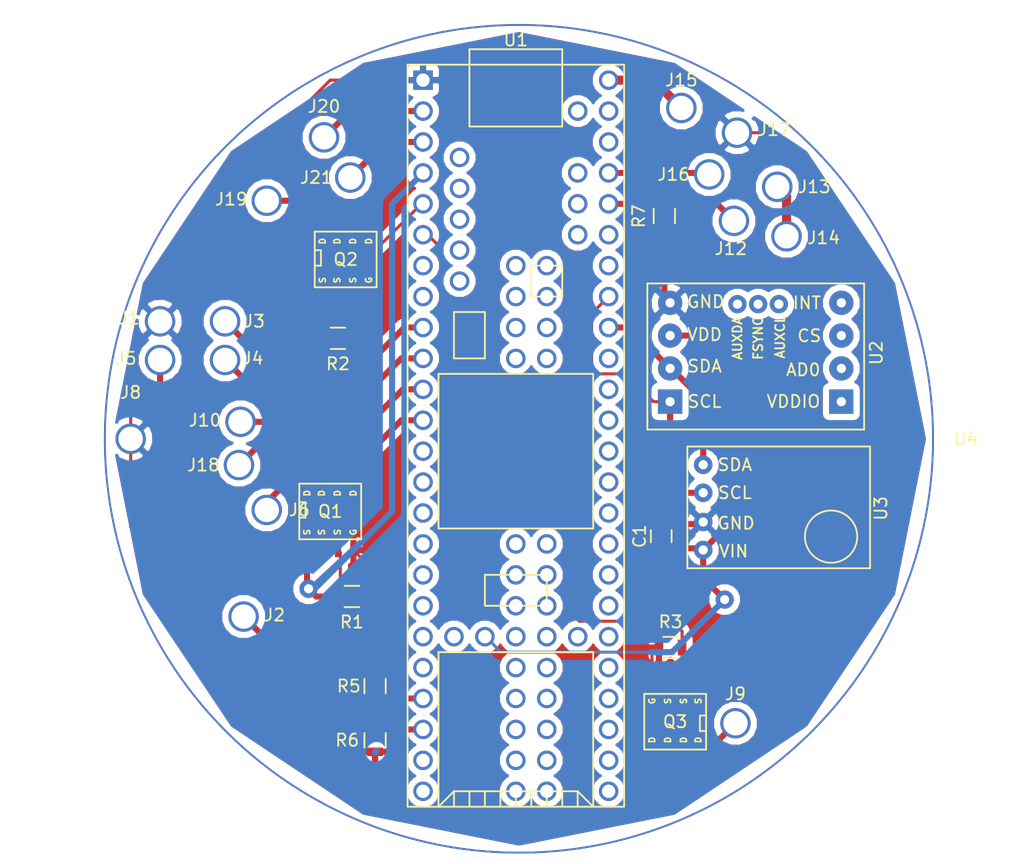
<source format=kicad_pcb>
(kicad_pcb (version 4) (host pcbnew 4.0.6)

  (general
    (links 61)
    (no_connects 0)
    (area 100.702048 59.583 184.944192 130.683001)
    (thickness 1.6)
    (drawings 0)
    (tracks 209)
    (zones 0)
    (modules 33)
    (nets 98)
  )

  (page A4)
  (title_block
    (title AESIR_MOTHERBOARD)
    (date 2017-12-19)
    (rev 3)
    (company AESIR)
    (comment 1 "By: Björn Ordoubadian")
  )

  (layers
    (0 F.Cu signal)
    (31 B.Cu signal)
    (32 B.Adhes user)
    (33 F.Adhes user)
    (34 B.Paste user)
    (35 F.Paste user)
    (36 B.SilkS user)
    (37 F.SilkS user)
    (38 B.Mask user)
    (39 F.Mask user)
    (40 Dwgs.User user)
    (41 Cmts.User user)
    (42 Eco1.User user)
    (43 Eco2.User user)
    (44 Edge.Cuts user)
    (45 Margin user)
    (46 B.CrtYd user)
    (47 F.CrtYd user)
    (48 B.Fab user)
    (49 F.Fab user)
  )

  (setup
    (last_trace_width 0.25)
    (user_trace_width 0.5)
    (user_trace_width 0.75)
    (trace_clearance 0.2)
    (zone_clearance 0.508)
    (zone_45_only no)
    (trace_min 0.2)
    (segment_width 0.2)
    (edge_width 0.15)
    (via_size 0.6)
    (via_drill 0.4)
    (via_min_size 0.4)
    (via_min_drill 0.3)
    (user_via 1 0.5)
    (user_via 1.5 0.75)
    (uvia_size 0.3)
    (uvia_drill 0.1)
    (uvias_allowed no)
    (uvia_min_size 0.2)
    (uvia_min_drill 0.1)
    (pcb_text_width 0.3)
    (pcb_text_size 1.5 1.5)
    (mod_edge_width 0.15)
    (mod_text_size 1 1)
    (mod_text_width 0.15)
    (pad_size 2.5 2.5)
    (pad_drill 1.99898)
    (pad_to_mask_clearance 0.2)
    (aux_axis_origin 0 0)
    (visible_elements FFFEFF7F)
    (pcbplotparams
      (layerselection 0x00030_80000001)
      (usegerberextensions false)
      (excludeedgelayer true)
      (linewidth 0.100000)
      (plotframeref false)
      (viasonmask false)
      (mode 1)
      (useauxorigin false)
      (hpglpennumber 1)
      (hpglpenspeed 20)
      (hpglpendiameter 15)
      (hpglpenoverlay 2)
      (psnegative false)
      (psa4output false)
      (plotreference true)
      (plotvalue true)
      (plotinvisibletext false)
      (padsonsilk false)
      (subtractmaskfromsilk false)
      (outputformat 1)
      (mirror false)
      (drillshape 1)
      (scaleselection 1)
      (outputdirectory ""))
  )

  (net 0 "")
  (net 1 GND)
  (net 2 "Net-(C1-Pad2)")
  (net 3 "Net-(J2-Pad1)")
  (net 4 "Net-(J3-Pad1)")
  (net 5 "Net-(J4-Pad1)")
  (net 6 "Net-(J5-Pad1)")
  (net 7 "Net-(J6-Pad1)")
  (net 8 "Net-(J9-Pad1)")
  (net 9 "Net-(J10-Pad1)")
  (net 10 "Net-(J12-Pad1)")
  (net 11 "Net-(J13-Pad1)")
  (net 12 "Net-(J15-Pad1)")
  (net 13 "Net-(J16-Pad1)")
  (net 14 "Net-(J18-Pad1)")
  (net 15 "Net-(J19-Pad1)")
  (net 16 "Net-(J20-Pad1)")
  (net 17 "Net-(J21-Pad1)")
  (net 18 "Net-(Q1-Pad2)")
  (net 19 "Net-(Q2-Pad2)")
  (net 20 "Net-(Q3-Pad2)")
  (net 21 "Net-(U1-Pad17)")
  (net 22 "Net-(U1-Pad18)")
  (net 23 "Net-(U1-Pad19)")
  (net 24 "Net-(U1-Pad20)")
  (net 25 "Net-(U1-Pad16)")
  (net 26 "Net-(U1-Pad15)")
  (net 27 "Net-(U1-Pad14)")
  (net 28 "Net-(U1-Pad23)")
  (net 29 "Net-(U1-Pad24)")
  (net 30 "Net-(U1-Pad25)")
  (net 31 "Net-(U1-Pad27)")
  (net 32 "Net-(U1-Pad28)")
  (net 33 "Net-(U1-Pad29)")
  (net 34 "Net-(U1-Pad30)")
  (net 35 "Net-(U1-Pad31)")
  (net 36 "Net-(U1-Pad32)")
  (net 37 "Net-(U1-Pad33)")
  (net 38 "Net-(U1-Pad34)")
  (net 39 "Net-(U1-Pad35)")
  (net 40 "Net-(U1-Pad36)")
  (net 41 "Net-(U1-Pad37)")
  (net 42 "Net-(U1-Pad13)")
  (net 43 "Net-(U1-Pad8)")
  (net 44 "Net-(U1-Pad38)")
  (net 45 "Net-(U1-Pad39)")
  (net 46 "Net-(U1-Pad40)")
  (net 47 "Net-(U1-Pad41)")
  (net 48 "Net-(U1-Pad42)")
  (net 49 "Net-(U1-Pad43)")
  (net 50 "Net-(U1-Pad44)")
  (net 51 "Net-(U1-Pad45)")
  (net 52 "Net-(U1-Pad46)")
  (net 53 "Net-(U1-Pad47)")
  (net 54 "Net-(U1-Pad48)")
  (net 55 "Net-(U1-Pad51)")
  (net 56 "Net-(U1-Pad52)")
  (net 57 "Net-(U1-Pad54)")
  (net 58 "Net-(U1-Pad55)")
  (net 59 "Net-(U1-Pad56)")
  (net 60 "Net-(U1-Pad57)")
  (net 61 "Net-(U1-Pad63)")
  (net 62 "Net-(U1-Pad64)")
  (net 63 "Net-(U1-Pad65)")
  (net 64 "Net-(U1-Pad66)")
  (net 65 "Net-(U1-Pad67)")
  (net 66 "Net-(U1-Pad68)")
  (net 67 "Net-(U1-Pad69)")
  (net 68 "Net-(U1-Pad70)")
  (net 69 "Net-(U1-Pad71)")
  (net 70 "Net-(U1-Pad72)")
  (net 71 "Net-(U1-Pad73)")
  (net 72 "Net-(U1-Pad74)")
  (net 73 "Net-(U1-Pad75)")
  (net 74 "Net-(U1-Pad76)")
  (net 75 "Net-(U1-Pad77)")
  (net 76 "Net-(U1-Pad78)")
  (net 77 "Net-(U1-Pad79)")
  (net 78 "Net-(U1-Pad80)")
  (net 79 "Net-(U1-Pad81)")
  (net 80 "Net-(U1-Pad82)")
  (net 81 "Net-(U1-Pad83)")
  (net 82 "Net-(U1-Pad84)")
  (net 83 "Net-(U1-Pad85)")
  (net 84 "Net-(U1-Pad86)")
  (net 85 "Net-(U1-Pad58)")
  (net 86 "Net-(U1-Pad59)")
  (net 87 "Net-(U1-Pad60)")
  (net 88 "Net-(U1-Pad61)")
  (net 89 "Net-(U1-Pad62)")
  (net 90 "Net-(U2-Pad5)")
  (net 91 "Net-(U2-Pad11)")
  (net 92 "Net-(U2-Pad10)")
  (net 93 "Net-(U2-Pad7)")
  (net 94 "Net-(U1-Pad7)")
  (net 95 "Net-(U2-Pad9)")
  (net 96 "Net-(U2-Pad8)")
  (net 97 "Net-(U2-Pad6)")

  (net_class Default "This is the default net class."
    (clearance 0.2)
    (trace_width 0.25)
    (via_dia 0.6)
    (via_drill 0.4)
    (uvia_dia 0.3)
    (uvia_drill 0.1)
    (add_net GND)
    (add_net "Net-(C1-Pad2)")
    (add_net "Net-(J10-Pad1)")
    (add_net "Net-(J12-Pad1)")
    (add_net "Net-(J13-Pad1)")
    (add_net "Net-(J15-Pad1)")
    (add_net "Net-(J16-Pad1)")
    (add_net "Net-(J18-Pad1)")
    (add_net "Net-(J19-Pad1)")
    (add_net "Net-(J2-Pad1)")
    (add_net "Net-(J20-Pad1)")
    (add_net "Net-(J21-Pad1)")
    (add_net "Net-(J3-Pad1)")
    (add_net "Net-(J4-Pad1)")
    (add_net "Net-(J5-Pad1)")
    (add_net "Net-(J6-Pad1)")
    (add_net "Net-(J9-Pad1)")
    (add_net "Net-(Q1-Pad2)")
    (add_net "Net-(Q2-Pad2)")
    (add_net "Net-(Q3-Pad2)")
    (add_net "Net-(U1-Pad13)")
    (add_net "Net-(U1-Pad14)")
    (add_net "Net-(U1-Pad15)")
    (add_net "Net-(U1-Pad16)")
    (add_net "Net-(U1-Pad17)")
    (add_net "Net-(U1-Pad18)")
    (add_net "Net-(U1-Pad19)")
    (add_net "Net-(U1-Pad20)")
    (add_net "Net-(U1-Pad23)")
    (add_net "Net-(U1-Pad24)")
    (add_net "Net-(U1-Pad25)")
    (add_net "Net-(U1-Pad27)")
    (add_net "Net-(U1-Pad28)")
    (add_net "Net-(U1-Pad29)")
    (add_net "Net-(U1-Pad30)")
    (add_net "Net-(U1-Pad31)")
    (add_net "Net-(U1-Pad32)")
    (add_net "Net-(U1-Pad33)")
    (add_net "Net-(U1-Pad34)")
    (add_net "Net-(U1-Pad35)")
    (add_net "Net-(U1-Pad36)")
    (add_net "Net-(U1-Pad37)")
    (add_net "Net-(U1-Pad38)")
    (add_net "Net-(U1-Pad39)")
    (add_net "Net-(U1-Pad40)")
    (add_net "Net-(U1-Pad41)")
    (add_net "Net-(U1-Pad42)")
    (add_net "Net-(U1-Pad43)")
    (add_net "Net-(U1-Pad44)")
    (add_net "Net-(U1-Pad45)")
    (add_net "Net-(U1-Pad46)")
    (add_net "Net-(U1-Pad47)")
    (add_net "Net-(U1-Pad48)")
    (add_net "Net-(U1-Pad51)")
    (add_net "Net-(U1-Pad52)")
    (add_net "Net-(U1-Pad54)")
    (add_net "Net-(U1-Pad55)")
    (add_net "Net-(U1-Pad56)")
    (add_net "Net-(U1-Pad57)")
    (add_net "Net-(U1-Pad58)")
    (add_net "Net-(U1-Pad59)")
    (add_net "Net-(U1-Pad60)")
    (add_net "Net-(U1-Pad61)")
    (add_net "Net-(U1-Pad62)")
    (add_net "Net-(U1-Pad63)")
    (add_net "Net-(U1-Pad64)")
    (add_net "Net-(U1-Pad65)")
    (add_net "Net-(U1-Pad66)")
    (add_net "Net-(U1-Pad67)")
    (add_net "Net-(U1-Pad68)")
    (add_net "Net-(U1-Pad69)")
    (add_net "Net-(U1-Pad7)")
    (add_net "Net-(U1-Pad70)")
    (add_net "Net-(U1-Pad71)")
    (add_net "Net-(U1-Pad72)")
    (add_net "Net-(U1-Pad73)")
    (add_net "Net-(U1-Pad74)")
    (add_net "Net-(U1-Pad75)")
    (add_net "Net-(U1-Pad76)")
    (add_net "Net-(U1-Pad77)")
    (add_net "Net-(U1-Pad78)")
    (add_net "Net-(U1-Pad79)")
    (add_net "Net-(U1-Pad8)")
    (add_net "Net-(U1-Pad80)")
    (add_net "Net-(U1-Pad81)")
    (add_net "Net-(U1-Pad82)")
    (add_net "Net-(U1-Pad83)")
    (add_net "Net-(U1-Pad84)")
    (add_net "Net-(U1-Pad85)")
    (add_net "Net-(U1-Pad86)")
    (add_net "Net-(U2-Pad10)")
    (add_net "Net-(U2-Pad11)")
    (add_net "Net-(U2-Pad5)")
    (add_net "Net-(U2-Pad6)")
    (add_net "Net-(U2-Pad7)")
    (add_net "Net-(U2-Pad8)")
    (add_net "Net-(U2-Pad9)")
  )

  (module Capacitors_SMD:C_0805 (layer F.Cu) (tedit 5A257435) (tstamp 5A1C4045)
    (at 155.067 103.759 270)
    (descr "Capacitor SMD 0805, reflow soldering, AVX (see smccp.pdf)")
    (tags "capacitor 0805")
    (path /5A133CA2)
    (attr smd)
    (fp_text reference C1 (at 0 1.778 270) (layer F.SilkS)
      (effects (font (size 1 1) (thickness 0.15)))
    )
    (fp_text value "0.1 uF" (at 0 2.1 270) (layer F.Fab)
      (effects (font (size 1 1) (thickness 0.15)))
    )
    (fp_line (start -1 0.625) (end -1 -0.625) (layer F.Fab) (width 0.15))
    (fp_line (start 1 0.625) (end -1 0.625) (layer F.Fab) (width 0.15))
    (fp_line (start 1 -0.625) (end 1 0.625) (layer F.Fab) (width 0.15))
    (fp_line (start -1 -0.625) (end 1 -0.625) (layer F.Fab) (width 0.15))
    (fp_line (start -1.8 -1) (end 1.8 -1) (layer F.CrtYd) (width 0.05))
    (fp_line (start -1.8 1) (end 1.8 1) (layer F.CrtYd) (width 0.05))
    (fp_line (start -1.8 -1) (end -1.8 1) (layer F.CrtYd) (width 0.05))
    (fp_line (start 1.8 -1) (end 1.8 1) (layer F.CrtYd) (width 0.05))
    (fp_line (start 0.5 -0.85) (end -0.5 -0.85) (layer F.SilkS) (width 0.15))
    (fp_line (start -0.5 0.85) (end 0.5 0.85) (layer F.SilkS) (width 0.15))
    (pad 1 smd rect (at -1 0 270) (size 1 1.25) (layers F.Cu F.Paste F.Mask)
      (net 1 GND))
    (pad 2 smd rect (at 1 0 270) (size 1 1.25) (layers F.Cu F.Paste F.Mask)
      (net 2 "Net-(C1-Pad2)"))
    (model Capacitors_SMD.3dshapes/C_0805.wrl
      (at (xyz 0 0 0))
      (scale (xyz 1 1 1))
      (rotate (xyz 0 0 0))
    )
  )

  (module Wire_Pads:SolderWirePad_single_2mmDrill (layer F.Cu) (tedit 5A257592) (tstamp 5A1C404A)
    (at 113.919 86.106)
    (path /5A1360AD)
    (fp_text reference J1 (at -2.54 -0.254) (layer F.SilkS)
      (effects (font (size 1 1) (thickness 0.15)))
    )
    (fp_text value "Umb - GND" (at -7.874 -0.254) (layer F.Fab)
      (effects (font (size 1 1) (thickness 0.15)))
    )
    (pad 1 thru_hole circle (at 0 0) (size 2.5 2.5) (drill 1.99898) (layers *.Cu *.Mask)
      (net 1 GND))
  )

  (module Wire_Pads:SolderWirePad_single_2mmDrill (layer F.Cu) (tedit 5A25734E) (tstamp 5A1C404F)
    (at 120.777 110.363)
    (path /5A134A41)
    (fp_text reference J2 (at 2.54 -0.127) (layer F.SilkS)
      (effects (font (size 1 1) (thickness 0.15)))
    )
    (fp_text value "Go Pro - 5V" (at 0 2.54) (layer F.Fab)
      (effects (font (size 1 1) (thickness 0.15)))
    )
    (pad 1 thru_hole circle (at 0 0) (size 2.5 2.5) (drill 1.99898) (layers *.Cu *.Mask)
      (net 3 "Net-(J2-Pad1)"))
  )

  (module Wire_Pads:SolderWirePad_single_2mmDrill (layer F.Cu) (tedit 5A25757E) (tstamp 5A1C4054)
    (at 119.253 86.106)
    (path /5A13594D)
    (fp_text reference J3 (at 2.413 0) (layer F.SilkS)
      (effects (font (size 1 1) (thickness 0.15)))
    )
    (fp_text value "Umb - Rx" (at 0 -2.032) (layer F.Fab)
      (effects (font (size 1 1) (thickness 0.15)))
    )
    (pad 1 thru_hole circle (at 0 0) (size 2.5 2.5) (drill 1.99898) (layers *.Cu *.Mask)
      (net 4 "Net-(J3-Pad1)"))
  )

  (module Wire_Pads:SolderWirePad_single_2mmDrill (layer F.Cu) (tedit 5A257579) (tstamp 5A1C4059)
    (at 119.253 89.281)
    (path /5A135B23)
    (fp_text reference J4 (at 2.286 -0.127) (layer F.SilkS)
      (effects (font (size 1 1) (thickness 0.15)))
    )
    (fp_text value "Umb - Tx" (at 0.254 1.905) (layer F.Fab)
      (effects (font (size 1 1) (thickness 0.15)))
    )
    (pad 1 thru_hole circle (at 0 0) (size 2.5 2.5) (drill 1.99898) (layers *.Cu *.Mask)
      (net 5 "Net-(J4-Pad1)"))
  )

  (module Wire_Pads:SolderWirePad_single_2mmDrill (layer F.Cu) (tedit 5A25758D) (tstamp 5A1C405E)
    (at 113.919 89.281)
    (path /5A1356CD)
    (fp_text reference J5 (at -2.794 -0.127) (layer F.SilkS)
      (effects (font (size 1 1) (thickness 0.15)))
    )
    (fp_text value "Umb - 5V" (at -8.128 0) (layer F.Fab)
      (effects (font (size 1 1) (thickness 0.15)))
    )
    (pad 1 thru_hole circle (at 0 0) (size 2.5 2.5) (drill 1.99898) (layers *.Cu *.Mask)
      (net 6 "Net-(J5-Pad1)"))
  )

  (module Wire_Pads:SolderWirePad_single_2mmDrill (layer F.Cu) (tedit 5A257680) (tstamp 5A1C4063)
    (at 122.682 101.6)
    (path /5A134963)
    (fp_text reference J6 (at 2.667 0) (layer F.SilkS)
      (effects (font (size 1 1) (thickness 0.15)))
    )
    (fp_text value "Go Pro - GND" (at -7.239 0.127) (layer F.Fab)
      (effects (font (size 1 1) (thickness 0.15)))
    )
    (pad 1 thru_hole circle (at 0 0) (size 2.5 2.5) (drill 1.99898) (layers *.Cu *.Mask)
      (net 7 "Net-(J6-Pad1)"))
  )

  (module Wire_Pads:SolderWirePad_single_2mmDrill (layer F.Cu) (tedit 5A257589) (tstamp 5A1C406D)
    (at 111.506 95.758)
    (path /5A1C4206)
    (fp_text reference J8 (at 0 -3.81) (layer F.SilkS)
      (effects (font (size 1 1) (thickness 0.15)))
    )
    (fp_text value "GPS - GND" (at -6.223 0.127) (layer F.Fab)
      (effects (font (size 1 1) (thickness 0.15)))
    )
    (pad 1 thru_hole circle (at 0 0) (size 2.5 2.5) (drill 1.99898) (layers *.Cu *.Mask)
      (net 1 GND))
  )

  (module Wire_Pads:SolderWirePad_single_2mmDrill (layer F.Cu) (tedit 5A25742F) (tstamp 5A1C4072)
    (at 161.163 119.126)
    (path /5A1319A1)
    (fp_text reference J9 (at 0 -2.413) (layer F.SilkS)
      (effects (font (size 1 1) (thickness 0.15)))
    )
    (fp_text value "M3 Drain - Tx Video/Cam" (at 12.446 0.254) (layer F.Fab)
      (effects (font (size 1 1) (thickness 0.15)))
    )
    (pad 1 thru_hole circle (at 0 0) (size 2.5 2.5) (drill 1.99898) (layers *.Cu *.Mask)
      (net 8 "Net-(J9-Pad1)"))
  )

  (module Wire_Pads:SolderWirePad_single_2mmDrill (layer F.Cu) (tedit 5A257674) (tstamp 5A1C4077)
    (at 120.523 94.361)
    (path /5A1C402D)
    (fp_text reference J10 (at -2.921 -0.127) (layer F.SilkS)
      (effects (font (size 1 1) (thickness 0.15)))
    )
    (fp_text value "GPS - Rx" (at 5.334 0.127) (layer F.Fab)
      (effects (font (size 1 1) (thickness 0.15)))
    )
    (pad 1 thru_hole circle (at 0 0) (size 2.5 2.5) (drill 1.99898) (layers *.Cu *.Mask)
      (net 9 "Net-(J10-Pad1)"))
  )

  (module Wire_Pads:SolderWirePad_single_2mmDrill (layer F.Cu) (tedit 5A2576D5) (tstamp 5A1C4081)
    (at 161.036 77.851)
    (path /5A1321D6)
    (fp_text reference J12 (at -0.254 2.286) (layer F.SilkS)
      (effects (font (size 1 1) (thickness 0.15)))
    )
    (fp_text value "Saftey Pin - 5V - IN" (at -7.493 2.286) (layer F.Fab)
      (effects (font (size 1 1) (thickness 0.15)))
    )
    (pad 1 thru_hole circle (at 0 0) (size 2.5 2.5) (drill 1.99898) (layers *.Cu *.Mask)
      (net 10 "Net-(J12-Pad1)"))
  )

  (module Wire_Pads:SolderWirePad_single_2mmDrill (layer F.Cu) (tedit 5A2576CB) (tstamp 5A1C4086)
    (at 164.592 75.057)
    (path /5A13238D)
    (fp_text reference J13 (at 3.048 0) (layer F.SilkS)
      (effects (font (size 1 1) (thickness 0.15)))
    )
    (fp_text value "Saftey Pin - 5V - OUT" (at 11.176 -0.254) (layer F.Fab)
      (effects (font (size 1 1) (thickness 0.15)))
    )
    (pad 1 thru_hole circle (at 0 0) (size 2.5 2.5) (drill 1.99898) (layers *.Cu *.Mask)
      (net 11 "Net-(J13-Pad1)"))
  )

  (module Wire_Pads:SolderWirePad_single_2mmDrill (layer F.Cu) (tedit 5A2576DA) (tstamp 5A1C408B)
    (at 165.354 79.121)
    (path /5A132565)
    (fp_text reference J14 (at 3.048 0.127) (layer F.SilkS)
      (effects (font (size 1 1) (thickness 0.15)))
    )
    (fp_text value "Saftey Pin - 5V" (at 10.668 0.127 180) (layer F.Fab)
      (effects (font (size 1 1) (thickness 0.15)))
    )
    (pad 1 thru_hole circle (at 0 0) (size 2.5 2.5) (drill 1.99898) (layers *.Cu *.Mask)
      (net 11 "Net-(J13-Pad1)"))
  )

  (module Wire_Pads:SolderWirePad_single_2mmDrill (layer F.Cu) (tedit 5A2576B9) (tstamp 5A1C4090)
    (at 156.718 68.58)
    (path /5A132907)
    (fp_text reference J15 (at 0 -2.286) (layer F.SilkS)
      (effects (font (size 1 1) (thickness 0.15)))
    )
    (fp_text value "Vin - +5.5V" (at -0.127 -4.191) (layer F.Fab)
      (effects (font (size 1 1) (thickness 0.15)))
    )
    (pad 1 thru_hole circle (at 0 0) (size 2.5 2.5) (drill 1.99898) (layers *.Cu *.Mask)
      (net 12 "Net-(J15-Pad1)"))
  )

  (module Wire_Pads:SolderWirePad_single_2mmDrill (layer F.Cu) (tedit 5A2576C2) (tstamp 5A1C4095)
    (at 159.004 74.041)
    (path /5A135441)
    (fp_text reference J16 (at -2.921 0) (layer F.SilkS)
      (effects (font (size 1 1) (thickness 0.15)))
    )
    (fp_text value "Servo - 5V" (at -6.223 -1.397) (layer F.Fab)
      (effects (font (size 1 1) (thickness 0.15)))
    )
    (pad 1 thru_hole circle (at 0 0) (size 2.5 2.5) (drill 1.99898) (layers *.Cu *.Mask)
      (net 13 "Net-(J16-Pad1)"))
  )

  (module Wire_Pads:SolderWirePad_single_2mmDrill (layer F.Cu) (tedit 5A2576BD) (tstamp 5A1C409A)
    (at 161.29 70.612)
    (path /5A135073)
    (fp_text reference J17 (at 3.048 -0.254) (layer F.SilkS)
      (effects (font (size 1 1) (thickness 0.15)))
    )
    (fp_text value "Servo - GND" (at 6.858 -2.159) (layer F.Fab)
      (effects (font (size 1 1) (thickness 0.15)))
    )
    (pad 1 thru_hole circle (at 0 0) (size 2.5 2.5) (drill 1.99898) (layers *.Cu *.Mask)
      (net 1 GND))
  )

  (module Wire_Pads:SolderWirePad_single_2mmDrill (layer F.Cu) (tedit 5A257678) (tstamp 5A1C409F)
    (at 120.396 97.917)
    (path /5A1C3FBB)
    (fp_text reference J18 (at -2.921 0) (layer F.SilkS)
      (effects (font (size 1 1) (thickness 0.15)))
    )
    (fp_text value "GPS - Tx" (at 5.334 0) (layer F.Fab)
      (effects (font (size 1 1) (thickness 0.15)))
    )
    (pad 1 thru_hole circle (at 0 0) (size 2.5 2.5) (drill 1.99898) (layers *.Cu *.Mask)
      (net 14 "Net-(J18-Pad1)"))
  )

  (module Wire_Pads:SolderWirePad_single_2mmDrill (layer F.Cu) (tedit 5A25741A) (tstamp 5A1C40A4)
    (at 122.682 76.2)
    (path /5A1C522B)
    (fp_text reference J19 (at -2.921 -0.127) (layer F.SilkS)
      (effects (font (size 1 1) (thickness 0.15)))
    )
    (fp_text value "Tel - GND" (at -0.381 2.159) (layer F.Fab)
      (effects (font (size 1 1) (thickness 0.15)))
    )
    (pad 1 thru_hole circle (at 0 0) (size 2.5 2.5) (drill 1.99898) (layers *.Cu *.Mask)
      (net 15 "Net-(J19-Pad1)"))
  )

  (module Wire_Pads:SolderWirePad_single_2mmDrill (layer F.Cu) (tedit 5A257414) (tstamp 5A1C40A9)
    (at 127.381 70.993)
    (path /5A1C571D)
    (fp_text reference J20 (at 0 -2.54) (layer F.SilkS)
      (effects (font (size 1 1) (thickness 0.15)))
    )
    (fp_text value "Tel - Rx" (at -0.127 -2.159) (layer F.Fab)
      (effects (font (size 1 1) (thickness 0.15)))
    )
    (pad 1 thru_hole circle (at 0 0) (size 2.5 2.5) (drill 1.99898) (layers *.Cu *.Mask)
      (net 16 "Net-(J20-Pad1)"))
  )

  (module Wire_Pads:SolderWirePad_single_2mmDrill (layer F.Cu) (tedit 5A257417) (tstamp 5A1C40AE)
    (at 129.54 74.295)
    (path /5A1C550F)
    (fp_text reference J21 (at -2.794 0) (layer F.SilkS)
      (effects (font (size 1 1) (thickness 0.15)))
    )
    (fp_text value "Tel - Tx" (at -0.127 2.286) (layer F.Fab)
      (effects (font (size 1 1) (thickness 0.15)))
    )
    (pad 1 thru_hole circle (at 0 0) (size 2.5 2.5) (drill 1.99898) (layers *.Cu *.Mask)
      (net 17 "Net-(J21-Pad1)"))
  )

  (module Resistors_SMD:R_0805 (layer F.Cu) (tedit 58307B54) (tstamp 5A1C40E9)
    (at 129.667 108.712 180)
    (descr "Resistor SMD 0805, reflow soldering, Vishay (see dcrcw.pdf)")
    (tags "resistor 0805")
    (path /5A131231)
    (attr smd)
    (fp_text reference R1 (at 0 -2.1 180) (layer F.SilkS)
      (effects (font (size 1 1) (thickness 0.15)))
    )
    (fp_text value 1k (at 0 2.1 180) (layer F.Fab)
      (effects (font (size 1 1) (thickness 0.15)))
    )
    (fp_line (start -1 0.625) (end -1 -0.625) (layer F.Fab) (width 0.1))
    (fp_line (start 1 0.625) (end -1 0.625) (layer F.Fab) (width 0.1))
    (fp_line (start 1 -0.625) (end 1 0.625) (layer F.Fab) (width 0.1))
    (fp_line (start -1 -0.625) (end 1 -0.625) (layer F.Fab) (width 0.1))
    (fp_line (start -1.6 -1) (end 1.6 -1) (layer F.CrtYd) (width 0.05))
    (fp_line (start -1.6 1) (end 1.6 1) (layer F.CrtYd) (width 0.05))
    (fp_line (start -1.6 -1) (end -1.6 1) (layer F.CrtYd) (width 0.05))
    (fp_line (start 1.6 -1) (end 1.6 1) (layer F.CrtYd) (width 0.05))
    (fp_line (start 0.6 0.875) (end -0.6 0.875) (layer F.SilkS) (width 0.15))
    (fp_line (start -0.6 -0.875) (end 0.6 -0.875) (layer F.SilkS) (width 0.15))
    (pad 1 smd rect (at -0.95 0 180) (size 0.7 1.3) (layers F.Cu F.Paste F.Mask)
      (net 1 GND))
    (pad 2 smd rect (at 0.95 0 180) (size 0.7 1.3) (layers F.Cu F.Paste F.Mask)
      (net 18 "Net-(Q1-Pad2)"))
    (model Resistors_SMD.3dshapes/R_0805.wrl
      (at (xyz 0 0 0))
      (scale (xyz 1 1 1))
      (rotate (xyz 0 0 0))
    )
  )

  (module Resistors_SMD:R_0805 (layer F.Cu) (tedit 58307B54) (tstamp 5A1C40EF)
    (at 128.524 87.503 180)
    (descr "Resistor SMD 0805, reflow soldering, Vishay (see dcrcw.pdf)")
    (tags "resistor 0805")
    (path /5A130A2B)
    (attr smd)
    (fp_text reference R2 (at 0 -2.1 180) (layer F.SilkS)
      (effects (font (size 1 1) (thickness 0.15)))
    )
    (fp_text value 1k (at 0 2.1 180) (layer F.Fab)
      (effects (font (size 1 1) (thickness 0.15)))
    )
    (fp_line (start -1 0.625) (end -1 -0.625) (layer F.Fab) (width 0.1))
    (fp_line (start 1 0.625) (end -1 0.625) (layer F.Fab) (width 0.1))
    (fp_line (start 1 -0.625) (end 1 0.625) (layer F.Fab) (width 0.1))
    (fp_line (start -1 -0.625) (end 1 -0.625) (layer F.Fab) (width 0.1))
    (fp_line (start -1.6 -1) (end 1.6 -1) (layer F.CrtYd) (width 0.05))
    (fp_line (start -1.6 1) (end 1.6 1) (layer F.CrtYd) (width 0.05))
    (fp_line (start -1.6 -1) (end -1.6 1) (layer F.CrtYd) (width 0.05))
    (fp_line (start 1.6 -1) (end 1.6 1) (layer F.CrtYd) (width 0.05))
    (fp_line (start 0.6 0.875) (end -0.6 0.875) (layer F.SilkS) (width 0.15))
    (fp_line (start -0.6 -0.875) (end 0.6 -0.875) (layer F.SilkS) (width 0.15))
    (pad 1 smd rect (at -0.95 0 180) (size 0.7 1.3) (layers F.Cu F.Paste F.Mask)
      (net 1 GND))
    (pad 2 smd rect (at 0.95 0 180) (size 0.7 1.3) (layers F.Cu F.Paste F.Mask)
      (net 19 "Net-(Q2-Pad2)"))
    (model Resistors_SMD.3dshapes/R_0805.wrl
      (at (xyz 0 0 0))
      (scale (xyz 1 1 1))
      (rotate (xyz 0 0 0))
    )
  )

  (module Resistors_SMD:R_0805 (layer F.Cu) (tedit 58307B54) (tstamp 5A1C40F5)
    (at 155.829 112.903)
    (descr "Resistor SMD 0805, reflow soldering, Vishay (see dcrcw.pdf)")
    (tags "resistor 0805")
    (path /5A130FAB)
    (attr smd)
    (fp_text reference R3 (at 0 -2.1) (layer F.SilkS)
      (effects (font (size 1 1) (thickness 0.15)))
    )
    (fp_text value 1k (at 0 2.1) (layer F.Fab)
      (effects (font (size 1 1) (thickness 0.15)))
    )
    (fp_line (start -1 0.625) (end -1 -0.625) (layer F.Fab) (width 0.1))
    (fp_line (start 1 0.625) (end -1 0.625) (layer F.Fab) (width 0.1))
    (fp_line (start 1 -0.625) (end 1 0.625) (layer F.Fab) (width 0.1))
    (fp_line (start -1 -0.625) (end 1 -0.625) (layer F.Fab) (width 0.1))
    (fp_line (start -1.6 -1) (end 1.6 -1) (layer F.CrtYd) (width 0.05))
    (fp_line (start -1.6 1) (end 1.6 1) (layer F.CrtYd) (width 0.05))
    (fp_line (start -1.6 -1) (end -1.6 1) (layer F.CrtYd) (width 0.05))
    (fp_line (start 1.6 -1) (end 1.6 1) (layer F.CrtYd) (width 0.05))
    (fp_line (start 0.6 0.875) (end -0.6 0.875) (layer F.SilkS) (width 0.15))
    (fp_line (start -0.6 -0.875) (end 0.6 -0.875) (layer F.SilkS) (width 0.15))
    (pad 1 smd rect (at -0.95 0) (size 0.7 1.3) (layers F.Cu F.Paste F.Mask)
      (net 1 GND))
    (pad 2 smd rect (at 0.95 0) (size 0.7 1.3) (layers F.Cu F.Paste F.Mask)
      (net 20 "Net-(Q3-Pad2)"))
    (model Resistors_SMD.3dshapes/R_0805.wrl
      (at (xyz 0 0 0))
      (scale (xyz 1 1 1))
      (rotate (xyz 0 0 0))
    )
  )

  (module Resistors_SMD:R_0805 (layer F.Cu) (tedit 5A2574A5) (tstamp 5A1C4101)
    (at 131.572 116.078 270)
    (descr "Resistor SMD 0805, reflow soldering, Vishay (see dcrcw.pdf)")
    (tags "resistor 0805")
    (path /5A01E702)
    (attr smd)
    (fp_text reference R5 (at 0 2.159 360) (layer F.SilkS)
      (effects (font (size 1 1) (thickness 0.15)))
    )
    (fp_text value 1k (at 0 2.1 270) (layer F.Fab)
      (effects (font (size 1 1) (thickness 0.15)))
    )
    (fp_line (start -1 0.625) (end -1 -0.625) (layer F.Fab) (width 0.1))
    (fp_line (start 1 0.625) (end -1 0.625) (layer F.Fab) (width 0.1))
    (fp_line (start 1 -0.625) (end 1 0.625) (layer F.Fab) (width 0.1))
    (fp_line (start -1 -0.625) (end 1 -0.625) (layer F.Fab) (width 0.1))
    (fp_line (start -1.6 -1) (end 1.6 -1) (layer F.CrtYd) (width 0.05))
    (fp_line (start -1.6 1) (end 1.6 1) (layer F.CrtYd) (width 0.05))
    (fp_line (start -1.6 -1) (end -1.6 1) (layer F.CrtYd) (width 0.05))
    (fp_line (start 1.6 -1) (end 1.6 1) (layer F.CrtYd) (width 0.05))
    (fp_line (start 0.6 0.875) (end -0.6 0.875) (layer F.SilkS) (width 0.15))
    (fp_line (start -0.6 -0.875) (end 0.6 -0.875) (layer F.SilkS) (width 0.15))
    (pad 1 smd rect (at -0.95 0 270) (size 0.7 1.3) (layers F.Cu F.Paste F.Mask)
      (net 1 GND))
    (pad 2 smd rect (at 0.95 0 270) (size 0.7 1.3) (layers F.Cu F.Paste F.Mask)
      (net 6 "Net-(J5-Pad1)"))
    (model Resistors_SMD.3dshapes/R_0805.wrl
      (at (xyz 0 0 0))
      (scale (xyz 1 1 1))
      (rotate (xyz 0 0 0))
    )
  )

  (module Resistors_SMD:R_0805 (layer F.Cu) (tedit 5A2574A0) (tstamp 5A1C4107)
    (at 131.572 120.523 270)
    (descr "Resistor SMD 0805, reflow soldering, Vishay (see dcrcw.pdf)")
    (tags "resistor 0805")
    (path /5A01E79A)
    (attr smd)
    (fp_text reference R6 (at 0 2.286 360) (layer F.SilkS)
      (effects (font (size 1 1) (thickness 0.15)))
    )
    (fp_text value 1k (at 0 2.1 270) (layer F.Fab)
      (effects (font (size 1 1) (thickness 0.15)))
    )
    (fp_line (start -1 0.625) (end -1 -0.625) (layer F.Fab) (width 0.1))
    (fp_line (start 1 0.625) (end -1 0.625) (layer F.Fab) (width 0.1))
    (fp_line (start 1 -0.625) (end 1 0.625) (layer F.Fab) (width 0.1))
    (fp_line (start -1 -0.625) (end 1 -0.625) (layer F.Fab) (width 0.1))
    (fp_line (start -1.6 -1) (end 1.6 -1) (layer F.CrtYd) (width 0.05))
    (fp_line (start -1.6 1) (end 1.6 1) (layer F.CrtYd) (width 0.05))
    (fp_line (start -1.6 -1) (end -1.6 1) (layer F.CrtYd) (width 0.05))
    (fp_line (start 1.6 -1) (end 1.6 1) (layer F.CrtYd) (width 0.05))
    (fp_line (start 0.6 0.875) (end -0.6 0.875) (layer F.SilkS) (width 0.15))
    (fp_line (start -0.6 -0.875) (end 0.6 -0.875) (layer F.SilkS) (width 0.15))
    (pad 1 smd rect (at -0.95 0 270) (size 0.7 1.3) (layers F.Cu F.Paste F.Mask)
      (net 3 "Net-(J2-Pad1)"))
    (pad 2 smd rect (at 0.95 0 270) (size 0.7 1.3) (layers F.Cu F.Paste F.Mask)
      (net 1 GND))
    (model Resistors_SMD.3dshapes/R_0805.wrl
      (at (xyz 0 0 0))
      (scale (xyz 1 1 1))
      (rotate (xyz 0 0 0))
    )
  )

  (module Resistors_SMD:R_0805 (layer F.Cu) (tedit 58307B54) (tstamp 5A1C410D)
    (at 155.321 77.47 90)
    (descr "Resistor SMD 0805, reflow soldering, Vishay (see dcrcw.pdf)")
    (tags "resistor 0805")
    (path /5A131F69)
    (attr smd)
    (fp_text reference R7 (at 0 -2.1 90) (layer F.SilkS)
      (effects (font (size 1 1) (thickness 0.15)))
    )
    (fp_text value 1k (at 0 2.1 90) (layer F.Fab)
      (effects (font (size 1 1) (thickness 0.15)))
    )
    (fp_line (start -1 0.625) (end -1 -0.625) (layer F.Fab) (width 0.1))
    (fp_line (start 1 0.625) (end -1 0.625) (layer F.Fab) (width 0.1))
    (fp_line (start 1 -0.625) (end 1 0.625) (layer F.Fab) (width 0.1))
    (fp_line (start -1 -0.625) (end 1 -0.625) (layer F.Fab) (width 0.1))
    (fp_line (start -1.6 -1) (end 1.6 -1) (layer F.CrtYd) (width 0.05))
    (fp_line (start -1.6 1) (end 1.6 1) (layer F.CrtYd) (width 0.05))
    (fp_line (start -1.6 -1) (end -1.6 1) (layer F.CrtYd) (width 0.05))
    (fp_line (start 1.6 -1) (end 1.6 1) (layer F.CrtYd) (width 0.05))
    (fp_line (start 0.6 0.875) (end -0.6 0.875) (layer F.SilkS) (width 0.15))
    (fp_line (start -0.6 -0.875) (end 0.6 -0.875) (layer F.SilkS) (width 0.15))
    (pad 1 smd rect (at -0.95 0 90) (size 0.7 1.3) (layers F.Cu F.Paste F.Mask)
      (net 1 GND))
    (pad 2 smd rect (at 0.95 0 90) (size 0.7 1.3) (layers F.Cu F.Paste F.Mask)
      (net 10 "Net-(J12-Pad1)"))
    (model Resistors_SMD.3dshapes/R_0805.wrl
      (at (xyz 0 0 0))
      (scale (xyz 1 1 1))
      (rotate (xyz 0 0 0))
    )
  )

  (module teensy:Teensy35_36 (layer F.Cu) (tedit 5A257464) (tstamp 5A1C4167)
    (at 143.129 95.504 270)
    (path /5A01E13A)
    (fp_text reference U1 (at -32.512 0 360) (layer F.SilkS)
      (effects (font (size 1 1) (thickness 0.15)))
    )
    (fp_text value Teensy3.6 (at 0 10.16 270) (layer F.Fab)
      (effects (font (size 1 1) (thickness 0.15)))
    )
    (fp_line (start -13.97 -3.81) (end -13.97 -1.27) (layer F.SilkS) (width 0.15))
    (fp_line (start -13.97 -1.27) (end -11.43 -1.27) (layer F.SilkS) (width 0.15))
    (fp_line (start -11.43 -1.27) (end -11.43 -3.81) (layer F.SilkS) (width 0.15))
    (fp_line (start -11.43 -3.81) (end -13.97 -3.81) (layer F.SilkS) (width 0.15))
    (fp_line (start -6.35 5.08) (end -10.16 5.08) (layer F.SilkS) (width 0.15))
    (fp_line (start -10.16 5.08) (end -10.16 2.54) (layer F.SilkS) (width 0.15))
    (fp_line (start -10.16 2.54) (end -6.35 2.54) (layer F.SilkS) (width 0.15))
    (fp_line (start -6.35 2.54) (end -6.35 5.08) (layer F.SilkS) (width 0.15))
    (fp_line (start 7.62 6.35) (end 7.62 -6.35) (layer F.SilkS) (width 0.15))
    (fp_line (start -5.08 -6.35) (end -5.08 6.35) (layer F.SilkS) (width 0.15))
    (fp_line (start -5.08 6.35) (end 7.62 6.35) (layer F.SilkS) (width 0.15))
    (fp_line (start -5.08 -6.35) (end 7.62 -6.35) (layer F.SilkS) (width 0.15))
    (fp_line (start 29.21 5.08) (end 30.48 5.08) (layer F.SilkS) (width 0.15))
    (fp_line (start 29.21 3.81) (end 30.48 3.81) (layer F.SilkS) (width 0.15))
    (fp_line (start 29.21 2.54) (end 30.48 2.54) (layer F.SilkS) (width 0.15))
    (fp_line (start 29.21 1.27) (end 30.48 1.27) (layer F.SilkS) (width 0.15))
    (fp_line (start 29.21 0) (end 30.48 0) (layer F.SilkS) (width 0.15))
    (fp_line (start 29.21 -1.27) (end 30.48 -1.27) (layer F.SilkS) (width 0.15))
    (fp_line (start 29.21 -2.54) (end 30.48 -2.54) (layer F.SilkS) (width 0.15))
    (fp_line (start 29.21 -3.81) (end 30.48 -3.81) (layer F.SilkS) (width 0.15))
    (fp_line (start 29.21 -5.08) (end 30.48 -5.08) (layer F.SilkS) (width 0.15))
    (fp_line (start 30.48 6.35) (end 29.21 5.08) (layer F.SilkS) (width 0.15))
    (fp_line (start 29.21 5.08) (end 29.21 -5.08) (layer F.SilkS) (width 0.15))
    (fp_line (start 29.21 -5.08) (end 30.48 -6.35) (layer F.SilkS) (width 0.15))
    (fp_line (start 30.48 -6.35) (end 17.78 -6.35) (layer F.SilkS) (width 0.15))
    (fp_line (start 17.78 -6.35) (end 17.78 6.35) (layer F.SilkS) (width 0.15))
    (fp_line (start 17.78 6.35) (end 30.48 6.35) (layer F.SilkS) (width 0.15))
    (fp_line (start 30.48 -8.89) (end -30.48 -8.89) (layer F.SilkS) (width 0.15))
    (fp_line (start -30.48 8.89) (end 30.48 8.89) (layer F.SilkS) (width 0.15))
    (fp_line (start -30.48 3.81) (end -31.75 3.81) (layer F.SilkS) (width 0.15))
    (fp_line (start -31.75 3.81) (end -31.75 -3.81) (layer F.SilkS) (width 0.15))
    (fp_line (start -31.75 -3.81) (end -30.48 -3.81) (layer F.SilkS) (width 0.15))
    (fp_line (start -25.4 3.81) (end -25.4 -3.81) (layer F.SilkS) (width 0.15))
    (fp_line (start -25.4 -3.81) (end -30.48 -3.81) (layer F.SilkS) (width 0.15))
    (fp_line (start -25.4 3.81) (end -30.48 3.81) (layer F.SilkS) (width 0.15))
    (fp_line (start 13.97 -2.54) (end 13.97 2.54) (layer F.SilkS) (width 0.15))
    (fp_line (start 13.97 2.54) (end 11.43 2.54) (layer F.SilkS) (width 0.15))
    (fp_line (start 11.43 2.54) (end 11.43 -2.54) (layer F.SilkS) (width 0.15))
    (fp_line (start 11.43 -2.54) (end 13.97 -2.54) (layer F.SilkS) (width 0.15))
    (fp_line (start 30.48 -8.89) (end 30.48 8.89) (layer F.SilkS) (width 0.15))
    (fp_line (start -30.48 8.89) (end -30.48 -8.89) (layer F.SilkS) (width 0.15))
    (pad 17 thru_hole circle (at 11.43 7.62 270) (size 1.6 1.6) (drill 1.1) (layers *.Cu *.Mask)
      (net 21 "Net-(U1-Pad17)"))
    (pad 18 thru_hole circle (at 13.97 7.62 270) (size 1.6 1.6) (drill 1.1) (layers *.Cu *.Mask)
      (net 22 "Net-(U1-Pad18)"))
    (pad 19 thru_hole circle (at 16.51 7.62 270) (size 1.6 1.6) (drill 1.1) (layers *.Cu *.Mask)
      (net 23 "Net-(U1-Pad19)"))
    (pad 20 thru_hole circle (at 19.05 7.62 270) (size 1.6 1.6) (drill 1.1) (layers *.Cu *.Mask)
      (net 24 "Net-(U1-Pad20)"))
    (pad 16 thru_hole circle (at 8.89 7.62 270) (size 1.6 1.6) (drill 1.1) (layers *.Cu *.Mask)
      (net 25 "Net-(U1-Pad16)"))
    (pad 15 thru_hole circle (at 6.35 7.62 270) (size 1.6 1.6) (drill 1.1) (layers *.Cu *.Mask)
      (net 26 "Net-(U1-Pad15)"))
    (pad 14 thru_hole circle (at 3.81 7.62 270) (size 1.6 1.6) (drill 1.1) (layers *.Cu *.Mask)
      (net 27 "Net-(U1-Pad14)"))
    (pad 21 thru_hole circle (at 21.59 7.62 270) (size 1.6 1.6) (drill 1.1) (layers *.Cu *.Mask)
      (net 6 "Net-(J5-Pad1)"))
    (pad 22 thru_hole circle (at 24.13 7.62 270) (size 1.6 1.6) (drill 1.1) (layers *.Cu *.Mask)
      (net 3 "Net-(J2-Pad1)"))
    (pad 23 thru_hole circle (at 26.67 7.62 270) (size 1.6 1.6) (drill 1.1) (layers *.Cu *.Mask)
      (net 28 "Net-(U1-Pad23)"))
    (pad 24 thru_hole circle (at 29.21 7.62 270) (size 1.6 1.6) (drill 1.1) (layers *.Cu *.Mask)
      (net 29 "Net-(U1-Pad24)"))
    (pad 25 thru_hole circle (at 16.51 5.08 270) (size 1.6 1.6) (drill 1.1) (layers *.Cu *.Mask)
      (net 30 "Net-(U1-Pad25)"))
    (pad 26 thru_hole circle (at 16.51 2.54 270) (size 1.6 1.6) (drill 1.1) (layers *.Cu *.Mask)
      (net 2 "Net-(C1-Pad2)"))
    (pad 27 thru_hole circle (at 16.51 0 270) (size 1.6 1.6) (drill 1.1) (layers *.Cu *.Mask)
      (net 31 "Net-(U1-Pad27)"))
    (pad 28 thru_hole circle (at 16.51 -2.54 270) (size 1.6 1.6) (drill 1.1) (layers *.Cu *.Mask)
      (net 32 "Net-(U1-Pad28)"))
    (pad 29 thru_hole circle (at 16.51 -5.08 270) (size 1.6 1.6) (drill 1.1) (layers *.Cu *.Mask)
      (net 33 "Net-(U1-Pad29)"))
    (pad 30 thru_hole circle (at 29.21 -7.62 270) (size 1.6 1.6) (drill 1.1) (layers *.Cu *.Mask)
      (net 34 "Net-(U1-Pad30)"))
    (pad 31 thru_hole circle (at 26.67 -7.62 270) (size 1.6 1.6) (drill 1.1) (layers *.Cu *.Mask)
      (net 35 "Net-(U1-Pad31)"))
    (pad 32 thru_hole circle (at 24.13 -7.62 270) (size 1.6 1.6) (drill 1.1) (layers *.Cu *.Mask)
      (net 36 "Net-(U1-Pad32)"))
    (pad 33 thru_hole circle (at 21.59 -7.62 270) (size 1.6 1.6) (drill 1.1) (layers *.Cu *.Mask)
      (net 37 "Net-(U1-Pad33)"))
    (pad 34 thru_hole circle (at 19.05 -7.62 270) (size 1.6 1.6) (drill 1.1) (layers *.Cu *.Mask)
      (net 38 "Net-(U1-Pad34)"))
    (pad 35 thru_hole circle (at 16.51 -7.62 270) (size 1.6 1.6) (drill 1.1) (layers *.Cu *.Mask)
      (net 39 "Net-(U1-Pad35)"))
    (pad 36 thru_hole circle (at 13.97 -7.62 270) (size 1.6 1.6) (drill 1.1) (layers *.Cu *.Mask)
      (net 40 "Net-(U1-Pad36)"))
    (pad 37 thru_hole circle (at 11.43 -7.62 270) (size 1.6 1.6) (drill 1.1) (layers *.Cu *.Mask)
      (net 41 "Net-(U1-Pad37)"))
    (pad 13 thru_hole circle (at 1.27 7.62 270) (size 1.6 1.6) (drill 1.1) (layers *.Cu *.Mask)
      (net 42 "Net-(U1-Pad13)"))
    (pad 12 thru_hole circle (at -1.27 7.62 270) (size 1.6 1.6) (drill 1.1) (layers *.Cu *.Mask)
      (net 14 "Net-(J18-Pad1)"))
    (pad 11 thru_hole circle (at -3.81 7.62 270) (size 1.6 1.6) (drill 1.1) (layers *.Cu *.Mask)
      (net 9 "Net-(J10-Pad1)"))
    (pad 10 thru_hole circle (at -6.35 7.62 270) (size 1.6 1.6) (drill 1.1) (layers *.Cu *.Mask)
      (net 5 "Net-(J4-Pad1)"))
    (pad 9 thru_hole circle (at -8.89 7.62 270) (size 1.6 1.6) (drill 1.1) (layers *.Cu *.Mask)
      (net 4 "Net-(J3-Pad1)"))
    (pad 8 thru_hole circle (at -11.43 7.62 270) (size 1.6 1.6) (drill 1.1) (layers *.Cu *.Mask)
      (net 43 "Net-(U1-Pad8)"))
    (pad 7 thru_hole circle (at -13.97 7.62 270) (size 1.6 1.6) (drill 1.1) (layers *.Cu *.Mask)
      (net 94 "Net-(U1-Pad7)"))
    (pad 6 thru_hole circle (at -16.51 7.62 270) (size 1.6 1.6) (drill 1.1) (layers *.Cu *.Mask)
      (net 20 "Net-(Q3-Pad2)"))
    (pad 5 thru_hole circle (at -19.05 7.62 270) (size 1.6 1.6) (drill 1.1) (layers *.Cu *.Mask)
      (net 19 "Net-(Q2-Pad2)"))
    (pad 4 thru_hole circle (at -21.59 7.62 270) (size 1.6 1.6) (drill 1.1) (layers *.Cu *.Mask)
      (net 18 "Net-(Q1-Pad2)"))
    (pad 3 thru_hole circle (at -24.13 7.62 270) (size 1.6 1.6) (drill 1.1) (layers *.Cu *.Mask)
      (net 17 "Net-(J21-Pad1)"))
    (pad 2 thru_hole circle (at -26.67 7.62 270) (size 1.6 1.6) (drill 1.1) (layers *.Cu *.Mask)
      (net 16 "Net-(J20-Pad1)"))
    (pad 1 thru_hole rect (at -29.21 7.62 270) (size 1.6 1.6) (drill 1.1) (layers *.Cu *.Mask)
      (net 1 GND))
    (pad 38 thru_hole circle (at 8.89 -7.62 270) (size 1.6 1.6) (drill 1.1) (layers *.Cu *.Mask)
      (net 44 "Net-(U1-Pad38)"))
    (pad 39 thru_hole circle (at 6.35 -7.62 270) (size 1.6 1.6) (drill 1.1) (layers *.Cu *.Mask)
      (net 45 "Net-(U1-Pad39)"))
    (pad 40 thru_hole circle (at 3.81 -7.62 270) (size 1.6 1.6) (drill 1.1) (layers *.Cu *.Mask)
      (net 46 "Net-(U1-Pad40)"))
    (pad 41 thru_hole circle (at 1.27 -7.62 270) (size 1.6 1.6) (drill 1.1) (layers *.Cu *.Mask)
      (net 47 "Net-(U1-Pad41)"))
    (pad 42 thru_hole circle (at -1.27 -7.62 270) (size 1.6 1.6) (drill 1.1) (layers *.Cu *.Mask)
      (net 48 "Net-(U1-Pad42)"))
    (pad 43 thru_hole circle (at -3.81 -7.62 270) (size 1.6 1.6) (drill 1.1) (layers *.Cu *.Mask)
      (net 49 "Net-(U1-Pad43)"))
    (pad 44 thru_hole circle (at -6.35 -7.62 270) (size 1.6 1.6) (drill 1.1) (layers *.Cu *.Mask)
      (net 50 "Net-(U1-Pad44)"))
    (pad 45 thru_hole circle (at -8.89 -7.62 270) (size 1.6 1.6) (drill 1.1) (layers *.Cu *.Mask)
      (net 51 "Net-(U1-Pad45)"))
    (pad 46 thru_hole circle (at -11.43 -7.62 270) (size 1.6 1.6) (drill 1.1) (layers *.Cu *.Mask)
      (net 52 "Net-(U1-Pad46)"))
    (pad 47 thru_hole circle (at -13.97 -7.62 270) (size 1.6 1.6) (drill 1.1) (layers *.Cu *.Mask)
      (net 53 "Net-(U1-Pad47)"))
    (pad 48 thru_hole circle (at -16.51 -7.62 270) (size 1.6 1.6) (drill 1.1) (layers *.Cu *.Mask)
      (net 54 "Net-(U1-Pad48)"))
    (pad 49 thru_hole circle (at -19.05 -7.62 270) (size 1.6 1.6) (drill 1.1) (layers *.Cu *.Mask)
      (net 10 "Net-(J12-Pad1)"))
    (pad 50 thru_hole circle (at -21.59 -7.62 270) (size 1.6 1.6) (drill 1.1) (layers *.Cu *.Mask)
      (net 13 "Net-(J16-Pad1)"))
    (pad 51 thru_hole circle (at -24.13 -7.62 270) (size 1.6 1.6) (drill 1.1) (layers *.Cu *.Mask)
      (net 55 "Net-(U1-Pad51)"))
    (pad 52 thru_hole circle (at -26.67 -7.62 270) (size 1.6 1.6) (drill 1.1) (layers *.Cu *.Mask)
      (net 56 "Net-(U1-Pad52)"))
    (pad 53 thru_hole circle (at -29.21 -7.62 270) (size 1.6 1.6) (drill 1.1) (layers *.Cu *.Mask)
      (net 12 "Net-(J15-Pad1)"))
    (pad 54 thru_hole circle (at -26.67 -5.08 270) (size 1.6 1.6) (drill 1.1) (layers *.Cu *.Mask)
      (net 57 "Net-(U1-Pad54)"))
    (pad 55 thru_hole circle (at -21.59 -5.08 270) (size 1.6 1.6) (drill 1.1) (layers *.Cu *.Mask)
      (net 58 "Net-(U1-Pad55)"))
    (pad 56 thru_hole circle (at -19.05 -5.08 270) (size 1.6 1.6) (drill 1.1) (layers *.Cu *.Mask)
      (net 59 "Net-(U1-Pad56)"))
    (pad 57 thru_hole circle (at -16.51 -5.08 270) (size 1.6 1.6) (drill 1.1) (layers *.Cu *.Mask)
      (net 60 "Net-(U1-Pad57)"))
    (pad 63 thru_hole circle (at -13.97 0 270) (size 1.6 1.6) (drill 1.1) (layers *.Cu *.Mask)
      (net 61 "Net-(U1-Pad63)"))
    (pad 64 thru_hole circle (at -11.43 0 270) (size 1.6 1.6) (drill 1.1) (layers *.Cu *.Mask)
      (net 62 "Net-(U1-Pad64)"))
    (pad 65 thru_hole circle (at -8.89 0 270) (size 1.6 1.6) (drill 1.1) (layers *.Cu *.Mask)
      (net 63 "Net-(U1-Pad65)"))
    (pad 66 thru_hole circle (at -6.35 0 270) (size 1.6 1.6) (drill 1.1) (layers *.Cu *.Mask)
      (net 64 "Net-(U1-Pad66)"))
    (pad 67 thru_hole circle (at 8.89 0 270) (size 1.6 1.6) (drill 1.1) (layers *.Cu *.Mask)
      (net 65 "Net-(U1-Pad67)"))
    (pad 68 thru_hole circle (at 11.43 0 270) (size 1.6 1.6) (drill 1.1) (layers *.Cu *.Mask)
      (net 66 "Net-(U1-Pad68)"))
    (pad 69 thru_hole circle (at 13.97 0 270) (size 1.6 1.6) (drill 1.1) (layers *.Cu *.Mask)
      (net 67 "Net-(U1-Pad69)"))
    (pad 70 thru_hole circle (at 19.05 0 270) (size 1.6 1.6) (drill 1.1) (layers *.Cu *.Mask)
      (net 68 "Net-(U1-Pad70)"))
    (pad 71 thru_hole circle (at 21.59 0 270) (size 1.6 1.6) (drill 1.1) (layers *.Cu *.Mask)
      (net 69 "Net-(U1-Pad71)"))
    (pad 72 thru_hole circle (at 24.13 0 270) (size 1.6 1.6) (drill 1.1) (layers *.Cu *.Mask)
      (net 70 "Net-(U1-Pad72)"))
    (pad 73 thru_hole circle (at 26.67 0 270) (size 1.6 1.6) (drill 1.1) (layers *.Cu *.Mask)
      (net 71 "Net-(U1-Pad73)"))
    (pad 74 thru_hole circle (at 29.21 0 270) (size 1.6 1.6) (drill 1.1) (layers *.Cu *.Mask)
      (net 72 "Net-(U1-Pad74)"))
    (pad 75 thru_hole circle (at 29.21 -2.54 270) (size 1.6 1.6) (drill 1.1) (layers *.Cu *.Mask)
      (net 73 "Net-(U1-Pad75)"))
    (pad 76 thru_hole circle (at 26.67 -2.54 270) (size 1.6 1.6) (drill 1.1) (layers *.Cu *.Mask)
      (net 74 "Net-(U1-Pad76)"))
    (pad 77 thru_hole circle (at 24.13 -2.54 270) (size 1.6 1.6) (drill 1.1) (layers *.Cu *.Mask)
      (net 75 "Net-(U1-Pad77)"))
    (pad 78 thru_hole circle (at 21.59 -2.54 270) (size 1.6 1.6) (drill 1.1) (layers *.Cu *.Mask)
      (net 76 "Net-(U1-Pad78)"))
    (pad 79 thru_hole circle (at 19.05 -2.54 270) (size 1.6 1.6) (drill 1.1) (layers *.Cu *.Mask)
      (net 77 "Net-(U1-Pad79)"))
    (pad 80 thru_hole circle (at 13.97 -2.54 270) (size 1.6 1.6) (drill 1.1) (layers *.Cu *.Mask)
      (net 78 "Net-(U1-Pad80)"))
    (pad 81 thru_hole circle (at 11.43 -2.54 270) (size 1.6 1.6) (drill 1.1) (layers *.Cu *.Mask)
      (net 79 "Net-(U1-Pad81)"))
    (pad 82 thru_hole circle (at 8.89 -2.54 270) (size 1.6 1.6) (drill 1.1) (layers *.Cu *.Mask)
      (net 80 "Net-(U1-Pad82)"))
    (pad 83 thru_hole circle (at -6.35 -2.54 270) (size 1.6 1.6) (drill 1.1) (layers *.Cu *.Mask)
      (net 81 "Net-(U1-Pad83)"))
    (pad 84 thru_hole circle (at -8.89 -2.54 270) (size 1.6 1.6) (drill 1.1) (layers *.Cu *.Mask)
      (net 82 "Net-(U1-Pad84)"))
    (pad 85 thru_hole circle (at -11.43 -2.54 270) (size 1.6 1.6) (drill 1.1) (layers *.Cu *.Mask)
      (net 83 "Net-(U1-Pad85)"))
    (pad 86 thru_hole circle (at -13.97 -2.54 270) (size 1.6 1.6) (drill 1.1) (layers *.Cu *.Mask)
      (net 84 "Net-(U1-Pad86)"))
    (pad 58 thru_hole circle (at -22.86 4.62 270) (size 1.6 1.6) (drill 1.1) (layers *.Cu *.Mask)
      (net 85 "Net-(U1-Pad58)"))
    (pad 59 thru_hole circle (at -20.32 4.62 270) (size 1.6 1.6) (drill 1.1) (layers *.Cu *.Mask)
      (net 86 "Net-(U1-Pad59)"))
    (pad 60 thru_hole circle (at -17.78 4.62 270) (size 1.6 1.6) (drill 1.1) (layers *.Cu *.Mask)
      (net 87 "Net-(U1-Pad60)"))
    (pad 61 thru_hole circle (at -15.24 4.62 270) (size 1.6 1.6) (drill 1.1) (layers *.Cu *.Mask)
      (net 88 "Net-(U1-Pad61)"))
    (pad 62 thru_hole circle (at -12.7 4.62 270) (size 1.6 1.6) (drill 1.1) (layers *.Cu *.Mask)
      (net 89 "Net-(U1-Pad62)"))
  )

  (module teensy:BMP180 (layer F.Cu) (tedit 5A257439) (tstamp 5A1C4180)
    (at 172.212 96.393 270)
    (path /5A133423)
    (fp_text reference U3 (at 5.08 -0.889 270) (layer F.SilkS)
      (effects (font (size 1 1) (thickness 0.15)))
    )
    (fp_text value BMP180 (at 4.9 -1 270) (layer F.Fab)
      (effects (font (size 1 1) (thickness 0.15)))
    )
    (fp_circle (center 7.4 3.2) (end 6.4 5.1) (layer F.SilkS) (width 0.15))
    (fp_text user SCL (at 3.8 11.1 360) (layer F.SilkS)
      (effects (font (size 1 1) (thickness 0.15)))
    )
    (fp_text user SDA (at 1.5 11.1 360) (layer F.SilkS)
      (effects (font (size 1 1) (thickness 0.15)))
    )
    (fp_text user GND (at 6.3 11 360) (layer F.SilkS)
      (effects (font (size 1 1) (thickness 0.15)))
    )
    (fp_text user VIN (at 8.6 11.2 360) (layer F.SilkS)
      (effects (font (size 1 1) (thickness 0.15)))
    )
    (fp_line (start 10 0) (end 10 15) (layer F.SilkS) (width 0.15))
    (fp_line (start 0 15) (end 10 15) (layer F.SilkS) (width 0.15))
    (fp_line (start 0 0) (end 10 0) (layer F.SilkS) (width 0.15))
    (fp_line (start 0 0) (end 0 15) (layer F.SilkS) (width 0.15))
    (pad 4 thru_hole circle (at 1.5 13.7 270) (size 1.524 1.524) (drill 0.762) (layers *.Cu *.Mask)
      (net 51 "Net-(U1-Pad45)"))
    (pad 3 thru_hole circle (at 3.8 13.7 270) (size 1.524 1.524) (drill 0.762) (layers *.Cu *.Mask)
      (net 52 "Net-(U1-Pad46)"))
    (pad 2 thru_hole circle (at 6.2 13.7 270) (size 1.524 1.524) (drill 0.762) (layers *.Cu *.Mask)
      (net 1 GND))
    (pad 1 thru_hole circle (at 8.5 13.7 270) (size 1.524 1.524) (drill 0.762) (layers *.Cu *.Mask)
      (net 2 "Net-(C1-Pad2)"))
  )

  (module teensy:MPU-9250 (layer F.Cu) (tedit 5A1DFEE2) (tstamp 5A1E0665)
    (at 153.924 94.996 90)
    (path /5A1E0165)
    (fp_text reference U2 (at 6.3 18.8 90) (layer F.SilkS)
      (effects (font (size 1 1) (thickness 0.15)))
    )
    (fp_text value MPU-9250 (at 6.1 -1.1 90) (layer F.Fab)
      (effects (font (size 1 1) (thickness 0.15)))
    )
    (fp_text user FSYNC (at 7.5 9.1 90) (layer F.SilkS)
      (effects (font (size 0.75 0.75) (thickness 0.15)))
    )
    (fp_text user AUXDA (at 7.5 7.4 90) (layer F.SilkS)
      (effects (font (size 0.75 0.75) (thickness 0.15)))
    )
    (fp_text user AUXCL (at 7.6 10.9 90) (layer F.SilkS)
      (effects (font (size 0.75 0.75) (thickness 0.15)))
    )
    (fp_text user VDDIO (at 2.3 12 180) (layer F.SilkS)
      (effects (font (size 1 1) (thickness 0.15)))
    )
    (fp_text user AD0 (at 4.9 12.8 180) (layer F.SilkS)
      (effects (font (size 1 1) (thickness 0.15)))
    )
    (fp_text user CS (at 7.7 13.3 180) (layer F.SilkS)
      (effects (font (size 1 1) (thickness 0.15)))
    )
    (fp_text user INT (at 10.4 13.1 180) (layer F.SilkS)
      (effects (font (size 1 1) (thickness 0.15)))
    )
    (fp_text user SDA (at 5.2 4.7 180) (layer F.SilkS)
      (effects (font (size 1 1) (thickness 0.15)))
    )
    (fp_text user SCL (at 2.3 4.7 180) (layer F.SilkS)
      (effects (font (size 1 1) (thickness 0.15)))
    )
    (fp_text user VDD (at 7.8 4.7 180) (layer F.SilkS)
      (effects (font (size 1 1) (thickness 0.15)))
    )
    (fp_text user GND (at 10.5 4.8 180) (layer F.SilkS)
      (effects (font (size 1 1) (thickness 0.15)))
    )
    (fp_line (start 0 17.8) (end 12 17.8) (layer F.SilkS) (width 0.15))
    (fp_line (start 12 0) (end 12 17.8) (layer F.SilkS) (width 0.15))
    (fp_line (start 0 17.8) (end 0 0) (layer F.SilkS) (width 0.15))
    (fp_line (start 0 0) (end 12 0) (layer F.SilkS) (width 0.15))
    (pad 11 thru_hole circle (at 10.3 7.4 90) (size 1.5 1.5) (drill 0.762) (layers *.Cu *.Mask)
      (net 91 "Net-(U2-Pad11)"))
    (pad 10 thru_hole circle (at 10.3 9.1 90) (size 1.5 1.5) (drill 0.762) (layers *.Cu *.Mask)
      (net 92 "Net-(U2-Pad10)"))
    (pad 9 thru_hole circle (at 10.3 10.8 90) (size 1.5 1.5) (drill 0.762) (layers *.Cu *.Mask)
      (net 95 "Net-(U2-Pad9)"))
    (pad 8 thru_hole circle (at 10.41 15.93 90) (size 2 2) (drill 0.762) (layers *.Cu *.Mask)
      (net 96 "Net-(U2-Pad8)"))
    (pad 7 thru_hole circle (at 7.717 15.93 90) (size 2 2) (drill 0.762) (layers *.Cu *.Mask)
      (net 93 "Net-(U2-Pad7)"))
    (pad 6 thru_hole circle (at 5.02 15.93 90) (size 2 2) (drill 0.762) (layers *.Cu *.Mask)
      (net 97 "Net-(U2-Pad6)"))
    (pad 5 thru_hole rect (at 2.289 15.93 90) (size 2 2) (drill 0.762) (layers *.Cu *.Mask)
      (net 90 "Net-(U2-Pad5)"))
    (pad 4 thru_hole rect (at 2.289 1.87 90) (size 2 2) (drill 0.762) (layers *.Cu *.Mask)
      (net 52 "Net-(U1-Pad46)"))
    (pad 3 thru_hole circle (at 5.02 1.87 90) (size 2 2) (drill 0.762) (layers *.Cu *.Mask)
      (net 51 "Net-(U1-Pad45)"))
    (pad 2 thru_hole circle (at 7.717 1.87 90) (size 2 2) (drill 0.762) (layers *.Cu *.Mask)
      (net 2 "Net-(C1-Pad2)"))
    (pad 1 thru_hole circle (at 10.41 1.87 90) (size 2 2) (drill 0.762) (layers *.Cu *.Mask)
      (net 1 GND))
  )

  (module SMD_Packages:SOIC-8-N-AESIR (layer F.Cu) (tedit 5A257491) (tstamp 5A1E0C2C)
    (at 127.889 101.727)
    (descr "Module Narrow CMS SOJ 8 pins large")
    (tags "CMS SOJ")
    (path /5A13122B)
    (attr smd)
    (fp_text reference Q1 (at 0 0) (layer F.SilkS)
      (effects (font (size 1 1) (thickness 0.15)))
    )
    (fp_text value Q_NMOS_DGS (at 0 4.6) (layer F.Fab)
      (effects (font (size 1 1) (thickness 0.15)))
    )
    (fp_text user S (at 0.6 1.7 90) (layer F.SilkS)
      (effects (font (size 0.5 0.5) (thickness 0.125)))
    )
    (fp_text user S (at -0.7 1.7 90) (layer F.SilkS)
      (effects (font (size 0.5 0.5) (thickness 0.125)))
    )
    (fp_text user S (at -1.9 1.7 90) (layer F.SilkS)
      (effects (font (size 0.5 0.5) (thickness 0.125)))
    )
    (fp_text user D (at 1.9 -1.5 90) (layer F.SilkS)
      (effects (font (size 0.5 0.5) (thickness 0.125)))
    )
    (fp_text user D (at 0.6 -1.5 90) (layer F.SilkS)
      (effects (font (size 0.5 0.5) (thickness 0.125)))
    )
    (fp_text user D (at -0.7 -1.5 90) (layer F.SilkS)
      (effects (font (size 0.5 0.5) (thickness 0.125)))
    )
    (fp_text user D (at -1.9 -1.5 90) (layer F.SilkS)
      (effects (font (size 0.5 0.5) (thickness 0.125)))
    )
    (fp_text user G (at 1.9 1.7 90) (layer F.SilkS)
      (effects (font (size 0.5 0.5) (thickness 0.125)))
    )
    (fp_line (start -2.54 -2.286) (end 2.54 -2.286) (layer F.SilkS) (width 0.15))
    (fp_line (start 2.54 -2.286) (end 2.54 2.286) (layer F.SilkS) (width 0.15))
    (fp_line (start 2.54 2.286) (end -2.54 2.286) (layer F.SilkS) (width 0.15))
    (fp_line (start -2.54 2.286) (end -2.54 -2.286) (layer F.SilkS) (width 0.15))
    (fp_line (start -2.54 -0.762) (end -2.032 -0.762) (layer F.SilkS) (width 0.15))
    (fp_line (start -2.032 -0.762) (end -2.032 0.508) (layer F.SilkS) (width 0.15))
    (fp_line (start -2.032 0.508) (end -2.54 0.508) (layer F.SilkS) (width 0.15))
    (pad 1 smd rect (at -1.905 -3.175) (size 0.508 1.143) (layers F.Cu F.Paste F.Mask)
      (net 7 "Net-(J6-Pad1)"))
    (pad 1 smd rect (at -0.635 -3.175) (size 0.508 1.143) (layers F.Cu F.Paste F.Mask)
      (net 7 "Net-(J6-Pad1)"))
    (pad 1 smd rect (at 0.635 -3.175) (size 0.508 1.143) (layers F.Cu F.Paste F.Mask)
      (net 7 "Net-(J6-Pad1)"))
    (pad 1 smd rect (at 1.905 -3.175) (size 0.508 1.143) (layers F.Cu F.Paste F.Mask)
      (net 7 "Net-(J6-Pad1)"))
    (pad 3 smd rect (at 1.905 3.175) (size 0.508 1.143) (layers F.Cu F.Paste F.Mask)
      (net 1 GND))
    (pad 2 smd rect (at 0.635 3.175) (size 0.508 1.143) (layers F.Cu F.Paste F.Mask)
      (net 18 "Net-(Q1-Pad2)"))
    (pad 2 smd rect (at -0.635 3.175) (size 0.508 1.143) (layers F.Cu F.Paste F.Mask)
      (net 18 "Net-(Q1-Pad2)"))
    (pad 2 smd rect (at -1.905 3.175) (size 0.508 1.143) (layers F.Cu F.Paste F.Mask)
      (net 18 "Net-(Q1-Pad2)"))
    (model SMD_Packages.3dshapes/SOIC-8-N.wrl
      (at (xyz 0 0 0))
      (scale (xyz 0.5 0.38 0.5))
      (rotate (xyz 0 0 0))
    )
  )

  (module SMD_Packages:SOIC-8-N-AESIR (layer F.Cu) (tedit 5A25748C) (tstamp 5A1E0C40)
    (at 129.159 81.026)
    (descr "Module Narrow CMS SOJ 8 pins large")
    (tags "CMS SOJ")
    (path /5A1309C4)
    (attr smd)
    (fp_text reference Q2 (at 0 0) (layer F.SilkS)
      (effects (font (size 1 1) (thickness 0.15)))
    )
    (fp_text value Q_NMOS_DGS (at 0 4.6) (layer F.Fab)
      (effects (font (size 1 1) (thickness 0.15)))
    )
    (fp_text user S (at 0.6 1.7 90) (layer F.SilkS)
      (effects (font (size 0.5 0.5) (thickness 0.125)))
    )
    (fp_text user S (at -0.7 1.7 90) (layer F.SilkS)
      (effects (font (size 0.5 0.5) (thickness 0.125)))
    )
    (fp_text user S (at -1.9 1.7 90) (layer F.SilkS)
      (effects (font (size 0.5 0.5) (thickness 0.125)))
    )
    (fp_text user D (at 1.9 -1.5 90) (layer F.SilkS)
      (effects (font (size 0.5 0.5) (thickness 0.125)))
    )
    (fp_text user D (at 0.6 -1.5 90) (layer F.SilkS)
      (effects (font (size 0.5 0.5) (thickness 0.125)))
    )
    (fp_text user D (at -0.7 -1.5 90) (layer F.SilkS)
      (effects (font (size 0.5 0.5) (thickness 0.125)))
    )
    (fp_text user D (at -1.9 -1.5 90) (layer F.SilkS)
      (effects (font (size 0.5 0.5) (thickness 0.125)))
    )
    (fp_text user G (at 1.9 1.7 90) (layer F.SilkS)
      (effects (font (size 0.5 0.5) (thickness 0.125)))
    )
    (fp_line (start -2.54 -2.286) (end 2.54 -2.286) (layer F.SilkS) (width 0.15))
    (fp_line (start 2.54 -2.286) (end 2.54 2.286) (layer F.SilkS) (width 0.15))
    (fp_line (start 2.54 2.286) (end -2.54 2.286) (layer F.SilkS) (width 0.15))
    (fp_line (start -2.54 2.286) (end -2.54 -2.286) (layer F.SilkS) (width 0.15))
    (fp_line (start -2.54 -0.762) (end -2.032 -0.762) (layer F.SilkS) (width 0.15))
    (fp_line (start -2.032 -0.762) (end -2.032 0.508) (layer F.SilkS) (width 0.15))
    (fp_line (start -2.032 0.508) (end -2.54 0.508) (layer F.SilkS) (width 0.15))
    (pad 1 smd rect (at -1.905 -3.175) (size 0.508 1.143) (layers F.Cu F.Paste F.Mask)
      (net 15 "Net-(J19-Pad1)"))
    (pad 1 smd rect (at -0.635 -3.175) (size 0.508 1.143) (layers F.Cu F.Paste F.Mask)
      (net 15 "Net-(J19-Pad1)"))
    (pad 1 smd rect (at 0.635 -3.175) (size 0.508 1.143) (layers F.Cu F.Paste F.Mask)
      (net 15 "Net-(J19-Pad1)"))
    (pad 1 smd rect (at 1.905 -3.175) (size 0.508 1.143) (layers F.Cu F.Paste F.Mask)
      (net 15 "Net-(J19-Pad1)"))
    (pad 3 smd rect (at 1.905 3.175) (size 0.508 1.143) (layers F.Cu F.Paste F.Mask)
      (net 1 GND))
    (pad 2 smd rect (at 0.635 3.175) (size 0.508 1.143) (layers F.Cu F.Paste F.Mask)
      (net 19 "Net-(Q2-Pad2)"))
    (pad 2 smd rect (at -0.635 3.175) (size 0.508 1.143) (layers F.Cu F.Paste F.Mask)
      (net 19 "Net-(Q2-Pad2)"))
    (pad 2 smd rect (at -1.905 3.175) (size 0.508 1.143) (layers F.Cu F.Paste F.Mask)
      (net 19 "Net-(Q2-Pad2)"))
    (model SMD_Packages.3dshapes/SOIC-8-N.wrl
      (at (xyz 0 0 0))
      (scale (xyz 0.5 0.38 0.5))
      (rotate (xyz 0 0 0))
    )
  )

  (module SMD_Packages:SOIC-8-N-AESIR (layer F.Cu) (tedit 5A257483) (tstamp 5A1E0C54)
    (at 156.21 118.999 180)
    (descr "Module Narrow CMS SOJ 8 pins large")
    (tags "CMS SOJ")
    (path /5A130FA5)
    (attr smd)
    (fp_text reference Q3 (at 0 0 180) (layer F.SilkS)
      (effects (font (size 1 1) (thickness 0.15)))
    )
    (fp_text value Q_NMOS_DGS (at 0 4.6 180) (layer F.Fab)
      (effects (font (size 1 1) (thickness 0.15)))
    )
    (fp_text user S (at 0.6 1.7 270) (layer F.SilkS)
      (effects (font (size 0.5 0.5) (thickness 0.125)))
    )
    (fp_text user S (at -0.7 1.7 270) (layer F.SilkS)
      (effects (font (size 0.5 0.5) (thickness 0.125)))
    )
    (fp_text user S (at -1.9 1.7 270) (layer F.SilkS)
      (effects (font (size 0.5 0.5) (thickness 0.125)))
    )
    (fp_text user D (at 1.9 -1.5 270) (layer F.SilkS)
      (effects (font (size 0.5 0.5) (thickness 0.125)))
    )
    (fp_text user D (at 0.6 -1.5 270) (layer F.SilkS)
      (effects (font (size 0.5 0.5) (thickness 0.125)))
    )
    (fp_text user D (at -0.7 -1.5 270) (layer F.SilkS)
      (effects (font (size 0.5 0.5) (thickness 0.125)))
    )
    (fp_text user D (at -1.9 -1.5 270) (layer F.SilkS)
      (effects (font (size 0.5 0.5) (thickness 0.125)))
    )
    (fp_text user G (at 1.9 1.7 270) (layer F.SilkS)
      (effects (font (size 0.5 0.5) (thickness 0.125)))
    )
    (fp_line (start -2.54 -2.286) (end 2.54 -2.286) (layer F.SilkS) (width 0.15))
    (fp_line (start 2.54 -2.286) (end 2.54 2.286) (layer F.SilkS) (width 0.15))
    (fp_line (start 2.54 2.286) (end -2.54 2.286) (layer F.SilkS) (width 0.15))
    (fp_line (start -2.54 2.286) (end -2.54 -2.286) (layer F.SilkS) (width 0.15))
    (fp_line (start -2.54 -0.762) (end -2.032 -0.762) (layer F.SilkS) (width 0.15))
    (fp_line (start -2.032 -0.762) (end -2.032 0.508) (layer F.SilkS) (width 0.15))
    (fp_line (start -2.032 0.508) (end -2.54 0.508) (layer F.SilkS) (width 0.15))
    (pad 1 smd rect (at -1.905 -3.175 180) (size 0.508 1.143) (layers F.Cu F.Paste F.Mask)
      (net 8 "Net-(J9-Pad1)"))
    (pad 1 smd rect (at -0.635 -3.175 180) (size 0.508 1.143) (layers F.Cu F.Paste F.Mask)
      (net 8 "Net-(J9-Pad1)"))
    (pad 1 smd rect (at 0.635 -3.175 180) (size 0.508 1.143) (layers F.Cu F.Paste F.Mask)
      (net 8 "Net-(J9-Pad1)"))
    (pad 1 smd rect (at 1.905 -3.175 180) (size 0.508 1.143) (layers F.Cu F.Paste F.Mask)
      (net 8 "Net-(J9-Pad1)"))
    (pad 3 smd rect (at 1.905 3.175 180) (size 0.508 1.143) (layers F.Cu F.Paste F.Mask)
      (net 1 GND))
    (pad 2 smd rect (at 0.635 3.175 180) (size 0.508 1.143) (layers F.Cu F.Paste F.Mask)
      (net 20 "Net-(Q3-Pad2)"))
    (pad 2 smd rect (at -0.635 3.175 180) (size 0.508 1.143) (layers F.Cu F.Paste F.Mask)
      (net 20 "Net-(Q3-Pad2)"))
    (pad 2 smd rect (at -1.905 3.175 180) (size 0.508 1.143) (layers F.Cu F.Paste F.Mask)
      (net 20 "Net-(Q3-Pad2)"))
    (model SMD_Packages.3dshapes/SOIC-8-N.wrl
      (at (xyz 0 0 0))
      (scale (xyz 0.5 0.38 0.5))
      (rotate (xyz 0 0 0))
    )
  )

  (module AESIR:AESIR_MB_OUTLINE_68mm (layer F.Cu) (tedit 5A394938) (tstamp 5A394A24)
    (at 143.383 95.758)
    (path /5A1BDB97)
    (fp_text reference U4 (at 36.7 0) (layer F.SilkS)
      (effects (font (size 1 1) (thickness 0.15)))
    )
    (fp_text value AESIR_MOTHERBOARD_PLATE (at -0.1 -35.2) (layer F.Fab)
      (effects (font (size 1 1) (thickness 0.15)))
    )
    (fp_circle (center 0 0) (end 34 0) (layer B.Cu) (width 0.15))
    (fp_circle (center 0 0) (end 34 0) (layer F.Cu) (width 0.15))
  )

  (segment (start 131.699 121.412) (end 131.572 121.539) (width 0.5) (layer B.Cu) (net 0) (tstamp 5A393D09))
  (segment (start 152.908 116.713) (end 152.908 124.841) (width 0.25) (layer F.Cu) (net 1))
  (segment (start 152.908 116.713) (end 153.797 115.824) (width 0.25) (layer F.Cu) (net 1) (tstamp 5A394127))
  (segment (start 154.305 115.824) (end 153.797 115.824) (width 0.25) (layer F.Cu) (net 1) (tstamp 5A394128))
  (segment (start 152.908 124.841) (end 153.289 125.222) (width 0.25) (layer F.Cu) (net 1) (tstamp 5A39432C))
  (segment (start 159.132348 123.95344) (end 154.55756 123.95344) (width 0.25) (layer F.Cu) (net 1))
  (segment (start 154.55756 123.95344) (end 153.289 125.222) (width 0.25) (layer F.Cu) (net 1) (tstamp 5A394319))
  (segment (start 165.101348 118.36544) (end 159.132348 123.95344) (width 0.25) (layer F.Cu) (net 1) (tstamp 5A394147))
  (segment (start 153.289 125.222) (end 153.056167 125.454833) (width 0.25) (layer F.Cu) (net 1) (tstamp 5A394330))
  (segment (start 134.346389 126.776091) (end 151.734909 126.776091) (width 0.25) (layer F.Cu) (net 1))
  (segment (start 151.734909 126.776091) (end 153.056167 125.454833) (width 0.25) (layer F.Cu) (net 1) (tstamp 5A39430E))
  (segment (start 153.162 103.505) (end 153.162 106.299) (width 0.25) (layer F.Cu) (net 1))
  (segment (start 153.908 102.759) (end 153.162 103.505) (width 0.25) (layer F.Cu) (net 1) (tstamp 5A39417E))
  (segment (start 155.067 102.759) (end 153.908 102.759) (width 0.25) (layer F.Cu) (net 1))
  (segment (start 153.162 106.299) (end 165.101348 118.36544) (width 0.25) (layer F.Cu) (net 1) (tstamp 5A3941AC))
  (segment (start 154.305 115.824) (end 154.305 113.477) (width 0.25) (layer F.Cu) (net 1))
  (segment (start 154.305 113.477) (end 154.879 112.903) (width 0.25) (layer F.Cu) (net 1) (tstamp 5A3941A0))
  (segment (start 171.831 81.407) (end 168.656 81.407) (width 0.25) (layer F.Cu) (net 1) (tstamp 5A394155))
  (segment (start 165.101348 118.36544) (end 170.053 113.03) (width 0.25) (layer F.Cu) (net 1) (tstamp 5A3941B5))
  (segment (start 170.053 113.03) (end 170.561 110.744) (width 0.25) (layer F.Cu) (net 1) (tstamp 5A394149))
  (segment (start 170.561 110.744) (end 173.863 107.442) (width 0.25) (layer F.Cu) (net 1) (tstamp 5A39414B))
  (segment (start 173.863 107.442) (end 173.863 84.328) (width 0.25) (layer F.Cu) (net 1) (tstamp 5A39414D))
  (segment (start 173.863 84.328) (end 173.101 83.566) (width 0.25) (layer F.Cu) (net 1) (tstamp 5A39414F))
  (segment (start 173.101 83.566) (end 173.101 82.677) (width 0.25) (layer F.Cu) (net 1) (tstamp 5A394150))
  (segment (start 173.101 82.677) (end 171.831 81.407) (width 0.25) (layer F.Cu) (net 1) (tstamp 5A394152))
  (segment (start 131.572 121.473) (end 131.572 124.968) (width 0.25) (layer F.Cu) (net 1))
  (segment (start 131.572 124.968) (end 134.346389 126.776091) (width 0.25) (layer F.Cu) (net 1) (tstamp 5A394120))
  (segment (start 134.346389 126.776091) (end 134.367481 126.789837) (width 0.25) (layer F.Cu) (net 1) (tstamp 5A39430C))
  (segment (start 131.572 121.473) (end 127.061 121.473) (width 0.25) (layer F.Cu) (net 1))
  (segment (start 111.506 102.997) (end 111.506 95.758) (width 0.25) (layer F.Cu) (net 1) (tstamp 5A394118))
  (segment (start 113.665 105.156) (end 111.506 102.997) (width 0.25) (layer F.Cu) (net 1) (tstamp 5A394116))
  (segment (start 113.665 108.077) (end 113.665 105.156) (width 0.25) (layer F.Cu) (net 1) (tstamp 5A394114))
  (segment (start 127.061 121.473) (end 113.665 108.077) (width 0.25) (layer F.Cu) (net 1) (tstamp 5A394110))
  (segment (start 155.321 81.915) (end 168.148 81.915) (width 0.25) (layer F.Cu) (net 1))
  (segment (start 168.148 81.915) (end 168.656 81.407) (width 0.25) (layer F.Cu) (net 1) (tstamp 5A3940F9))
  (segment (start 163.957 70.612) (end 161.29 70.612) (width 0.25) (layer F.Cu) (net 1) (tstamp 5A394101))
  (segment (start 168.656 81.407) (end 168.656 75.311) (width 0.25) (layer F.Cu) (net 1) (tstamp 5A3940FC))
  (segment (start 168.656 75.311) (end 163.957 70.612) (width 0.25) (layer F.Cu) (net 1) (tstamp 5A3940FF))
  (segment (start 135.509 66.294) (end 127.889 66.294) (width 0.25) (layer F.Cu) (net 1))
  (segment (start 117.348 76.835) (end 117.348 84.963) (width 0.25) (layer F.Cu) (net 1) (tstamp 5A3940EA))
  (segment (start 127.889 66.294) (end 117.348 76.835) (width 0.25) (layer F.Cu) (net 1) (tstamp 5A3940E8))
  (segment (start 117.348 84.709) (end 115.316 84.709) (width 0.25) (layer F.Cu) (net 1))
  (segment (start 115.316 84.709) (end 113.919 86.106) (width 0.25) (layer F.Cu) (net 1) (tstamp 5A3940BC))
  (segment (start 111.506 95.758) (end 111.506 88.519) (width 0.25) (layer F.Cu) (net 1))
  (segment (start 111.506 88.519) (end 113.919 86.106) (width 0.25) (layer F.Cu) (net 1) (tstamp 5A3940B3))
  (segment (start 117.983 84.074) (end 117.348 84.709) (width 0.25) (layer F.Cu) (net 1))
  (segment (start 129.474 88.204) (end 127.889 89.789) (width 0.25) (layer F.Cu) (net 1) (tstamp 5A1EDE05))
  (segment (start 127.889 89.789) (end 126.492 89.789) (width 0.25) (layer F.Cu) (net 1) (tstamp 5A1EDE07))
  (segment (start 126.492 89.789) (end 120.777 84.074) (width 0.25) (layer F.Cu) (net 1) (tstamp 5A1EDE09))
  (segment (start 120.777 84.074) (end 117.983 84.074) (width 0.25) (layer F.Cu) (net 1) (tstamp 5A1EDE0B))
  (segment (start 121.158 100.203) (end 124.206 97.155) (width 0.25) (layer F.Cu) (net 1) (tstamp 5A1EDE14))
  (segment (start 124.206 97.155) (end 131.191 97.155) (width 0.25) (layer F.Cu) (net 1) (tstamp 5A1EDE16))
  (segment (start 131.191 97.155) (end 131.572 97.536) (width 0.25) (layer F.Cu) (net 1) (tstamp 5A1EDE18))
  (segment (start 131.572 97.536) (end 131.572 104.77) (width 0.25) (layer F.Cu) (net 1) (tstamp 5A1EDE1A))
  (segment (start 130.617 105.725) (end 131.572 104.77) (width 0.25) (layer F.Cu) (net 1) (tstamp 5A1EDE1B))
  (segment (start 129.474 88.204) (end 129.474 87.503) (width 0.25) (layer F.Cu) (net 1))
  (segment (start 119.888 100.203) (end 121.158 100.203) (width 0.25) (layer F.Cu) (net 1) (tstamp 5A3940A6))
  (segment (start 117.348 97.663) (end 119.888 100.203) (width 0.25) (layer F.Cu) (net 1) (tstamp 5A3940A2))
  (segment (start 117.348 84.709) (end 117.348 84.963) (width 0.25) (layer F.Cu) (net 1) (tstamp 5A3940A1))
  (segment (start 117.348 84.963) (end 117.348 97.663) (width 0.25) (layer F.Cu) (net 1) (tstamp 5A3940F1))
  (segment (start 131.064 84.201) (end 131.064 85.913) (width 0.25) (layer F.Cu) (net 1))
  (segment (start 131.064 85.913) (end 129.474 87.503) (width 0.25) (layer F.Cu) (net 1) (tstamp 5A1E0D63))
  (segment (start 130.617 108.712) (end 130.617 110.17) (width 0.25) (layer F.Cu) (net 1))
  (segment (start 131.572 111.125) (end 131.572 115.128) (width 0.25) (layer F.Cu) (net 1) (tstamp 5A1E0D4C))
  (segment (start 130.617 110.17) (end 131.572 111.125) (width 0.25) (layer F.Cu) (net 1) (tstamp 5A1E0D4B))
  (segment (start 130.617 108.712) (end 130.617 105.725) (width 0.25) (layer F.Cu) (net 1))
  (segment (start 130.617 105.725) (end 129.794 104.902) (width 0.25) (layer F.Cu) (net 1) (tstamp 5A1E0D48))
  (segment (start 155.321 78.42) (end 155.321 81.915) (width 0.5) (layer F.Cu) (net 1))
  (segment (start 155.321 81.915) (end 155.321 84.113) (width 0.5) (layer F.Cu) (net 1) (tstamp 5A3940F7))
  (segment (start 155.321 84.113) (end 155.794 84.586) (width 0.5) (layer F.Cu) (net 1) (tstamp 5A1E07A0))
  (segment (start 155.067 102.759) (end 158.346 102.759) (width 0.5) (layer F.Cu) (net 1))
  (segment (start 158.346 102.759) (end 158.512 102.593) (width 0.5) (layer F.Cu) (net 1) (tstamp 5A1E0796))
  (segment (start 155.321 78.42) (end 155.382 78.42) (width 0.25) (layer F.Cu) (net 1))
  (segment (start 160.274 108.966) (end 156.21 113.03) (width 0.5) (layer B.Cu) (net 2))
  (segment (start 158.512 107.188) (end 158.512 107.204) (width 0.5) (layer F.Cu) (net 2))
  (segment (start 158.512 107.204) (end 160.274 108.966) (width 0.5) (layer F.Cu) (net 2) (tstamp 5A3945FC))
  (via (at 160.274 108.966) (size 1.5) (drill 0.75) (layers F.Cu B.Cu) (net 2))
  (segment (start 158.512 104.893) (end 158.512 107.188) (width 0.5) (layer F.Cu) (net 2))
  (segment (start 155.956 113.284) (end 154.178 113.284) (width 0.5) (layer B.Cu) (net 2) (tstamp 5A394627))
  (segment (start 156.21 113.03) (end 155.956 113.284) (width 0.5) (layer B.Cu) (net 2) (tstamp 5A394624))
  (segment (start 141.859 113.284) (end 154.178 113.284) (width 0.25) (layer B.Cu) (net 2) (tstamp 5A393FCB))
  (segment (start 140.716 112.014) (end 141.859 113.284) (width 0.25) (layer B.Cu) (net 2) (tstamp 5A393FC8))
  (segment (start 154.178 113.284) (end 154.559 113.284) (width 0.25) (layer B.Cu) (net 2) (tstamp 5A39462D))
  (segment (start 154.559 113.284) (end 154.686 113.284) (width 0.25) (layer B.Cu) (net 2) (tstamp 5A394614))
  (segment (start 140.589 112.014) (end 140.716 112.014) (width 0.25) (layer B.Cu) (net 2))
  (segment (start 155.067 104.759) (end 158.378 104.759) (width 0.5) (layer F.Cu) (net 2))
  (segment (start 158.378 104.759) (end 158.512 104.893) (width 0.5) (layer F.Cu) (net 2) (tstamp 5A1E07DA))
  (segment (start 155.794 87.279) (end 157.637 87.279) (width 0.5) (layer F.Cu) (net 2))
  (segment (start 162.433 100.972) (end 158.512 104.893) (width 0.5) (layer F.Cu) (net 2) (tstamp 5A1E079C))
  (segment (start 162.433 92.075) (end 162.433 100.972) (width 0.5) (layer F.Cu) (net 2) (tstamp 5A1E079A))
  (segment (start 157.637 87.279) (end 162.433 92.075) (width 0.5) (layer F.Cu) (net 2) (tstamp 5A1E0799))
  (segment (start 135.509 119.634) (end 131.633 119.634) (width 0.5) (layer F.Cu) (net 3))
  (segment (start 131.633 119.634) (end 131.572 119.573) (width 0.5) (layer F.Cu) (net 3) (tstamp 5A39438A))
  (segment (start 131.572 119.573) (end 129.987 119.573) (width 0.5) (layer F.Cu) (net 3))
  (segment (start 129.987 119.573) (end 120.777 110.363) (width 0.5) (layer F.Cu) (net 3) (tstamp 5A1DEE4C))
  (segment (start 131.633 119.634) (end 131.572 119.573) (width 0.25) (layer F.Cu) (net 3) (tstamp 5A1DA4A8))
  (segment (start 130.937 89.662) (end 129.286 91.313) (width 0.5) (layer F.Cu) (net 4))
  (segment (start 133.985 86.614) (end 130.937 89.662) (width 0.5) (layer F.Cu) (net 4) (tstamp 5A1DEE2B))
  (segment (start 135.509 86.614) (end 133.985 86.614) (width 0.5) (layer F.Cu) (net 4))
  (segment (start 121.793 88.646) (end 119.253 86.106) (width 0.5) (layer F.Cu) (net 4) (tstamp 5A1EDD9D))
  (segment (start 121.793 89.281) (end 121.793 88.646) (width 0.5) (layer F.Cu) (net 4) (tstamp 5A1EDD9A))
  (segment (start 123.825 91.313) (end 121.793 89.281) (width 0.5) (layer F.Cu) (net 4) (tstamp 5A1EDD99))
  (segment (start 129.286 91.313) (end 123.825 91.313) (width 0.5) (layer F.Cu) (net 4) (tstamp 5A1EDD96))
  (segment (start 119.253 89.281) (end 122.809 92.837) (width 0.5) (layer F.Cu) (net 5))
  (segment (start 131.445 91.44) (end 133.731 89.154) (width 0.5) (layer F.Cu) (net 5) (tstamp 5A1DEE37))
  (segment (start 133.731 89.154) (end 135.509 89.154) (width 0.5) (layer F.Cu) (net 5) (tstamp 5A1DEE39))
  (segment (start 130.048 92.837) (end 131.445 91.44) (width 0.5) (layer F.Cu) (net 5) (tstamp 5A1EDD92))
  (segment (start 122.809 92.837) (end 130.048 92.837) (width 0.5) (layer F.Cu) (net 5) (tstamp 5A1EDD90))
  (segment (start 135.509 117.094) (end 131.638 117.094) (width 0.5) (layer F.Cu) (net 6))
  (segment (start 131.638 117.094) (end 131.572 117.028) (width 0.5) (layer F.Cu) (net 6) (tstamp 5A394387))
  (segment (start 113.919 89.281) (end 113.919 102.997) (width 0.5) (layer F.Cu) (net 6))
  (segment (start 122.047 107.95) (end 118.872 107.95) (width 0.5) (layer F.Cu) (net 6) (tstamp 5A1E07D0))
  (segment (start 118.872 107.95) (end 114.046 103.124) (width 0.5) (layer F.Cu) (net 6) (tstamp 5A1E07D2))
  (segment (start 122.047 107.95) (end 131.125 117.028) (width 0.5) (layer F.Cu) (net 6) (tstamp 5A1E07CF))
  (segment (start 113.919 102.997) (end 114.046 103.124) (width 0.5) (layer F.Cu) (net 6) (tstamp 5A1E0826))
  (segment (start 131.572 117.028) (end 131.125 117.028) (width 0.5) (layer F.Cu) (net 6))
  (segment (start 131.638 117.094) (end 131.572 117.028) (width 0.25) (layer F.Cu) (net 6) (tstamp 5A1DA4AB))
  (segment (start 122.682 101.6) (end 122.682 100.965) (width 0.5) (layer F.Cu) (net 7))
  (segment (start 122.682 100.965) (end 125.095 98.552) (width 0.5) (layer F.Cu) (net 7) (tstamp 5A393EB5))
  (segment (start 127.254 98.552) (end 128.524 98.552) (width 0.25) (layer F.Cu) (net 7))
  (segment (start 125.984 98.552) (end 125.095 98.552) (width 0.25) (layer F.Cu) (net 7))
  (segment (start 125.984 98.552) (end 127.254 98.552) (width 0.25) (layer F.Cu) (net 7))
  (segment (start 129.794 98.552) (end 125.984 98.552) (width 0.25) (layer F.Cu) (net 7))
  (segment (start 125.984 98.552) (end 125.857 98.425) (width 0.25) (layer F.Cu) (net 7) (tstamp 5A1E0D3B))
  (segment (start 161.163 119.126) (end 158.115 122.174) (width 0.5) (layer F.Cu) (net 8))
  (segment (start 156.845 122.174) (end 158.115 122.174) (width 0.25) (layer F.Cu) (net 8))
  (segment (start 154.305 122.174) (end 155.575 122.174) (width 0.25) (layer F.Cu) (net 8))
  (segment (start 154.305 122.174) (end 158.115 122.174) (width 0.25) (layer F.Cu) (net 8))
  (segment (start 135.509 91.694) (end 133.858 91.694) (width 0.5) (layer F.Cu) (net 9))
  (segment (start 131.191 94.361) (end 120.523 94.361) (width 0.5) (layer F.Cu) (net 9) (tstamp 5A1DEE41))
  (segment (start 133.858 91.694) (end 131.191 94.361) (width 0.5) (layer F.Cu) (net 9) (tstamp 5A1DEE40))
  (segment (start 155.321 76.52) (end 159.705 76.52) (width 0.5) (layer F.Cu) (net 10))
  (segment (start 159.705 76.52) (end 161.036 77.851) (width 0.5) (layer F.Cu) (net 10) (tstamp 5A1DEE73))
  (segment (start 150.749 76.454) (end 155.255 76.454) (width 0.5) (layer F.Cu) (net 10))
  (segment (start 155.255 76.454) (end 155.321 76.52) (width 0.5) (layer F.Cu) (net 10) (tstamp 5A1DEE70))
  (segment (start 165.354 79.121) (end 165.354 75.819) (width 0.75) (layer F.Cu) (net 11))
  (segment (start 165.354 75.819) (end 164.592 75.057) (width 0.75) (layer F.Cu) (net 11) (tstamp 5A1DF2F2))
  (segment (start 150.749 66.294) (end 154.432 66.294) (width 0.75) (layer F.Cu) (net 12))
  (segment (start 154.432 66.294) (end 156.718 68.58) (width 0.75) (layer F.Cu) (net 12) (tstamp 5A1DF2E8))
  (segment (start 150.749 73.914) (end 158.877 73.914) (width 0.5) (layer F.Cu) (net 13))
  (segment (start 158.877 73.914) (end 159.004 74.041) (width 0.5) (layer F.Cu) (net 13) (tstamp 5A1DEE56))
  (segment (start 135.509 94.234) (end 133.731 94.234) (width 0.5) (layer F.Cu) (net 14))
  (segment (start 122.047 96.266) (end 120.396 97.917) (width 0.5) (layer F.Cu) (net 14) (tstamp 5A1DEE48))
  (segment (start 131.699 96.266) (end 122.047 96.266) (width 0.5) (layer F.Cu) (net 14) (tstamp 5A1DEE46))
  (segment (start 133.731 94.234) (end 131.699 96.266) (width 0.5) (layer F.Cu) (net 14) (tstamp 5A1DEE45))
  (segment (start 127.254 77.851) (end 131.064 77.851) (width 0.5) (layer F.Cu) (net 15))
  (segment (start 122.682 76.2) (end 125.603 76.2) (width 0.5) (layer F.Cu) (net 15))
  (segment (start 125.603 76.2) (end 127.254 77.851) (width 0.5) (layer F.Cu) (net 15) (tstamp 5A394370))
  (segment (start 131.064 77.851) (end 129.794 77.851) (width 0.25) (layer F.Cu) (net 15))
  (segment (start 127.254 77.851) (end 128.524 77.851) (width 0.25) (layer F.Cu) (net 15))
  (segment (start 127.254 77.851) (end 125.603 76.2) (width 0.25) (layer F.Cu) (net 15) (tstamp 5A1E0D55))
  (segment (start 129.794 77.851) (end 128.524 77.851) (width 0.25) (layer F.Cu) (net 15))
  (segment (start 127.381 70.993) (end 129.54 68.834) (width 0.5) (layer F.Cu) (net 16))
  (segment (start 129.54 68.834) (end 135.509 68.834) (width 0.5) (layer F.Cu) (net 16) (tstamp 5A394364))
  (segment (start 135.509 68.834) (end 129.54 68.834) (width 0.25) (layer F.Cu) (net 16))
  (segment (start 135.255 69.088) (end 135.509 68.834) (width 0.5) (layer F.Cu) (net 16) (tstamp 5A1E083C))
  (segment (start 135.509 71.374) (end 132.461 71.374) (width 0.5) (layer F.Cu) (net 17))
  (segment (start 132.461 71.374) (end 129.54 74.295) (width 0.5) (layer F.Cu) (net 17) (tstamp 5A394369))
  (segment (start 132.461 71.374) (end 129.54 74.295) (width 0.25) (layer F.Cu) (net 17) (tstamp 5A3940D6))
  (segment (start 130.81 73.025) (end 129.159 74.676) (width 0.5) (layer F.Cu) (net 17) (tstamp 5A1E083F))
  (segment (start 135.509 73.914) (end 132.969 76.454) (width 0.5) (layer B.Cu) (net 18))
  (segment (start 132.969 76.454) (end 132.969 101.727) (width 0.5) (layer B.Cu) (net 18) (tstamp 5A394715))
  (segment (start 132.969 101.727) (end 126.619 108.077) (width 0.5) (layer B.Cu) (net 18) (tstamp 5A394719))
  (segment (start 126.619 108.077) (end 126.111 108.077) (width 0.5) (layer B.Cu) (net 18) (tstamp 5A39471C))
  (segment (start 128.717 108.712) (end 126.746 108.712) (width 0.5) (layer F.Cu) (net 18))
  (segment (start 126.746 108.712) (end 126.111 108.077) (width 0.5) (layer F.Cu) (net 18) (tstamp 5A39467B))
  (segment (start 125.984 104.902) (end 125.984 107.95) (width 0.5) (layer F.Cu) (net 18))
  (segment (start 125.984 107.95) (end 126.111 108.077) (width 0.5) (layer F.Cu) (net 18) (tstamp 5A394669))
  (via (at 126.111 108.077) (size 1.5) (drill 0.75) (layers F.Cu B.Cu) (net 18))
  (segment (start 126.111 108.077) (end 132.969 101.727) (width 0.25) (layer B.Cu) (net 18) (tstamp 5A39405E))
  (segment (start 132.969 101.727) (end 132.969 76.454) (width 0.25) (layer B.Cu) (net 18) (tstamp 5A39405F))
  (segment (start 127.254 104.902) (end 128.524 104.902) (width 0.25) (layer F.Cu) (net 18))
  (segment (start 128.717 108.712) (end 128.717 105.095) (width 0.25) (layer F.Cu) (net 18))
  (segment (start 128.717 105.095) (end 128.524 104.902) (width 0.25) (layer F.Cu) (net 18) (tstamp 5A1E0D44))
  (segment (start 125.984 104.902) (end 128.524 104.902) (width 0.25) (layer F.Cu) (net 18))
  (segment (start 127.254 84.201) (end 127.254 84.831) (width 0.25) (layer F.Cu) (net 19))
  (segment (start 127.254 84.831) (end 127.574 85.151) (width 0.25) (layer F.Cu) (net 19) (tstamp 5A1E0DA7))
  (segment (start 127.574 87.503) (end 127.574 85.151) (width 0.25) (layer F.Cu) (net 19))
  (segment (start 127.574 85.151) (end 128.524 84.201) (width 0.25) (layer F.Cu) (net 19) (tstamp 5A1E0DA3))
  (segment (start 128.524 84.201) (end 129.794 84.201) (width 0.25) (layer F.Cu) (net 19))
  (segment (start 135.509 76.454) (end 135.382 76.454) (width 0.25) (layer F.Cu) (net 19))
  (segment (start 135.382 76.454) (end 129.794 82.042) (width 0.25) (layer F.Cu) (net 19) (tstamp 5A1E0D67))
  (segment (start 129.794 82.042) (end 129.794 84.201) (width 0.25) (layer F.Cu) (net 19) (tstamp 5A1E0D68))
  (segment (start 135.509 78.994) (end 135.89 78.994) (width 0.25) (layer F.Cu) (net 20))
  (segment (start 135.89 78.994) (end 137.033 80.137) (width 0.25) (layer F.Cu) (net 20) (tstamp 5A1EDD39))
  (segment (start 137.033 80.137) (end 137.033 92.456) (width 0.25) (layer F.Cu) (net 20) (tstamp 5A1EDD3A))
  (segment (start 137.033 92.456) (end 148.209 103.632) (width 0.25) (layer F.Cu) (net 20) (tstamp 5A1EDD3F))
  (segment (start 148.209 103.632) (end 148.209 110.617) (width 0.25) (layer F.Cu) (net 20) (tstamp 5A1EDD45))
  (segment (start 148.209 110.617) (end 148.336 110.744) (width 0.25) (layer F.Cu) (net 20) (tstamp 5A1EDD49))
  (segment (start 148.336 110.744) (end 155.956 110.744) (width 0.25) (layer F.Cu) (net 20) (tstamp 5A1EDD4A))
  (segment (start 155.956 110.744) (end 156.779 111.567) (width 0.25) (layer F.Cu) (net 20) (tstamp 5A1EDD53))
  (segment (start 156.779 111.567) (end 156.779 112.903) (width 0.25) (layer F.Cu) (net 20) (tstamp 5A1EDD56))
  (segment (start 156.845 115.824) (end 155.575 115.824) (width 0.25) (layer F.Cu) (net 20))
  (segment (start 156.845 115.824) (end 158.115 115.824) (width 0.25) (layer F.Cu) (net 20))
  (segment (start 156.779 112.903) (end 156.779 115.758) (width 0.25) (layer F.Cu) (net 20))
  (segment (start 156.779 115.758) (end 156.845 115.824) (width 0.25) (layer F.Cu) (net 20) (tstamp 5A1E0CCD))
  (segment (start 150.749 86.614) (end 152.432 86.614) (width 0.5) (layer F.Cu) (net 51))
  (segment (start 152.432 86.614) (end 155.794 89.976) (width 0.5) (layer F.Cu) (net 51) (tstamp 5A1E077D))
  (segment (start 158.512 97.893) (end 158.512 92.599) (width 0.5) (layer F.Cu) (net 51))
  (segment (start 158.512 92.599) (end 155.7145 89.8015) (width 0.5) (layer F.Cu) (net 51) (tstamp 5A1E0772))
  (segment (start 150.749 84.074) (end 149.352 85.471) (width 0.25) (layer F.Cu) (net 52))
  (segment (start 149.352 90.043) (end 149.733 90.424) (width 0.25) (layer F.Cu) (net 52) (tstamp 5A1E07E6))
  (segment (start 149.352 85.471) (end 149.352 90.043) (width 0.25) (layer F.Cu) (net 52) (tstamp 5A1E07E5))
  (segment (start 155.794 92.707) (end 154.429 92.707) (width 0.25) (layer F.Cu) (net 52))
  (segment (start 152.146 90.424) (end 149.733 90.424) (width 0.25) (layer F.Cu) (net 52) (tstamp 5A1E07E1))
  (segment (start 154.429 92.707) (end 152.146 90.424) (width 0.25) (layer F.Cu) (net 52) (tstamp 5A1E07DF))
  (segment (start 158.512 100.193) (end 157.216 100.193) (width 0.5) (layer F.Cu) (net 52))
  (segment (start 155.794 98.771) (end 155.794 92.707) (width 0.5) (layer F.Cu) (net 52) (tstamp 5A1E076F))
  (segment (start 157.216 100.193) (end 155.794 98.771) (width 0.5) (layer F.Cu) (net 52) (tstamp 5A1E076E))

  (zone (net 1) (net_name GND) (layer F.Cu) (tstamp 5A3941F2) (hatch edge 0.508)
    (connect_pads (clearance 0.508))
    (min_thickness 0.254)
    (fill yes (arc_segments 16) (thermal_gap 0.508) (thermal_bridge_width 0.508))
    (polygon
      (pts
        (xy 107.95 60.198) (xy 179.578 60.071) (xy 179.197 130.683) (xy 106.807 130.683)
      )
    )
    (filled_polygon
      (pts
        (xy 156.122531 65.00205) (xy 161.776072 68.779625) (xy 161.614194 68.717612) (xy 160.864565 68.73775) (xy 160.265533 68.985877)
        (xy 160.136285 69.27868) (xy 161.29 70.432395) (xy 161.304143 70.418253) (xy 161.483748 70.597858) (xy 161.469605 70.612)
        (xy 162.62332 71.765715) (xy 162.916123 71.636467) (xy 163.184388 70.936194) (xy 163.16425 70.186565) (xy 162.916123 69.587533)
        (xy 162.623322 69.458286) (xy 162.690789 69.390819) (xy 166.922585 72.218415) (xy 174.13895 83.018469) (xy 176.673 95.758)
        (xy 174.13895 108.497531) (xy 166.922585 119.297585) (xy 156.122531 126.51395) (xy 143.383 129.048) (xy 130.643469 126.51395)
        (xy 123.526809 121.75875) (xy 130.287 121.75875) (xy 130.287 121.949309) (xy 130.383673 122.182698) (xy 130.562301 122.361327)
        (xy 130.79569 122.458) (xy 131.28625 122.458) (xy 131.445 122.29925) (xy 131.445 121.6) (xy 131.699 121.6)
        (xy 131.699 122.29925) (xy 131.85775 122.458) (xy 132.34831 122.458) (xy 132.581699 122.361327) (xy 132.760327 122.182698)
        (xy 132.857 121.949309) (xy 132.857 121.75875) (xy 132.69825 121.6) (xy 131.699 121.6) (xy 131.445 121.6)
        (xy 130.44575 121.6) (xy 130.287 121.75875) (xy 123.526809 121.75875) (xy 119.843415 119.297585) (xy 112.62705 108.497531)
        (xy 110.363077 97.115768) (xy 110.481533 97.384123) (xy 111.181806 97.652388) (xy 111.931435 97.63225) (xy 112.530467 97.384123)
        (xy 112.659715 97.09132) (xy 111.506 95.937605) (xy 111.491858 95.951748) (xy 111.312253 95.772143) (xy 111.326395 95.758)
        (xy 111.685605 95.758) (xy 112.83932 96.911715) (xy 113.034 96.82578) (xy 113.034 102.996995) (xy 113.033999 102.997)
        (xy 113.069756 103.176757) (xy 113.101367 103.335675) (xy 113.260084 103.573213) (xy 113.29321 103.62279) (xy 113.420208 103.749787)
        (xy 113.42021 103.74979) (xy 118.246208 108.575787) (xy 118.24621 108.57579) (xy 118.533325 108.767633) (xy 118.589516 108.77881)
        (xy 118.872 108.835001) (xy 118.872005 108.835) (xy 119.639547 108.835) (xy 119.179907 109.293839) (xy 118.892328 109.986405)
        (xy 118.891674 110.736305) (xy 119.178043 111.429372) (xy 119.707839 111.960093) (xy 120.400405 112.247672) (xy 121.150305 112.248326)
        (xy 121.334598 112.172178) (xy 129.361208 120.198787) (xy 129.36121 120.19879) (xy 129.648325 120.390633) (xy 129.704516 120.40181)
        (xy 129.987 120.458001) (xy 129.987005 120.458) (xy 130.580203 120.458) (xy 130.67011 120.519431) (xy 130.70349 120.526191)
        (xy 130.562301 120.584673) (xy 130.383673 120.763302) (xy 130.287 120.996691) (xy 130.287 121.18725) (xy 130.44575 121.346)
        (xy 131.445 121.346) (xy 131.445 121.326) (xy 131.699 121.326) (xy 131.699 121.346) (xy 132.69825 121.346)
        (xy 132.857 121.18725) (xy 132.857 120.996691) (xy 132.760327 120.763302) (xy 132.581699 120.584673) (xy 132.445713 120.528346)
        (xy 132.457317 120.526162) (xy 132.468447 120.519) (xy 134.364829 120.519) (xy 134.695077 120.849824) (xy 134.825215 120.903862)
        (xy 134.6972 120.956757) (xy 134.293176 121.360077) (xy 134.07425 121.887309) (xy 134.073752 122.458187) (xy 134.291757 122.9858)
        (xy 134.695077 123.389824) (xy 134.825215 123.443862) (xy 134.6972 123.496757) (xy 134.293176 123.900077) (xy 134.07425 124.427309)
        (xy 134.073752 124.998187) (xy 134.291757 125.5258) (xy 134.695077 125.929824) (xy 135.222309 126.14875) (xy 135.793187 126.149248)
        (xy 136.3208 125.931243) (xy 136.724824 125.527923) (xy 136.94375 125.000691) (xy 136.944248 124.429813) (xy 136.726243 123.9022)
        (xy 136.322923 123.498176) (xy 136.192785 123.444138) (xy 136.3208 123.391243) (xy 136.724824 122.987923) (xy 136.94375 122.460691)
        (xy 136.944248 121.889813) (xy 136.726243 121.3622) (xy 136.322923 120.958176) (xy 136.192785 120.904138) (xy 136.3208 120.851243)
        (xy 136.724824 120.447923) (xy 136.94375 119.920691) (xy 136.944248 119.349813) (xy 136.726243 118.8222) (xy 136.322923 118.418176)
        (xy 136.192785 118.364138) (xy 136.3208 118.311243) (xy 136.724824 117.907923) (xy 136.94375 117.380691) (xy 136.944248 116.809813)
        (xy 136.726243 116.2822) (xy 136.322923 115.878176) (xy 136.192785 115.824138) (xy 136.3208 115.771243) (xy 136.724824 115.367923)
        (xy 136.94375 114.840691) (xy 136.944248 114.269813) (xy 136.726243 113.7422) (xy 136.322923 113.338176) (xy 136.192785 113.284138)
        (xy 136.3208 113.231243) (xy 136.724824 112.827923) (xy 136.778862 112.697785) (xy 136.831757 112.8258) (xy 137.235077 113.229824)
        (xy 137.762309 113.44875) (xy 138.333187 113.449248) (xy 138.8608 113.231243) (xy 139.264824 112.827923) (xy 139.318862 112.697785)
        (xy 139.371757 112.8258) (xy 139.775077 113.229824) (xy 140.302309 113.44875) (xy 140.873187 113.449248) (xy 141.4008 113.231243)
        (xy 141.804824 112.827923) (xy 141.858862 112.697785) (xy 141.911757 112.8258) (xy 142.315077 113.229824) (xy 142.445215 113.283862)
        (xy 142.3172 113.336757) (xy 141.913176 113.740077) (xy 141.69425 114.267309) (xy 141.693752 114.838187) (xy 141.911757 115.3658)
        (xy 142.315077 115.769824) (xy 142.445215 115.823862) (xy 142.3172 115.876757) (xy 141.913176 116.280077) (xy 141.69425 116.807309)
        (xy 141.693752 117.378187) (xy 141.911757 117.9058) (xy 142.315077 118.309824) (xy 142.445215 118.363862) (xy 142.3172 118.416757)
        (xy 141.913176 118.820077) (xy 141.69425 119.347309) (xy 141.693752 119.918187) (xy 141.911757 120.4458) (xy 142.315077 120.849824)
        (xy 142.445215 120.903862) (xy 142.3172 120.956757) (xy 141.913176 121.360077) (xy 141.69425 121.887309) (xy 141.693752 122.458187)
        (xy 141.911757 122.9858) (xy 142.315077 123.389824) (xy 142.445215 123.443862) (xy 142.3172 123.496757) (xy 141.913176 123.900077)
        (xy 141.69425 124.427309) (xy 141.693752 124.998187) (xy 141.911757 125.5258) (xy 142.315077 125.929824) (xy 142.842309 126.14875)
        (xy 143.413187 126.149248) (xy 143.9408 125.931243) (xy 144.344824 125.527923) (xy 144.398862 125.397785) (xy 144.451757 125.5258)
        (xy 144.855077 125.929824) (xy 145.382309 126.14875) (xy 145.953187 126.149248) (xy 146.4808 125.931243) (xy 146.884824 125.527923)
        (xy 147.10375 125.000691) (xy 147.104248 124.429813) (xy 146.886243 123.9022) (xy 146.482923 123.498176) (xy 146.352785 123.444138)
        (xy 146.4808 123.391243) (xy 146.884824 122.987923) (xy 147.10375 122.460691) (xy 147.104248 121.889813) (xy 146.886243 121.3622)
        (xy 146.482923 120.958176) (xy 146.352785 120.904138) (xy 146.4808 120.851243) (xy 146.884824 120.447923) (xy 147.10375 119.920691)
        (xy 147.104248 119.349813) (xy 146.886243 118.8222) (xy 146.482923 118.418176) (xy 146.352785 118.364138) (xy 146.4808 118.311243)
        (xy 146.884824 117.907923) (xy 147.10375 117.380691) (xy 147.104248 116.809813) (xy 146.886243 116.2822) (xy 146.482923 115.878176)
        (xy 146.352785 115.824138) (xy 146.4808 115.771243) (xy 146.884824 115.367923) (xy 147.10375 114.840691) (xy 147.104248 114.269813)
        (xy 146.886243 113.7422) (xy 146.482923 113.338176) (xy 146.352785 113.284138) (xy 146.4808 113.231243) (xy 146.884824 112.827923)
        (xy 146.938862 112.697785) (xy 146.991757 112.8258) (xy 147.395077 113.229824) (xy 147.922309 113.44875) (xy 148.493187 113.449248)
        (xy 149.0208 113.231243) (xy 149.424824 112.827923) (xy 149.478862 112.697785) (xy 149.531757 112.8258) (xy 149.935077 113.229824)
        (xy 150.065215 113.283862) (xy 149.9372 113.336757) (xy 149.533176 113.740077) (xy 149.31425 114.267309) (xy 149.313752 114.838187)
        (xy 149.531757 115.3658) (xy 149.935077 115.769824) (xy 150.065215 115.823862) (xy 149.9372 115.876757) (xy 149.533176 116.280077)
        (xy 149.31425 116.807309) (xy 149.313752 117.378187) (xy 149.531757 117.9058) (xy 149.935077 118.309824) (xy 150.065215 118.363862)
        (xy 149.9372 118.416757) (xy 149.533176 118.820077) (xy 149.31425 119.347309) (xy 149.313752 119.918187) (xy 149.531757 120.4458)
        (xy 149.935077 120.849824) (xy 150.065215 120.903862) (xy 149.9372 120.956757) (xy 149.533176 121.360077) (xy 149.31425 121.887309)
        (xy 149.313752 122.458187) (xy 149.531757 122.9858) (xy 149.935077 123.389824) (xy 150.065215 123.443862) (xy 149.9372 123.496757)
        (xy 149.533176 123.900077) (xy 149.31425 124.427309) (xy 149.313752 124.998187) (xy 149.531757 125.5258) (xy 149.935077 125.929824)
        (xy 150.462309 126.14875) (xy 151.033187 126.149248) (xy 151.5608 125.931243) (xy 151.964824 125.527923) (xy 152.18375 125.000691)
        (xy 152.184248 124.429813) (xy 151.966243 123.9022) (xy 151.562923 123.498176) (xy 151.432785 123.444138) (xy 151.5608 123.391243)
        (xy 151.964824 122.987923) (xy 152.18375 122.460691) (xy 152.184248 121.889813) (xy 152.065533 121.6025) (xy 153.40356 121.6025)
        (xy 153.40356 122.7455) (xy 153.447838 122.980817) (xy 153.58691 123.196941) (xy 153.79911 123.341931) (xy 154.051 123.39294)
        (xy 154.559 123.39294) (xy 154.794317 123.348662) (xy 154.940907 123.254334) (xy 155.06911 123.341931) (xy 155.321 123.39294)
        (xy 155.829 123.39294) (xy 156.064317 123.348662) (xy 156.210907 123.254334) (xy 156.33911 123.341931) (xy 156.591 123.39294)
        (xy 157.099 123.39294) (xy 157.334317 123.348662) (xy 157.480907 123.254334) (xy 157.60911 123.341931) (xy 157.861 123.39294)
        (xy 158.369 123.39294) (xy 158.604317 123.348662) (xy 158.820441 123.20959) (xy 158.965431 122.99739) (xy 159.01644 122.7455)
        (xy 159.01644 122.52414) (xy 160.605165 120.935414) (xy 160.786405 121.010672) (xy 161.536305 121.011326) (xy 162.229372 120.724957)
        (xy 162.760093 120.195161) (xy 163.047672 119.502595) (xy 163.048326 118.752695) (xy 162.761957 118.059628) (xy 162.232161 117.528907)
        (xy 161.539595 117.241328) (xy 160.789695 117.240674) (xy 160.096628 117.527043) (xy 159.565907 118.056839) (xy 159.278328 118.749405)
        (xy 159.277674 119.499305) (xy 159.353822 119.683598) (xy 158.08236 120.95506) (xy 157.861 120.95506) (xy 157.625683 120.999338)
        (xy 157.479093 121.093666) (xy 157.35089 121.006069) (xy 157.099 120.95506) (xy 156.591 120.95506) (xy 156.355683 120.999338)
        (xy 156.209093 121.093666) (xy 156.08089 121.006069) (xy 155.829 120.95506) (xy 155.321 120.95506) (xy 155.085683 120.999338)
        (xy 154.939093 121.093666) (xy 154.81089 121.006069) (xy 154.559 120.95506) (xy 154.051 120.95506) (xy 153.815683 120.999338)
        (xy 153.599559 121.13841) (xy 153.454569 121.35061) (xy 153.40356 121.6025) (xy 152.065533 121.6025) (xy 151.966243 121.3622)
        (xy 151.562923 120.958176) (xy 151.432785 120.904138) (xy 151.5608 120.851243) (xy 151.964824 120.447923) (xy 152.18375 119.920691)
        (xy 152.184248 119.349813) (xy 151.966243 118.8222) (xy 151.562923 118.418176) (xy 151.432785 118.364138) (xy 151.5608 118.311243)
        (xy 151.964824 117.907923) (xy 152.18375 117.380691) (xy 152.184248 116.809813) (xy 151.966243 116.2822) (xy 151.794094 116.10975)
        (xy 153.416 116.10975) (xy 153.416 116.52181) (xy 153.512673 116.755199) (xy 153.691302 116.933827) (xy 153.924691 117.0305)
        (xy 154.01925 117.0305) (xy 154.178 116.87175) (xy 154.178 115.951) (xy 153.57475 115.951) (xy 153.416 116.10975)
        (xy 151.794094 116.10975) (xy 151.562923 115.878176) (xy 151.432785 115.824138) (xy 151.5608 115.771243) (xy 151.964824 115.367923)
        (xy 152.0652 115.12619) (xy 153.416 115.12619) (xy 153.416 115.53825) (xy 153.57475 115.697) (xy 154.178 115.697)
        (xy 154.178 114.77625) (xy 154.01925 114.6175) (xy 153.924691 114.6175) (xy 153.691302 114.714173) (xy 153.512673 114.892801)
        (xy 153.416 115.12619) (xy 152.0652 115.12619) (xy 152.18375 114.840691) (xy 152.184248 114.269813) (xy 151.966243 113.7422)
        (xy 151.562923 113.338176) (xy 151.432785 113.284138) (xy 151.5608 113.231243) (xy 151.603367 113.18875) (xy 153.894 113.18875)
        (xy 153.894 113.67931) (xy 153.990673 113.912699) (xy 154.169302 114.091327) (xy 154.402691 114.188) (xy 154.59325 114.188)
        (xy 154.752 114.02925) (xy 154.752 113.03) (xy 154.05275 113.03) (xy 153.894 113.18875) (xy 151.603367 113.18875)
        (xy 151.964824 112.827923) (xy 152.18375 112.300691) (xy 152.183901 112.12669) (xy 153.894 112.12669) (xy 153.894 112.61725)
        (xy 154.05275 112.776) (xy 154.752 112.776) (xy 154.752 111.77675) (xy 154.59325 111.618) (xy 154.402691 111.618)
        (xy 154.169302 111.714673) (xy 153.990673 111.893301) (xy 153.894 112.12669) (xy 152.183901 112.12669) (xy 152.184248 111.729813)
        (xy 152.090944 111.504) (xy 155.641198 111.504) (xy 155.956674 111.819476) (xy 155.832569 112.00111) (xy 155.825809 112.03449)
        (xy 155.767327 111.893301) (xy 155.588698 111.714673) (xy 155.355309 111.618) (xy 155.16475 111.618) (xy 155.006 111.77675)
        (xy 155.006 112.776) (xy 155.026 112.776) (xy 155.026 113.03) (xy 155.006 113.03) (xy 155.006 114.02925)
        (xy 155.16475 114.188) (xy 155.355309 114.188) (xy 155.588698 114.091327) (xy 155.767327 113.912699) (xy 155.823654 113.776713)
        (xy 155.825838 113.788317) (xy 155.96491 114.004441) (xy 156.019 114.041399) (xy 156.019 114.643536) (xy 155.829 114.60506)
        (xy 155.321 114.60506) (xy 155.085683 114.649338) (xy 154.944629 114.740104) (xy 154.918698 114.714173) (xy 154.685309 114.6175)
        (xy 154.59075 114.6175) (xy 154.432 114.77625) (xy 154.432 115.697) (xy 154.452 115.697) (xy 154.452 115.951)
        (xy 154.432 115.951) (xy 154.432 116.87175) (xy 154.59075 117.0305) (xy 154.685309 117.0305) (xy 154.918698 116.933827)
        (xy 154.945235 116.907291) (xy 155.06911 116.991931) (xy 155.321 117.04294) (xy 155.829 117.04294) (xy 156.064317 116.998662)
        (xy 156.210907 116.904334) (xy 156.33911 116.991931) (xy 156.591 117.04294) (xy 157.099 117.04294) (xy 157.334317 116.998662)
        (xy 157.480907 116.904334) (xy 157.60911 116.991931) (xy 157.861 117.04294) (xy 158.369 117.04294) (xy 158.604317 116.998662)
        (xy 158.820441 116.85959) (xy 158.965431 116.64739) (xy 159.01644 116.3955) (xy 159.01644 115.2525) (xy 158.972162 115.017183)
        (xy 158.83309 114.801059) (xy 158.62089 114.656069) (xy 158.369 114.60506) (xy 157.861 114.60506) (xy 157.625683 114.649338)
        (xy 157.539 114.705117) (xy 157.539 114.043757) (xy 157.580441 114.01709) (xy 157.725431 113.80489) (xy 157.77644 113.553)
        (xy 157.77644 112.253) (xy 157.732162 112.017683) (xy 157.59309 111.801559) (xy 157.539 111.764601) (xy 157.539 111.567)
        (xy 157.481148 111.276161) (xy 157.316401 111.029599) (xy 156.493401 110.206599) (xy 156.246839 110.041852) (xy 155.956 109.984)
        (xy 152.091024 109.984) (xy 152.18375 109.760691) (xy 152.184248 109.189813) (xy 151.966243 108.6622) (xy 151.562923 108.258176)
        (xy 151.432785 108.204138) (xy 151.5608 108.151243) (xy 151.964824 107.747923) (xy 152.18375 107.220691) (xy 152.184248 106.649813)
        (xy 151.966243 106.1222) (xy 151.562923 105.718176) (xy 151.432785 105.664138) (xy 151.5608 105.611243) (xy 151.964824 105.207923)
        (xy 152.18375 104.680691) (xy 152.184248 104.109813) (xy 151.966243 103.5822) (xy 151.562923 103.178176) (xy 151.432785 103.124138)
        (xy 151.5608 103.071243) (xy 151.964824 102.667923) (xy 152.18375 102.140691) (xy 152.183756 102.132691) (xy 153.807 102.132691)
        (xy 153.807 102.47325) (xy 153.96575 102.632) (xy 154.94 102.632) (xy 154.94 101.78275) (xy 155.194 101.78275)
        (xy 155.194 102.632) (xy 156.16825 102.632) (xy 156.327 102.47325) (xy 156.327 102.385302) (xy 157.102856 102.385302)
        (xy 157.130638 102.940368) (xy 157.289603 103.324143) (xy 157.531787 103.393608) (xy 158.332395 102.593) (xy 157.531787 101.792392)
        (xy 157.289603 101.861857) (xy 157.102856 102.385302) (xy 156.327 102.385302) (xy 156.327 102.132691) (xy 156.230327 101.899302)
        (xy 156.051699 101.720673) (xy 155.81831 101.624) (xy 155.35275 101.624) (xy 155.194 101.78275) (xy 154.94 101.78275)
        (xy 154.78125 101.624) (xy 154.31569 101.624) (xy 154.082301 101.720673) (xy 153.903673 101.899302) (xy 153.807 102.132691)
        (xy 152.183756 102.132691) (xy 152.184248 101.569813) (xy 151.966243 101.0422) (xy 151.562923 100.638176) (xy 151.432785 100.584138)
        (xy 151.5608 100.531243) (xy 151.964824 100.127923) (xy 152.18375 99.600691) (xy 152.184248 99.029813) (xy 151.966243 98.5022)
        (xy 151.562923 98.098176) (xy 151.432785 98.044138) (xy 151.5608 97.991243) (xy 151.964824 97.587923) (xy 152.18375 97.060691)
        (xy 152.184248 96.489813) (xy 151.966243 95.9622) (xy 151.562923 95.558176) (xy 151.432785 95.504138) (xy 151.5608 95.451243)
        (xy 151.964824 95.047923) (xy 152.18375 94.520691) (xy 152.184248 93.949813) (xy 151.966243 93.4222) (xy 151.562923 93.018176)
        (xy 151.432785 92.964138) (xy 151.5608 92.911243) (xy 151.964824 92.507923) (xy 152.18375 91.980691) (xy 152.184137 91.536939)
        (xy 153.891599 93.244401) (xy 154.138161 93.409148) (xy 154.14656 93.410819) (xy 154.14656 93.707) (xy 154.190838 93.942317)
        (xy 154.32991 94.158441) (xy 154.54211 94.303431) (xy 154.794 94.35444) (xy 154.909 94.35444) (xy 154.909 98.770995)
        (xy 154.908999 98.771) (xy 154.951798 98.986161) (xy 154.976367 99.109675) (xy 155.142837 99.358817) (xy 155.16821 99.39679)
        (xy 156.590208 100.818787) (xy 156.59021 100.81879) (xy 156.877325 101.010633) (xy 156.933516 101.02181) (xy 157.216 101.078001)
        (xy 157.216005 101.078) (xy 157.421522 101.078) (xy 157.71963 101.376629) (xy 157.772796 101.398706) (xy 157.711392 101.612787)
        (xy 158.512 102.413395) (xy 159.312608 101.612787) (xy 159.251311 101.399079) (xy 159.302303 101.37801) (xy 159.695629 100.98537)
        (xy 159.908757 100.4721) (xy 159.909242 99.916339) (xy 159.69701 99.402697) (xy 159.337658 99.042717) (xy 159.695629 98.68537)
        (xy 159.908757 98.1721) (xy 159.909242 97.616339) (xy 159.69701 97.102697) (xy 159.397 96.802163) (xy 159.397 92.599)
        (xy 159.329633 92.260325) (xy 159.13779 91.97321) (xy 159.137787 91.973208) (xy 157.42875 90.26417) (xy 157.429284 89.652205)
        (xy 157.180894 89.051057) (xy 156.757741 88.627164) (xy 157.179278 88.206363) (xy 157.196869 88.164) (xy 157.27042 88.164)
        (xy 161.548 92.441579) (xy 161.548 100.605421) (xy 159.89405 102.259371) (xy 159.893362 102.245632) (xy 159.734397 101.861857)
        (xy 159.492213 101.792392) (xy 158.691605 102.593) (xy 158.705748 102.607143) (xy 158.526143 102.786748) (xy 158.512 102.772605)
        (xy 157.711392 103.573213) (xy 157.747046 103.697516) (xy 157.721697 103.70799) (xy 157.555397 103.874) (xy 156.198844 103.874)
        (xy 156.15609 103.807559) (xy 156.087994 103.761031) (xy 156.230327 103.618698) (xy 156.327 103.385309) (xy 156.327 103.04475)
        (xy 156.16825 102.886) (xy 155.194 102.886) (xy 155.194 102.906) (xy 154.94 102.906) (xy 154.94 102.886)
        (xy 153.96575 102.886) (xy 153.807 103.04475) (xy 153.807 103.385309) (xy 153.903673 103.618698) (xy 154.04491 103.759936)
        (xy 153.990559 103.79491) (xy 153.845569 104.00711) (xy 153.79456 104.259) (xy 153.79456 105.259) (xy 153.838838 105.494317)
        (xy 153.97791 105.710441) (xy 154.19011 105.855431) (xy 154.442 105.90644) (xy 155.692 105.90644) (xy 155.927317 105.862162)
        (xy 156.143441 105.72309) (xy 156.197481 105.644) (xy 157.31075 105.644) (xy 157.32699 105.683303) (xy 157.627 105.983837)
        (xy 157.627 107.203995) (xy 157.626999 107.204) (xy 157.676173 107.45121) (xy 157.694367 107.542675) (xy 157.86132 107.792539)
        (xy 157.88621 107.82979) (xy 158.889116 108.832695) (xy 158.88876 109.240285) (xy 159.099169 109.749515) (xy 159.488436 110.139461)
        (xy 159.997298 110.350759) (xy 160.548285 110.35124) (xy 161.057515 110.140831) (xy 161.447461 109.751564) (xy 161.658759 109.242702)
        (xy 161.65924 108.691715) (xy 161.448831 108.182485) (xy 161.059564 107.792539) (xy 160.550702 107.581241) (xy 160.140462 107.580883)
        (xy 159.397 106.83742) (xy 159.397 105.983478) (xy 159.695629 105.68537) (xy 159.908757 105.1721) (xy 159.909128 104.747452)
        (xy 163.058787 101.597792) (xy 163.05879 101.59779) (xy 163.250633 101.310675) (xy 163.318 100.972) (xy 163.318 92.075005)
        (xy 163.318001 92.075) (xy 163.250633 91.736325) (xy 163.231039 91.707) (xy 168.20656 91.707) (xy 168.20656 93.707)
        (xy 168.250838 93.942317) (xy 168.38991 94.158441) (xy 168.60211 94.303431) (xy 168.854 94.35444) (xy 170.854 94.35444)
        (xy 171.089317 94.310162) (xy 171.305441 94.17109) (xy 171.450431 93.95889) (xy 171.50144 93.707) (xy 171.50144 91.707)
        (xy 171.457162 91.471683) (xy 171.31809 91.255559) (xy 171.10589 91.110569) (xy 171.04422 91.09808) (xy 171.239278 90.903363)
        (xy 171.488716 90.302648) (xy 171.489284 89.652205) (xy 171.240894 89.051057) (xy 170.817741 88.627164) (xy 171.239278 88.206363)
        (xy 171.488716 87.605648) (xy 171.489284 86.955205) (xy 171.240894 86.354057) (xy 170.819741 85.932167) (xy 171.239278 85.513363)
        (xy 171.488716 84.912648) (xy 171.489284 84.262205) (xy 171.240894 83.661057) (xy 170.781363 83.200722) (xy 170.180648 82.951284)
        (xy 169.530205 82.950716) (xy 168.929057 83.199106) (xy 168.468722 83.658637) (xy 168.219284 84.259352) (xy 168.218716 84.909795)
        (xy 168.467106 85.510943) (xy 168.888259 85.932833) (xy 168.468722 86.351637) (xy 168.219284 86.952352) (xy 168.218716 87.602795)
        (xy 168.467106 88.203943) (xy 168.890259 88.627836) (xy 168.468722 89.048637) (xy 168.219284 89.649352) (xy 168.218716 90.299795)
        (xy 168.467106 90.900943) (xy 168.661588 91.095765) (xy 168.618683 91.103838) (xy 168.402559 91.24291) (xy 168.257569 91.45511)
        (xy 168.20656 91.707) (xy 163.231039 91.707) (xy 163.223689 91.696) (xy 163.05879 91.44921) (xy 163.058787 91.449208)
        (xy 158.26279 86.65321) (xy 158.184816 86.60111) (xy 157.975675 86.461367) (xy 157.919484 86.45019) (xy 157.637 86.393999)
        (xy 157.636995 86.394) (xy 157.197398 86.394) (xy 157.180894 86.354057) (xy 156.721363 85.893722) (xy 156.711122 85.889469)
        (xy 156.766927 85.738532) (xy 155.794 84.765605) (xy 154.821073 85.738532) (xy 154.876687 85.888953) (xy 154.869057 85.892106)
        (xy 154.408722 86.351637) (xy 154.159284 86.952352) (xy 154.159164 87.089584) (xy 153.05779 85.98821) (xy 153.032449 85.971278)
        (xy 152.770675 85.796367) (xy 152.714484 85.78519) (xy 152.432 85.728999) (xy 152.431995 85.729) (xy 151.893171 85.729)
        (xy 151.562923 85.398176) (xy 151.432785 85.344138) (xy 151.5608 85.291243) (xy 151.964824 84.887923) (xy 152.18375 84.360691)
        (xy 152.183784 84.321461) (xy 154.148092 84.321461) (xy 154.172144 84.97146) (xy 154.374613 85.460264) (xy 154.641468 85.558927)
        (xy 155.614395 84.586) (xy 155.973605 84.586) (xy 156.946532 85.558927) (xy 157.213387 85.460264) (xy 157.39542 84.970285)
        (xy 159.93876 84.970285) (xy 160.149169 85.479515) (xy 160.538436 85.869461) (xy 161.047298 86.080759) (xy 161.598285 86.08124)
        (xy 162.107515 85.870831) (xy 162.173775 85.804687) (xy 162.238436 85.869461) (xy 162.747298 86.080759) (xy 163.298285 86.08124)
        (xy 163.807515 85.870831) (xy 163.873775 85.804687) (xy 163.938436 85.869461) (xy 164.447298 86.080759) (xy 164.998285 86.08124)
        (xy 165.507515 85.870831) (xy 165.897461 85.481564) (xy 166.108759 84.972702) (xy 166.10924 84.421715) (xy 165.898831 83.912485)
        (xy 165.509564 83.522539) (xy 165.000702 83.311241) (xy 164.449715 83.31076) (xy 163.940485 83.521169) (xy 163.874225 83.587313)
        (xy 163.809564 83.522539) (xy 163.300702 83.311241) (xy 162.749715 83.31076) (xy 162.240485 83.521169) (xy 162.174225 83.587313)
        (xy 162.109564 83.522539) (xy 161.600702 83.311241) (xy 161.049715 83.31076) (xy 160.540485 83.521169) (xy 160.150539 83.910436)
        (xy 159.939241 84.419298) (xy 159.93876 84.970285) (xy 157.39542 84.970285) (xy 157.439908 84.850539) (xy 157.415856 84.20054)
        (xy 157.213387 83.711736) (xy 156.946532 83.613073) (xy 155.973605 84.586) (xy 155.614395 84.586) (xy 154.641468 83.613073)
        (xy 154.374613 83.711736) (xy 154.148092 84.321461) (xy 152.183784 84.321461) (xy 152.184248 83.789813) (xy 152.03701 83.433468)
        (xy 154.821073 83.433468) (xy 155.794 84.406395) (xy 156.766927 83.433468) (xy 156.668264 83.166613) (xy 156.058539 82.940092)
        (xy 155.40854 82.964144) (xy 154.919736 83.166613) (xy 154.821073 83.433468) (xy 152.03701 83.433468) (xy 151.966243 83.2622)
        (xy 151.562923 82.858176) (xy 151.432785 82.804138) (xy 151.5608 82.751243) (xy 151.964824 82.347923) (xy 152.18375 81.820691)
        (xy 152.184248 81.249813) (xy 151.966243 80.7222) (xy 151.562923 80.318176) (xy 151.432785 80.264138) (xy 151.5608 80.211243)
        (xy 151.964824 79.807923) (xy 152.18375 79.280691) (xy 152.184248 78.709813) (xy 152.18257 78.70575) (xy 154.036 78.70575)
        (xy 154.036 78.896309) (xy 154.132673 79.129698) (xy 154.311301 79.308327) (xy 154.54469 79.405) (xy 155.03525 79.405)
        (xy 155.194 79.24625) (xy 155.194 78.547) (xy 155.448 78.547) (xy 155.448 79.24625) (xy 155.60675 79.405)
        (xy 156.09731 79.405) (xy 156.330699 79.308327) (xy 156.509327 79.129698) (xy 156.606 78.896309) (xy 156.606 78.70575)
        (xy 156.44725 78.547) (xy 155.448 78.547) (xy 155.194 78.547) (xy 154.19475 78.547) (xy 154.036 78.70575)
        (xy 152.18257 78.70575) (xy 151.966243 78.1822) (xy 151.562923 77.778176) (xy 151.432785 77.724138) (xy 151.5608 77.671243)
        (xy 151.893623 77.339) (xy 154.232608 77.339) (xy 154.41911 77.466431) (xy 154.45249 77.473191) (xy 154.311301 77.531673)
        (xy 154.132673 77.710302) (xy 154.036 77.943691) (xy 154.036 78.13425) (xy 154.19475 78.293) (xy 155.194 78.293)
        (xy 155.194 78.273) (xy 155.448 78.273) (xy 155.448 78.293) (xy 156.44725 78.293) (xy 156.606 78.13425)
        (xy 156.606 77.943691) (xy 156.509327 77.710302) (xy 156.330699 77.531673) (xy 156.194713 77.475346) (xy 156.206317 77.473162)
        (xy 156.312244 77.405) (xy 159.180148 77.405) (xy 159.151328 77.474405) (xy 159.150674 78.224305) (xy 159.437043 78.917372)
        (xy 159.966839 79.448093) (xy 160.659405 79.735672) (xy 161.409305 79.736326) (xy 162.102372 79.449957) (xy 162.633093 78.920161)
        (xy 162.920672 78.227595) (xy 162.921326 77.477695) (xy 162.634957 76.784628) (xy 162.105161 76.253907) (xy 161.412595 75.966328)
        (xy 160.662695 75.965674) (xy 160.478402 76.041822) (xy 160.33079 75.89421) (xy 160.224822 75.823405) (xy 160.043675 75.702367)
        (xy 159.987484 75.69119) (xy 159.959737 75.68567) (xy 160.070372 75.639957) (xy 160.28039 75.430305) (xy 162.706674 75.430305)
        (xy 162.993043 76.123372) (xy 163.522839 76.654093) (xy 164.215405 76.941672) (xy 164.344 76.941784) (xy 164.344 77.498751)
        (xy 164.287628 77.522043) (xy 163.756907 78.051839) (xy 163.469328 78.744405) (xy 163.468674 79.494305) (xy 163.755043 80.187372)
        (xy 164.284839 80.718093) (xy 164.977405 81.005672) (xy 165.727305 81.006326) (xy 166.420372 80.719957) (xy 166.951093 80.190161)
        (xy 167.238672 79.497595) (xy 167.239326 78.747695) (xy 166.952957 78.054628) (xy 166.423161 77.523907) (xy 166.364 77.499341)
        (xy 166.364 75.819) (xy 166.34866 75.741881) (xy 166.476672 75.433595) (xy 166.477326 74.683695) (xy 166.190957 73.990628)
        (xy 165.661161 73.459907) (xy 164.968595 73.172328) (xy 164.218695 73.171674) (xy 163.525628 73.458043) (xy 162.994907 73.987839)
        (xy 162.707328 74.680405) (xy 162.706674 75.430305) (xy 160.28039 75.430305) (xy 160.601093 75.110161) (xy 160.888672 74.417595)
        (xy 160.889326 73.667695) (xy 160.602957 72.974628) (xy 160.073161 72.443907) (xy 159.380595 72.156328) (xy 158.630695 72.155674)
        (xy 157.937628 72.442043) (xy 157.406907 72.971839) (xy 157.383172 73.029) (xy 151.893171 73.029) (xy 151.562923 72.698176)
        (xy 151.432785 72.644138) (xy 151.5608 72.591243) (xy 151.964824 72.187923) (xy 152.065561 71.94532) (xy 160.136285 71.94532)
        (xy 160.265533 72.238123) (xy 160.965806 72.506388) (xy 161.715435 72.48625) (xy 162.314467 72.238123) (xy 162.443715 71.94532)
        (xy 161.29 70.791605) (xy 160.136285 71.94532) (xy 152.065561 71.94532) (xy 152.18375 71.660691) (xy 152.184248 71.089813)
        (xy 151.966243 70.5622) (xy 151.562923 70.158176) (xy 151.432785 70.104138) (xy 151.5608 70.051243) (xy 151.964824 69.647923)
        (xy 152.18375 69.120691) (xy 152.184248 68.549813) (xy 151.966243 68.0222) (xy 151.562923 67.618176) (xy 151.432785 67.564138)
        (xy 151.5608 67.511243) (xy 151.768405 67.304) (xy 154.013644 67.304) (xy 154.856719 68.147075) (xy 154.833328 68.203405)
        (xy 154.832674 68.953305) (xy 155.119043 69.646372) (xy 155.648839 70.177093) (xy 156.341405 70.464672) (xy 157.091305 70.465326)
        (xy 157.520936 70.287806) (xy 159.395612 70.287806) (xy 159.41575 71.037435) (xy 159.663877 71.636467) (xy 159.95668 71.765715)
        (xy 161.110395 70.612) (xy 159.95668 69.458285) (xy 159.663877 69.587533) (xy 159.395612 70.287806) (xy 157.520936 70.287806)
        (xy 157.784372 70.178957) (xy 158.315093 69.649161) (xy 158.602672 68.956595) (xy 158.603326 68.206695) (xy 158.316957 67.513628)
        (xy 157.787161 66.982907) (xy 157.094595 66.695328) (xy 156.344695 66.694674) (xy 156.285492 66.719136) (xy 155.146178 65.579822)
        (xy 154.81851 65.360882) (xy 154.432 65.284) (xy 151.768388 65.284) (xy 151.562923 65.078176) (xy 151.035691 64.85925)
        (xy 150.464813 64.858752) (xy 149.9372 65.076757) (xy 149.533176 65.480077) (xy 149.31425 66.007309) (xy 149.313752 66.578187)
        (xy 149.531757 67.1058) (xy 149.935077 67.509824) (xy 150.065215 67.563862) (xy 149.9372 67.616757) (xy 149.533176 68.020077)
        (xy 149.479138 68.150215) (xy 149.426243 68.0222) (xy 149.022923 67.618176) (xy 148.495691 67.39925) (xy 147.924813 67.398752)
        (xy 147.3972 67.616757) (xy 146.993176 68.020077) (xy 146.77425 68.547309) (xy 146.773752 69.118187) (xy 146.991757 69.6458)
        (xy 147.395077 70.049824) (xy 147.922309 70.26875) (xy 148.493187 70.269248) (xy 149.0208 70.051243) (xy 149.424824 69.647923)
        (xy 149.478862 69.517785) (xy 149.531757 69.6458) (xy 149.935077 70.049824) (xy 150.065215 70.103862) (xy 149.9372 70.156757)
        (xy 149.533176 70.560077) (xy 149.31425 71.087309) (xy 149.313752 71.658187) (xy 149.531757 72.1858) (xy 149.935077 72.589824)
        (xy 150.065215 72.643862) (xy 149.9372 72.696757) (xy 149.533176 73.100077) (xy 149.479138 73.230215) (xy 149.426243 73.1022)
        (xy 149.022923 72.698176) (xy 148.495691 72.47925) (xy 147.924813 72.478752) (xy 147.3972 72.696757) (xy 146.993176 73.100077)
        (xy 146.77425 73.627309) (xy 146.773752 74.198187) (xy 146.991757 74.7258) (xy 147.395077 75.129824) (xy 147.525215 75.183862)
        (xy 147.3972 75.236757) (xy 146.993176 75.640077) (xy 146.77425 76.167309) (xy 146.773752 76.738187) (xy 146.991757 77.2658)
        (xy 147.395077 77.669824) (xy 147.525215 77.723862) (xy 147.3972 77.776757) (xy 146.993176 78.180077) (xy 146.77425 78.707309)
        (xy 146.773752 79.278187) (xy 146.991757 79.8058) (xy 147.395077 80.209824) (xy 147.922309 80.42875) (xy 148.493187 80.429248)
        (xy 149.0208 80.211243) (xy 149.424824 79.807923) (xy 149.478862 79.677785) (xy 149.531757 79.8058) (xy 149.935077 80.209824)
        (xy 150.065215 80.263862) (xy 149.9372 80.316757) (xy 149.533176 80.720077) (xy 149.31425 81.247309) (xy 149.313752 81.818187)
        (xy 149.531757 82.3458) (xy 149.935077 82.749824) (xy 150.065215 82.803862) (xy 149.9372 82.856757) (xy 149.533176 83.260077)
        (xy 149.31425 83.787309) (xy 149.313752 84.358187) (xy 149.336049 84.412149) (xy 148.814599 84.933599) (xy 148.649852 85.180161)
        (xy 148.592 85.471) (xy 148.592 90.043) (xy 148.649852 90.333839) (xy 148.814599 90.580401) (xy 149.195599 90.961401)
        (xy 149.433423 91.12031) (xy 149.31425 91.407309) (xy 149.313752 91.978187) (xy 149.531757 92.5058) (xy 149.935077 92.909824)
        (xy 150.065215 92.963862) (xy 149.9372 93.016757) (xy 149.533176 93.420077) (xy 149.31425 93.947309) (xy 149.313752 94.518187)
        (xy 149.531757 95.0458) (xy 149.935077 95.449824) (xy 150.065215 95.503862) (xy 149.9372 95.556757) (xy 149.533176 95.960077)
        (xy 149.31425 96.487309) (xy 149.313752 97.058187) (xy 149.531757 97.5858) (xy 149.935077 97.989824) (xy 150.065215 98.043862)
        (xy 149.9372 98.096757) (xy 149.533176 98.500077) (xy 149.31425 99.027309) (xy 149.313752 99.598187) (xy 149.531757 100.1258)
        (xy 149.935077 100.529824) (xy 150.065215 100.583862) (xy 149.9372 100.636757) (xy 149.533176 101.040077) (xy 149.31425 101.567309)
        (xy 149.313752 102.138187) (xy 149.531757 102.6658) (xy 149.935077 103.069824) (xy 150.065215 103.123862) (xy 149.9372 103.176757)
        (xy 149.533176 103.580077) (xy 149.31425 104.107309) (xy 149.313752 104.678187) (xy 149.531757 105.2058) (xy 149.935077 105.609824)
        (xy 150.065215 105.663862) (xy 149.9372 105.716757) (xy 149.533176 106.120077) (xy 149.31425 106.647309) (xy 149.313752 107.218187)
        (xy 149.531757 107.7458) (xy 149.935077 108.149824) (xy 150.065215 108.203862) (xy 149.9372 108.256757) (xy 149.533176 108.660077)
        (xy 149.31425 109.187309) (xy 149.313752 109.758187) (xy 149.407056 109.984) (xy 148.969 109.984) (xy 148.969 103.632)
        (xy 148.911148 103.341161) (xy 148.746401 103.094599) (xy 137.793 92.141198) (xy 137.793 84.060485) (xy 138.222309 84.23875)
        (xy 138.793187 84.239248) (xy 139.3208 84.021243) (xy 139.724824 83.617923) (xy 139.94375 83.090691) (xy 139.944248 82.519813)
        (xy 139.726243 81.9922) (xy 139.552534 81.818187) (xy 141.693752 81.818187) (xy 141.911757 82.3458) (xy 142.315077 82.749824)
        (xy 142.445215 82.803862) (xy 142.3172 82.856757) (xy 141.913176 83.260077) (xy 141.69425 83.787309) (xy 141.693752 84.358187)
        (xy 141.911757 84.8858) (xy 142.315077 85.289824) (xy 142.445215 85.343862) (xy 142.3172 85.396757) (xy 141.913176 85.800077)
        (xy 141.69425 86.327309) (xy 141.693752 86.898187) (xy 141.911757 87.4258) (xy 142.315077 87.829824) (xy 142.445215 87.883862)
        (xy 142.3172 87.936757) (xy 141.913176 88.340077) (xy 141.69425 88.867309) (xy 141.693752 89.438187) (xy 141.911757 89.9658)
        (xy 142.315077 90.369824) (xy 142.842309 90.58875) (xy 143.413187 90.589248) (xy 143.9408 90.371243) (xy 144.344824 89.967923)
        (xy 144.398862 89.837785) (xy 144.451757 89.9658) (xy 144.855077 90.369824) (xy 145.382309 90.58875) (xy 145.953187 90.589248)
        (xy 146.4808 90.371243) (xy 146.884824 89.967923) (xy 147.10375 89.440691) (xy 147.104248 88.869813) (xy 146.886243 88.3422)
        (xy 146.482923 87.938176) (xy 146.352785 87.884138) (xy 146.4808 87.831243) (xy 146.884824 87.427923) (xy 147.10375 86.900691)
        (xy 147.104248 86.329813) (xy 146.886243 85.8022) (xy 146.482923 85.398176) (xy 146.352785 85.344138) (xy 146.4808 85.291243)
        (xy 146.884824 84.887923) (xy 147.10375 84.360691) (xy 147.104248 83.789813) (xy 146.886243 83.2622) (xy 146.482923 82.858176)
        (xy 146.352785 82.804138) (xy 146.4808 82.751243) (xy 146.884824 82.347923) (xy 147.10375 81.820691) (xy 147.104248 81.249813)
        (xy 146.886243 80.7222) (xy 146.482923 80.318176) (xy 145.955691 80.09925) (xy 145.384813 80.098752) (xy 144.8572 80.316757)
        (xy 144.453176 80.720077) (xy 144.399138 80.850215) (xy 144.346243 80.7222) (xy 143.942923 80.318176) (xy 143.415691 80.09925)
        (xy 142.844813 80.098752) (xy 142.3172 80.316757) (xy 141.913176 80.720077) (xy 141.69425 81.247309) (xy 141.693752 81.818187)
        (xy 139.552534 81.818187) (xy 139.322923 81.588176) (xy 139.192785 81.534138) (xy 139.3208 81.481243) (xy 139.724824 81.077923)
        (xy 139.94375 80.550691) (xy 139.944248 79.979813) (xy 139.726243 79.4522) (xy 139.322923 79.048176) (xy 139.192785 78.994138)
        (xy 139.3208 78.941243) (xy 139.724824 78.537923) (xy 139.94375 78.010691) (xy 139.944248 77.439813) (xy 139.726243 76.9122)
        (xy 139.322923 76.508176) (xy 139.192785 76.454138) (xy 139.3208 76.401243) (xy 139.724824 75.997923) (xy 139.94375 75.470691)
        (xy 139.944248 74.899813) (xy 139.726243 74.3722) (xy 139.322923 73.968176) (xy 139.192785 73.914138) (xy 139.3208 73.861243)
        (xy 139.724824 73.457923) (xy 139.94375 72.930691) (xy 139.944248 72.359813) (xy 139.726243 71.8322) (xy 139.322923 71.428176)
        (xy 138.795691 71.20925) (xy 138.224813 71.208752) (xy 137.6972 71.426757) (xy 137.293176 71.830077) (xy 137.07425 72.357309)
        (xy 137.073752 72.928187) (xy 137.291757 73.4558) (xy 137.695077 73.859824) (xy 137.825215 73.913862) (xy 137.6972 73.966757)
        (xy 137.293176 74.370077) (xy 137.07425 74.897309) (xy 137.073752 75.468187) (xy 137.291757 75.9958) (xy 137.695077 76.399824)
        (xy 137.825215 76.453862) (xy 137.6972 76.506757) (xy 137.293176 76.910077) (xy 137.07425 77.437309) (xy 137.073752 78.008187)
        (xy 137.291757 78.5358) (xy 137.695077 78.939824) (xy 137.825215 78.993862) (xy 137.6972 79.046757) (xy 137.357083 79.386281)
        (xy 136.944018 78.973216) (xy 136.944248 78.709813) (xy 136.726243 78.1822) (xy 136.322923 77.778176) (xy 136.192785 77.724138)
        (xy 136.3208 77.671243) (xy 136.724824 77.267923) (xy 136.94375 76.740691) (xy 136.944248 76.169813) (xy 136.726243 75.6422)
        (xy 136.322923 75.238176) (xy 136.192785 75.184138) (xy 136.3208 75.131243) (xy 136.724824 74.727923) (xy 136.94375 74.200691)
        (xy 136.944248 73.629813) (xy 136.726243 73.1022) (xy 136.322923 72.698176) (xy 136.192785 72.644138) (xy 136.3208 72.591243)
        (xy 136.724824 72.187923) (xy 136.94375 71.660691) (xy 136.944248 71.089813) (xy 136.726243 70.5622) (xy 136.322923 70.158176)
        (xy 136.192785 70.104138) (xy 136.3208 70.051243) (xy 136.724824 69.647923) (xy 136.94375 69.120691) (xy 136.944248 68.549813)
        (xy 136.726243 68.0222) (xy 136.433554 67.729) (xy 136.43531 67.729) (xy 136.668699 67.632327) (xy 136.847327 67.453698)
        (xy 136.944 67.220309) (xy 136.944 66.57975) (xy 136.78525 66.421) (xy 135.636 66.421) (xy 135.636 66.441)
        (xy 135.382 66.441) (xy 135.382 66.421) (xy 134.23275 66.421) (xy 134.074 66.57975) (xy 134.074 67.220309)
        (xy 134.170673 67.453698) (xy 134.349301 67.632327) (xy 134.58269 67.729) (xy 134.584761 67.729) (xy 134.364377 67.949)
        (xy 129.540005 67.949) (xy 129.54 67.948999) (xy 129.201325 68.016367) (xy 128.91421 68.20821) (xy 128.914208 68.208213)
        (xy 127.938835 69.183586) (xy 127.757595 69.108328) (xy 127.007695 69.107674) (xy 126.314628 69.394043) (xy 125.783907 69.923839)
        (xy 125.496328 70.616405) (xy 125.495674 71.366305) (xy 125.782043 72.059372) (xy 126.311839 72.590093) (xy 127.004405 72.877672)
        (xy 127.754305 72.878326) (xy 128.447372 72.591957) (xy 128.978093 72.062161) (xy 129.265672 71.369595) (xy 129.266326 70.619695)
        (xy 129.190178 70.435402) (xy 129.906579 69.719) (xy 134.364829 69.719) (xy 134.695077 70.049824) (xy 134.825215 70.103862)
        (xy 134.6972 70.156757) (xy 134.364377 70.489) (xy 132.461005 70.489) (xy 132.461 70.488999) (xy 132.178516 70.54519)
        (xy 132.122325 70.556367) (xy 131.83521 70.74821) (xy 131.835208 70.748213) (xy 130.097835 72.485586) (xy 129.916595 72.410328)
        (xy 129.166695 72.409674) (xy 128.473628 72.696043) (xy 127.942907 73.225839) (xy 127.655328 73.918405) (xy 127.654674 74.668305)
        (xy 127.941043 75.361372) (xy 128.470839 75.892093) (xy 129.163405 76.179672) (xy 129.913305 76.180326) (xy 130.606372 75.893957)
        (xy 131.137093 75.364161) (xy 131.424672 74.671595) (xy 131.425326 73.921695) (xy 131.349178 73.737402) (xy 132.827579 72.259)
        (xy 134.364829 72.259) (xy 134.695077 72.589824) (xy 134.825215 72.643862) (xy 134.6972 72.696757) (xy 134.293176 73.100077)
        (xy 134.07425 73.627309) (xy 134.073752 74.198187) (xy 134.291757 74.7258) (xy 134.695077 75.129824) (xy 134.825215 75.183862)
        (xy 134.6972 75.236757) (xy 134.293176 75.640077) (xy 134.07425 76.167309) (xy 134.073796 76.687402) (xy 129.256599 81.504599)
        (xy 129.091852 81.751161) (xy 129.034 82.042) (xy 129.034 83.035877) (xy 129.02989 83.033069) (xy 128.778 82.98206)
        (xy 128.27 82.98206) (xy 128.034683 83.026338) (xy 127.888093 83.120666) (xy 127.75989 83.033069) (xy 127.508 82.98206)
        (xy 127 82.98206) (xy 126.764683 83.026338) (xy 126.548559 83.16541) (xy 126.403569 83.37761) (xy 126.35256 83.6295)
        (xy 126.35256 84.7725) (xy 126.396838 85.007817) (xy 126.53591 85.223941) (xy 126.690779 85.329758) (xy 126.716599 85.368401)
        (xy 126.814 85.465802) (xy 126.814 86.362243) (xy 126.772559 86.38891) (xy 126.627569 86.60111) (xy 126.57656 86.853)
        (xy 126.57656 88.153) (xy 126.620838 88.388317) (xy 126.75991 88.604441) (xy 126.97211 88.749431) (xy 127.224 88.80044)
        (xy 127.924 88.80044) (xy 128.159317 88.756162) (xy 128.375441 88.61709) (xy 128.520431 88.40489) (xy 128.527191 88.37151)
        (xy 128.585673 88.512699) (xy 128.764302 88.691327) (xy 128.997691 88.788) (xy 129.18825 88.788) (xy 129.347 88.62925)
        (xy 129.347 87.63) (xy 129.601 87.63) (xy 129.601 88.62925) (xy 129.75975 88.788) (xy 129.950309 88.788)
        (xy 130.183698 88.691327) (xy 130.362327 88.512699) (xy 130.459 88.27931) (xy 130.459 87.78875) (xy 130.30025 87.63)
        (xy 129.601 87.63) (xy 129.347 87.63) (xy 129.327 87.63) (xy 129.327 87.376) (xy 129.347 87.376)
        (xy 129.347 86.37675) (xy 129.601 86.37675) (xy 129.601 87.376) (xy 130.30025 87.376) (xy 130.459 87.21725)
        (xy 130.459 86.72669) (xy 130.362327 86.493301) (xy 130.183698 86.314673) (xy 129.950309 86.218) (xy 129.75975 86.218)
        (xy 129.601 86.37675) (xy 129.347 86.37675) (xy 129.18825 86.218) (xy 128.997691 86.218) (xy 128.764302 86.314673)
        (xy 128.585673 86.493301) (xy 128.529346 86.629287) (xy 128.527162 86.617683) (xy 128.38809 86.401559) (xy 128.334 86.364601)
        (xy 128.334 85.465802) (xy 128.379862 85.41994) (xy 128.778 85.41994) (xy 129.013317 85.375662) (xy 129.159907 85.281334)
        (xy 129.28811 85.368931) (xy 129.54 85.41994) (xy 130.048 85.41994) (xy 130.283317 85.375662) (xy 130.424371 85.284896)
        (xy 130.450302 85.310827) (xy 130.683691 85.4075) (xy 130.77825 85.4075) (xy 130.937 85.24875) (xy 130.937 84.328)
        (xy 131.191 84.328) (xy 131.191 85.24875) (xy 131.34975 85.4075) (xy 131.444309 85.4075) (xy 131.677698 85.310827)
        (xy 131.856327 85.132199) (xy 131.953 84.89881) (xy 131.953 84.48675) (xy 131.79425 84.328) (xy 131.191 84.328)
        (xy 130.937 84.328) (xy 130.917 84.328) (xy 130.917 84.074) (xy 130.937 84.074) (xy 130.937 83.15325)
        (xy 131.191 83.15325) (xy 131.191 84.074) (xy 131.79425 84.074) (xy 131.953 83.91525) (xy 131.953 83.50319)
        (xy 131.856327 83.269801) (xy 131.677698 83.091173) (xy 131.444309 82.9945) (xy 131.34975 82.9945) (xy 131.191 83.15325)
        (xy 130.937 83.15325) (xy 130.77825 82.9945) (xy 130.683691 82.9945) (xy 130.554 83.04822) (xy 130.554 82.356802)
        (xy 134.074137 78.836665) (xy 134.073752 79.278187) (xy 134.291757 79.8058) (xy 134.695077 80.209824) (xy 134.825215 80.263862)
        (xy 134.6972 80.316757) (xy 134.293176 80.720077) (xy 134.07425 81.247309) (xy 134.073752 81.818187) (xy 134.291757 82.3458)
        (xy 134.695077 82.749824) (xy 134.825215 82.803862) (xy 134.6972 82.856757) (xy 134.293176 83.260077) (xy 134.07425 83.787309)
        (xy 134.073752 84.358187) (xy 134.291757 84.8858) (xy 134.695077 85.289824) (xy 134.825215 85.343862) (xy 134.6972 85.396757)
        (xy 134.364377 85.729) (xy 133.985005 85.729) (xy 133.985 85.728999) (xy 133.702516 85.78519) (xy 133.646325 85.796367)
        (xy 133.35921 85.98821) (xy 133.359208 85.988213) (xy 130.31121 89.03621) (xy 130.311208 89.036213) (xy 128.91942 90.428)
        (xy 124.191579 90.428) (xy 122.678 88.91442) (xy 122.678 88.646) (xy 122.610633 88.307325) (xy 122.41879 88.02021)
        (xy 122.418787 88.020208) (xy 121.062414 86.663835) (xy 121.137672 86.482595) (xy 121.138326 85.732695) (xy 120.851957 85.039628)
        (xy 120.322161 84.508907) (xy 119.629595 84.221328) (xy 118.879695 84.220674) (xy 118.186628 84.507043) (xy 117.655907 85.036839)
        (xy 117.368328 85.729405) (xy 117.367674 86.479305) (xy 117.654043 87.172372) (xy 118.174706 87.693944) (xy 117.655907 88.211839)
        (xy 117.368328 88.904405) (xy 117.367674 89.654305) (xy 117.654043 90.347372) (xy 118.183839 90.878093) (xy 118.876405 91.165672)
        (xy 119.626305 91.166326) (xy 119.810598 91.090178) (xy 121.407756 92.687335) (xy 120.899595 92.476328) (xy 120.149695 92.475674)
        (xy 119.456628 92.762043) (xy 118.925907 93.291839) (xy 118.638328 93.984405) (xy 118.637674 94.734305) (xy 118.924043 95.427372)
        (xy 119.453839 95.958093) (xy 119.826385 96.112788) (xy 119.329628 96.318043) (xy 118.798907 96.847839) (xy 118.511328 97.540405)
        (xy 118.510674 98.290305) (xy 118.797043 98.983372) (xy 119.326839 99.514093) (xy 120.019405 99.801672) (xy 120.769305 99.802326)
        (xy 121.462372 99.515957) (xy 121.993093 98.986161) (xy 122.280672 98.293595) (xy 122.281326 97.543695) (xy 122.205178 97.359402)
        (xy 122.413579 97.151) (xy 131.698995 97.151) (xy 131.699 97.151001) (xy 131.99903 97.09132) (xy 132.037675 97.083633)
        (xy 132.32479 96.89179) (xy 132.324791 96.891789) (xy 134.097579 95.119) (xy 134.364829 95.119) (xy 134.695077 95.449824)
        (xy 134.825215 95.503862) (xy 134.6972 95.556757) (xy 134.293176 95.960077) (xy 134.07425 96.487309) (xy 134.073752 97.058187)
        (xy 134.291757 97.5858) (xy 134.695077 97.989824) (xy 134.825215 98.043862) (xy 134.6972 98.096757) (xy 134.293176 98.500077)
        (xy 134.07425 99.027309) (xy 134.073752 99.598187) (xy 134.291757 100.1258) (xy 134.695077 100.529824) (xy 134.825215 100.583862)
        (xy 134.6972 100.636757) (xy 134.293176 101.040077) (xy 134.07425 101.567309) (xy 134.073752 102.138187) (xy 134.291757 102.6658)
        (xy 134.695077 103.069824) (xy 134.825215 103.123862) (xy 134.6972 103.176757) (xy 134.293176 103.580077) (xy 134.07425 104.107309)
        (xy 134.073752 104.678187) (xy 134.291757 105.2058) (xy 134.695077 105.609824) (xy 134.825215 105.663862) (xy 134.6972 105.716757)
        (xy 134.293176 106.120077) (xy 134.07425 106.647309) (xy 134.073752 107.218187) (xy 134.291757 107.7458) (xy 134.695077 108.149824)
        (xy 134.825215 108.203862) (xy 134.6972 108.256757) (xy 134.293176 108.660077) (xy 134.07425 109.187309) (xy 134.073752 109.758187)
        (xy 134.291757 110.2858) (xy 134.695077 110.689824) (xy 134.825215 110.743862) (xy 134.6972 110.796757) (xy 134.293176 111.200077)
        (xy 134.07425 111.727309) (xy 134.073752 112.298187) (xy 134.291757 112.8258) (xy 134.695077 113.229824) (xy 134.825215 113.283862)
        (xy 134.6972 113.336757) (xy 134.293176 113.740077) (xy 134.07425 114.267309) (xy 134.073752 114.838187) (xy 134.291757 115.3658)
        (xy 134.695077 115.769824) (xy 134.825215 115.823862) (xy 134.6972 115.876757) (xy 134.364377 116.209) (xy 132.660392 116.209)
        (xy 132.47389 116.081569) (xy 132.44051 116.074809) (xy 132.581699 116.016327) (xy 132.760327 115.837698) (xy 132.857 115.604309)
        (xy 132.857 115.41375) (xy 132.69825 115.255) (xy 131.699 115.255) (xy 131.699 115.275) (xy 131.445 115.275)
        (xy 131.445 115.255) (xy 131.425 115.255) (xy 131.425 115.001) (xy 131.445 115.001) (xy 131.445 114.30175)
        (xy 131.699 114.30175) (xy 131.699 115.001) (xy 132.69825 115.001) (xy 132.857 114.84225) (xy 132.857 114.651691)
        (xy 132.760327 114.418302) (xy 132.581699 114.239673) (xy 132.34831 114.143) (xy 131.85775 114.143) (xy 131.699 114.30175)
        (xy 131.445 114.30175) (xy 131.28625 114.143) (xy 130.79569 114.143) (xy 130.562301 114.239673) (xy 130.383673 114.418302)
        (xy 130.287 114.651691) (xy 130.287 114.84225) (xy 130.445748 115.000998) (xy 130.349577 115.000998) (xy 123.699865 108.351285)
        (xy 124.72576 108.351285) (xy 124.936169 108.860515) (xy 125.325436 109.250461) (xy 125.834298 109.461759) (xy 126.306361 109.462171)
        (xy 126.407326 109.529634) (xy 126.746 109.597001) (xy 126.746005 109.597) (xy 127.763778 109.597) (xy 127.763838 109.597317)
        (xy 127.90291 109.813441) (xy 128.11511 109.958431) (xy 128.367 110.00944) (xy 129.067 110.00944) (xy 129.302317 109.965162)
        (xy 129.518441 109.82609) (xy 129.663431 109.61389) (xy 129.670191 109.58051) (xy 129.728673 109.721699) (xy 129.907302 109.900327)
        (xy 130.140691 109.997) (xy 130.33125 109.997) (xy 130.49 109.83825) (xy 130.49 108.839) (xy 130.744 108.839)
        (xy 130.744 109.83825) (xy 130.90275 109.997) (xy 131.093309 109.997) (xy 131.326698 109.900327) (xy 131.505327 109.721699)
        (xy 131.602 109.48831) (xy 131.602 108.99775) (xy 131.44325 108.839) (xy 130.744 108.839) (xy 130.49 108.839)
        (xy 130.47 108.839) (xy 130.47 108.585) (xy 130.49 108.585) (xy 130.49 107.58575) (xy 130.744 107.58575)
        (xy 130.744 108.585) (xy 131.44325 108.585) (xy 131.602 108.42625) (xy 131.602 107.93569) (xy 131.505327 107.702301)
        (xy 131.326698 107.523673) (xy 131.093309 107.427) (xy 130.90275 107.427) (xy 130.744 107.58575) (xy 130.49 107.58575)
        (xy 130.33125 107.427) (xy 130.140691 107.427) (xy 129.907302 107.523673) (xy 129.728673 107.702301) (xy 129.672346 107.838287)
        (xy 129.670162 107.826683) (xy 129.53109 107.610559) (xy 129.477 107.573601) (xy 129.477 106.1085) (xy 129.50825 106.1085)
        (xy 129.667 105.94975) (xy 129.667 105.029) (xy 129.921 105.029) (xy 129.921 105.94975) (xy 130.07975 106.1085)
        (xy 130.174309 106.1085) (xy 130.407698 106.011827) (xy 130.586327 105.833199) (xy 130.683 105.59981) (xy 130.683 105.18775)
        (xy 130.52425 105.029) (xy 129.921 105.029) (xy 129.667 105.029) (xy 129.647 105.029) (xy 129.647 104.775)
        (xy 129.667 104.775) (xy 129.667 103.85425) (xy 129.921 103.85425) (xy 129.921 104.775) (xy 130.52425 104.775)
        (xy 130.683 104.61625) (xy 130.683 104.20419) (xy 130.586327 103.970801) (xy 130.407698 103.792173) (xy 130.174309 103.6955)
        (xy 130.07975 103.6955) (xy 129.921 103.85425) (xy 129.667 103.85425) (xy 129.50825 103.6955) (xy 129.413691 103.6955)
        (xy 129.180302 103.792173) (xy 129.153765 103.818709) (xy 129.02989 103.734069) (xy 128.778 103.68306) (xy 128.27 103.68306)
        (xy 128.034683 103.727338) (xy 127.888093 103.821666) (xy 127.75989 103.734069) (xy 127.508 103.68306) (xy 127 103.68306)
        (xy 126.764683 103.727338) (xy 126.618093 103.821666) (xy 126.48989 103.734069) (xy 126.238 103.68306) (xy 125.73 103.68306)
        (xy 125.494683 103.727338) (xy 125.278559 103.86641) (xy 125.133569 104.07861) (xy 125.08256 104.3305) (xy 125.08256 105.4735)
        (xy 125.099 105.560871) (xy 125.099 107.130256) (xy 124.937539 107.291436) (xy 124.726241 107.800298) (xy 124.72576 108.351285)
        (xy 123.699865 108.351285) (xy 122.67279 107.32421) (xy 122.385675 107.132367) (xy 122.329484 107.12119) (xy 122.047 107.064999)
        (xy 122.046995 107.065) (xy 119.238579 107.065) (xy 114.804 102.63042) (xy 114.804 101.973305) (xy 120.796674 101.973305)
        (xy 121.083043 102.666372) (xy 121.612839 103.197093) (xy 122.305405 103.484672) (xy 123.055305 103.485326) (xy 123.748372 103.198957)
        (xy 124.279093 102.669161) (xy 124.566672 101.976595) (xy 124.567326 101.226695) (xy 124.305515 100.593064) (xy 125.300205 99.598374)
        (xy 125.47811 99.719931) (xy 125.73 99.77094) (xy 126.238 99.77094) (xy 126.473317 99.726662) (xy 126.619907 99.632334)
        (xy 126.74811 99.719931) (xy 127 99.77094) (xy 127.508 99.77094) (xy 127.743317 99.726662) (xy 127.889907 99.632334)
        (xy 128.01811 99.719931) (xy 128.27 99.77094) (xy 128.778 99.77094) (xy 129.013317 99.726662) (xy 129.159907 99.632334)
        (xy 129.28811 99.719931) (xy 129.54 99.77094) (xy 130.048 99.77094) (xy 130.283317 99.726662) (xy 130.499441 99.58759)
        (xy 130.644431 99.37539) (xy 130.69544 99.1235) (xy 130.69544 97.9805) (xy 130.651162 97.745183) (xy 130.51209 97.529059)
        (xy 130.29989 97.384069) (xy 130.048 97.33306) (xy 129.54 97.33306) (xy 129.304683 97.377338) (xy 129.158093 97.471666)
        (xy 129.02989 97.384069) (xy 128.778 97.33306) (xy 128.27 97.33306) (xy 128.034683 97.377338) (xy 127.888093 97.471666)
        (xy 127.75989 97.384069) (xy 127.508 97.33306) (xy 127 97.33306) (xy 126.764683 97.377338) (xy 126.618093 97.471666)
        (xy 126.48989 97.384069) (xy 126.238 97.33306) (xy 125.73 97.33306) (xy 125.494683 97.377338) (xy 125.278559 97.51641)
        (xy 125.166014 97.681126) (xy 125.095 97.667) (xy 124.756325 97.734367) (xy 124.46921 97.926211) (xy 122.680422 99.714998)
        (xy 122.308695 99.714674) (xy 121.615628 100.001043) (xy 121.084907 100.530839) (xy 120.797328 101.223405) (xy 120.796674 101.973305)
        (xy 114.804 101.973305) (xy 114.804 90.954898) (xy 114.985372 90.879957) (xy 115.516093 90.350161) (xy 115.803672 89.657595)
        (xy 115.804326 88.907695) (xy 115.517957 88.214628) (xy 114.988161 87.683907) (xy 114.968377 87.675692) (xy 115.072715 87.43932)
        (xy 113.919 86.285605) (xy 112.765285 87.43932) (xy 112.869373 87.675124) (xy 112.852628 87.682043) (xy 112.321907 88.211839)
        (xy 112.034328 88.904405) (xy 112.033674 89.654305) (xy 112.320043 90.347372) (xy 112.849839 90.878093) (xy 113.034 90.954563)
        (xy 113.034 94.69022) (xy 112.83932 94.604285) (xy 111.685605 95.758) (xy 111.326395 95.758) (xy 111.312253 95.743858)
        (xy 111.491858 95.564253) (xy 111.506 95.578395) (xy 112.659715 94.42468) (xy 112.530467 94.131877) (xy 111.830194 93.863612)
        (xy 111.080565 93.88375) (xy 110.481533 94.131877) (xy 110.363077 94.400232) (xy 112.030892 86.01556) (xy 112.04475 86.531435)
        (xy 112.292877 87.130467) (xy 112.58568 87.259715) (xy 113.739395 86.106) (xy 114.098605 86.106) (xy 115.25232 87.259715)
        (xy 115.545123 87.130467) (xy 115.813388 86.430194) (xy 115.79325 85.680565) (xy 115.545123 85.081533) (xy 115.25232 84.952285)
        (xy 114.098605 86.106) (xy 113.739395 86.106) (xy 112.58568 84.952285) (xy 112.292877 85.081533) (xy 112.134388 85.49525)
        (xy 112.278116 84.77268) (xy 112.765285 84.77268) (xy 113.919 85.926395) (xy 115.072715 84.77268) (xy 114.943467 84.479877)
        (xy 114.243194 84.211612) (xy 113.493565 84.23175) (xy 112.894533 84.479877) (xy 112.765285 84.77268) (xy 112.278116 84.77268)
        (xy 112.62705 83.018469) (xy 116.93357 76.573305) (xy 120.796674 76.573305) (xy 121.083043 77.266372) (xy 121.612839 77.797093)
        (xy 122.305405 78.084672) (xy 123.055305 78.085326) (xy 123.748372 77.798957) (xy 124.279093 77.269161) (xy 124.355563 77.085)
        (xy 125.23642 77.085) (xy 126.35256 78.201139) (xy 126.35256 78.4225) (xy 126.396838 78.657817) (xy 126.53591 78.873941)
        (xy 126.74811 79.018931) (xy 127 79.06994) (xy 127.508 79.06994) (xy 127.743317 79.025662) (xy 127.889907 78.931334)
        (xy 128.01811 79.018931) (xy 128.27 79.06994) (xy 128.778 79.06994) (xy 129.013317 79.025662) (xy 129.159907 78.931334)
        (xy 129.28811 79.018931) (xy 129.54 79.06994) (xy 130.048 79.06994) (xy 130.283317 79.025662) (xy 130.429907 78.931334)
        (xy 130.55811 79.018931) (xy 130.81 79.06994) (xy 131.318 79.06994) (xy 131.553317 79.025662) (xy 131.769441 78.88659)
        (xy 131.914431 78.67439) (xy 131.96544 78.4225) (xy 131.96544 77.2795) (xy 131.921162 77.044183) (xy 131.78209 76.828059)
        (xy 131.56989 76.683069) (xy 131.318 76.63206) (xy 130.81 76.63206) (xy 130.574683 76.676338) (xy 130.428093 76.770666)
        (xy 130.29989 76.683069) (xy 130.048 76.63206) (xy 129.54 76.63206) (xy 129.304683 76.676338) (xy 129.158093 76.770666)
        (xy 129.02989 76.683069) (xy 128.778 76.63206) (xy 128.27 76.63206) (xy 128.034683 76.676338) (xy 127.888093 76.770666)
        (xy 127.75989 76.683069) (xy 127.508 76.63206) (xy 127.286639 76.63206) (xy 126.22879 75.57421) (xy 126.15149 75.52256)
        (xy 125.941675 75.382367) (xy 125.836127 75.361372) (xy 125.603 75.314999) (xy 125.602995 75.315) (xy 124.355898 75.315)
        (xy 124.280957 75.133628) (xy 123.751161 74.602907) (xy 123.058595 74.315328) (xy 122.308695 74.314674) (xy 121.615628 74.601043)
        (xy 121.084907 75.130839) (xy 120.797328 75.823405) (xy 120.796674 76.573305) (xy 116.93357 76.573305) (xy 119.843415 72.218415)
        (xy 130.096248 65.367691) (xy 134.074 65.367691) (xy 134.074 66.00825) (xy 134.23275 66.167) (xy 135.382 66.167)
        (xy 135.382 65.01775) (xy 135.636 65.01775) (xy 135.636 66.167) (xy 136.78525 66.167) (xy 136.944 66.00825)
        (xy 136.944 65.367691) (xy 136.847327 65.134302) (xy 136.668699 64.955673) (xy 136.43531 64.859) (xy 135.79475 64.859)
        (xy 135.636 65.01775) (xy 135.382 65.01775) (xy 135.22325 64.859) (xy 134.58269 64.859) (xy 134.349301 64.955673)
        (xy 134.170673 65.134302) (xy 134.074 65.367691) (xy 130.096248 65.367691) (xy 130.643469 65.00205) (xy 143.383 62.468)
      )
    )
  )
  (zone (net 1) (net_name GND) (layer B.Cu) (tstamp 5A3946E8) (hatch edge 0.508)
    (connect_pads (clearance 0.508))
    (min_thickness 0.254)
    (fill yes (arc_segments 16) (thermal_gap 0.508) (thermal_bridge_width 0.508))
    (polygon
      (pts
        (xy 107.569 60.452) (xy 179.705 60.452) (xy 179.197 130.302) (xy 107.061 130.556)
      )
    )
    (filled_polygon
      (pts
        (xy 156.122531 65.00205) (xy 161.776072 68.779625) (xy 161.614194 68.717612) (xy 160.864565 68.73775) (xy 160.265533 68.985877)
        (xy 160.136285 69.27868) (xy 161.29 70.432395) (xy 161.304143 70.418253) (xy 161.483748 70.597858) (xy 161.469605 70.612)
        (xy 162.62332 71.765715) (xy 162.916123 71.636467) (xy 163.184388 70.936194) (xy 163.16425 70.186565) (xy 162.916123 69.587533)
        (xy 162.623322 69.458286) (xy 162.690789 69.390819) (xy 166.922585 72.218415) (xy 174.13895 83.018469) (xy 176.673 95.758)
        (xy 174.13895 108.497531) (xy 166.922585 119.297585) (xy 156.122531 126.51395) (xy 143.383 129.048) (xy 130.643469 126.51395)
        (xy 123.19793 121.539) (xy 130.686999 121.539) (xy 130.754367 121.877674) (xy 130.94621 122.16479) (xy 131.233326 122.356633)
        (xy 131.572 122.424001) (xy 131.910674 122.356633) (xy 132.19779 122.16479) (xy 132.324789 122.03779) (xy 132.516633 121.750675)
        (xy 132.584001 121.412) (xy 132.516633 121.073326) (xy 132.324789 120.786211) (xy 132.037674 120.594367) (xy 131.699 120.526999)
        (xy 131.360325 120.594367) (xy 131.07321 120.786211) (xy 130.94621 120.91321) (xy 130.754367 121.200326) (xy 130.686999 121.539)
        (xy 123.19793 121.539) (xy 119.843415 119.297585) (xy 114.122951 110.736305) (xy 118.891674 110.736305) (xy 119.178043 111.429372)
        (xy 119.707839 111.960093) (xy 120.400405 112.247672) (xy 121.150305 112.248326) (xy 121.843372 111.961957) (xy 122.374093 111.432161)
        (xy 122.661672 110.739595) (xy 122.662326 109.989695) (xy 122.375957 109.296628) (xy 121.846161 108.765907) (xy 121.153595 108.478328)
        (xy 120.403695 108.477674) (xy 119.710628 108.764043) (xy 119.179907 109.293839) (xy 118.892328 109.986405) (xy 118.891674 110.736305)
        (xy 114.122951 110.736305) (xy 112.62705 108.497531) (xy 112.59796 108.351285) (xy 124.72576 108.351285) (xy 124.936169 108.860515)
        (xy 125.325436 109.250461) (xy 125.834298 109.461759) (xy 126.385285 109.46224) (xy 126.894515 109.251831) (xy 127.284461 108.862564)
        (xy 127.426085 108.521495) (xy 133.594787 102.352792) (xy 133.59479 102.35279) (xy 133.786633 102.065675) (xy 133.805007 101.973305)
        (xy 133.854001 101.727) (xy 133.854 101.726995) (xy 133.854 76.82058) (xy 134.073872 76.600708) (xy 134.073752 76.738187)
        (xy 134.291757 77.2658) (xy 134.695077 77.669824) (xy 134.825215 77.723862) (xy 134.6972 77.776757) (xy 134.293176 78.180077)
        (xy 134.07425 78.707309) (xy 134.073752 79.278187) (xy 134.291757 79.8058) (xy 134.695077 80.209824) (xy 134.825215 80.263862)
        (xy 134.6972 80.316757) (xy 134.293176 80.720077) (xy 134.07425 81.247309) (xy 134.073752 81.818187) (xy 134.291757 82.3458)
        (xy 134.695077 82.749824) (xy 134.825215 82.803862) (xy 134.6972 82.856757) (xy 134.293176 83.260077) (xy 134.07425 83.787309)
        (xy 134.073752 84.358187) (xy 134.291757 84.8858) (xy 134.695077 85.289824) (xy 134.825215 85.343862) (xy 134.6972 85.396757)
        (xy 134.293176 85.800077) (xy 134.07425 86.327309) (xy 134.073752 86.898187) (xy 134.291757 87.4258) (xy 134.695077 87.829824)
        (xy 134.825215 87.883862) (xy 134.6972 87.936757) (xy 134.293176 88.340077) (xy 134.07425 88.867309) (xy 134.073752 89.438187)
        (xy 134.291757 89.9658) (xy 134.695077 90.369824) (xy 134.825215 90.423862) (xy 134.6972 90.476757) (xy 134.293176 90.880077)
        (xy 134.07425 91.407309) (xy 134.073752 91.978187) (xy 134.291757 92.5058) (xy 134.695077 92.909824) (xy 134.825215 92.963862)
        (xy 134.6972 93.016757) (xy 134.293176 93.420077) (xy 134.07425 93.947309) (xy 134.073752 94.518187) (xy 134.291757 95.0458)
        (xy 134.695077 95.449824) (xy 134.825215 95.503862) (xy 134.6972 95.556757) (xy 134.293176 95.960077) (xy 134.07425 96.487309)
        (xy 134.073752 97.058187) (xy 134.291757 97.5858) (xy 134.695077 97.989824) (xy 134.825215 98.043862) (xy 134.6972 98.096757)
        (xy 134.293176 98.500077) (xy 134.07425 99.027309) (xy 134.073752 99.598187) (xy 134.291757 100.1258) (xy 134.695077 100.529824)
        (xy 134.825215 100.583862) (xy 134.6972 100.636757) (xy 134.293176 101.040077) (xy 134.07425 101.567309) (xy 134.073752 102.138187)
        (xy 134.291757 102.6658) (xy 134.695077 103.069824) (xy 134.825215 103.123862) (xy 134.6972 103.176757) (xy 134.293176 103.580077)
        (xy 134.07425 104.107309) (xy 134.073752 104.678187) (xy 134.291757 105.2058) (xy 134.695077 105.609824) (xy 134.825215 105.663862)
        (xy 134.6972 105.716757) (xy 134.293176 106.120077) (xy 134.07425 106.647309) (xy 134.073752 107.218187) (xy 134.291757 107.7458)
        (xy 134.695077 108.149824) (xy 134.825215 108.203862) (xy 134.6972 108.256757) (xy 134.293176 108.660077) (xy 134.07425 109.187309)
        (xy 134.073752 109.758187) (xy 134.291757 110.2858) (xy 134.695077 110.689824) (xy 134.825215 110.743862) (xy 134.6972 110.796757)
        (xy 134.293176 111.200077) (xy 134.07425 111.727309) (xy 134.073752 112.298187) (xy 134.291757 112.8258) (xy 134.695077 113.229824)
        (xy 134.825215 113.283862) (xy 134.6972 113.336757) (xy 134.293176 113.740077) (xy 134.07425 114.267309) (xy 134.073752 114.838187)
        (xy 134.291757 115.3658) (xy 134.695077 115.769824) (xy 134.825215 115.823862) (xy 134.6972 115.876757) (xy 134.293176 116.280077)
        (xy 134.07425 116.807309) (xy 134.073752 117.378187) (xy 134.291757 117.9058) (xy 134.695077 118.309824) (xy 134.825215 118.363862)
        (xy 134.6972 118.416757) (xy 134.293176 118.820077) (xy 134.07425 119.347309) (xy 134.073752 119.918187) (xy 134.291757 120.4458)
        (xy 134.695077 120.849824) (xy 134.825215 120.903862) (xy 134.6972 120.956757) (xy 134.293176 121.360077) (xy 134.07425 121.887309)
        (xy 134.073752 122.458187) (xy 134.291757 122.9858) (xy 134.695077 123.389824) (xy 134.825215 123.443862) (xy 134.6972 123.496757)
        (xy 134.293176 123.900077) (xy 134.07425 124.427309) (xy 134.073752 124.998187) (xy 134.291757 125.5258) (xy 134.695077 125.929824)
        (xy 135.222309 126.14875) (xy 135.793187 126.149248) (xy 136.3208 125.931243) (xy 136.724824 125.527923) (xy 136.94375 125.000691)
        (xy 136.944248 124.429813) (xy 136.726243 123.9022) (xy 136.322923 123.498176) (xy 136.192785 123.444138) (xy 136.3208 123.391243)
        (xy 136.724824 122.987923) (xy 136.94375 122.460691) (xy 136.944248 121.889813) (xy 136.726243 121.3622) (xy 136.322923 120.958176)
        (xy 136.192785 120.904138) (xy 136.3208 120.851243) (xy 136.724824 120.447923) (xy 136.94375 119.920691) (xy 136.944248 119.349813)
        (xy 136.726243 118.8222) (xy 136.322923 118.418176) (xy 136.192785 118.364138) (xy 136.3208 118.311243) (xy 136.724824 117.907923)
        (xy 136.94375 117.380691) (xy 136.944248 116.809813) (xy 136.726243 116.2822) (xy 136.322923 115.878176) (xy 136.192785 115.824138)
        (xy 136.3208 115.771243) (xy 136.724824 115.367923) (xy 136.94375 114.840691) (xy 136.944248 114.269813) (xy 136.726243 113.7422)
        (xy 136.322923 113.338176) (xy 136.192785 113.284138) (xy 136.3208 113.231243) (xy 136.724824 112.827923) (xy 136.778862 112.697785)
        (xy 136.831757 112.8258) (xy 137.235077 113.229824) (xy 137.762309 113.44875) (xy 138.333187 113.449248) (xy 138.8608 113.231243)
        (xy 139.264824 112.827923) (xy 139.318862 112.697785) (xy 139.371757 112.8258) (xy 139.775077 113.229824) (xy 140.302309 113.44875)
        (xy 140.873187 113.449248) (xy 140.954871 113.415497) (xy 141.294096 113.792413) (xy 141.310337 113.804546) (xy 141.321599 113.821401)
        (xy 141.428578 113.892882) (xy 141.531658 113.969891) (xy 141.551305 113.974885) (xy 141.568161 113.986148) (xy 141.694359 114.011251)
        (xy 141.790434 114.035673) (xy 141.69425 114.267309) (xy 141.693752 114.838187) (xy 141.911757 115.3658) (xy 142.315077 115.769824)
        (xy 142.445215 115.823862) (xy 142.3172 115.876757) (xy 141.913176 116.280077) (xy 141.69425 116.807309) (xy 141.693752 117.378187)
        (xy 141.911757 117.9058) (xy 142.315077 118.309824) (xy 142.445215 118.363862) (xy 142.3172 118.416757) (xy 141.913176 118.820077)
        (xy 141.69425 119.347309) (xy 141.693752 119.918187) (xy 141.911757 120.4458) (xy 142.315077 120.849824) (xy 142.445215 120.903862)
        (xy 142.3172 120.956757) (xy 141.913176 121.360077) (xy 141.69425 121.887309) (xy 141.693752 122.458187) (xy 141.911757 122.9858)
        (xy 142.315077 123.389824) (xy 142.445215 123.443862) (xy 142.3172 123.496757) (xy 141.913176 123.900077) (xy 141.69425 124.427309)
        (xy 141.693752 124.998187) (xy 141.911757 125.5258) (xy 142.315077 125.929824) (xy 142.842309 126.14875) (xy 143.413187 126.149248)
        (xy 143.9408 125.931243) (xy 144.344824 125.527923) (xy 144.398862 125.397785) (xy 144.451757 125.5258) (xy 144.855077 125.929824)
        (xy 145.382309 126.14875) (xy 145.953187 126.149248) (xy 146.4808 125.931243) (xy 146.884824 125.527923) (xy 147.10375 125.000691)
        (xy 147.104248 124.429813) (xy 146.886243 123.9022) (xy 146.482923 123.498176) (xy 146.352785 123.444138) (xy 146.4808 123.391243)
        (xy 146.884824 122.987923) (xy 147.10375 122.460691) (xy 147.104248 121.889813) (xy 146.886243 121.3622) (xy 146.482923 120.958176)
        (xy 146.352785 120.904138) (xy 146.4808 120.851243) (xy 146.884824 120.447923) (xy 147.10375 119.920691) (xy 147.104248 119.349813)
        (xy 146.886243 118.8222) (xy 146.482923 118.418176) (xy 146.352785 118.364138) (xy 146.4808 118.311243) (xy 146.884824 117.907923)
        (xy 147.10375 117.380691) (xy 147.104248 116.809813) (xy 146.886243 116.2822) (xy 146.482923 115.878176) (xy 146.352785 115.824138)
        (xy 146.4808 115.771243) (xy 146.884824 115.367923) (xy 147.10375 114.840691) (xy 147.104248 114.269813) (xy 147.010944 114.044)
        (xy 149.406976 114.044) (xy 149.31425 114.267309) (xy 149.313752 114.838187) (xy 149.531757 115.3658) (xy 149.935077 115.769824)
        (xy 150.065215 115.823862) (xy 149.9372 115.876757) (xy 149.533176 116.280077) (xy 149.31425 116.807309) (xy 149.313752 117.378187)
        (xy 149.531757 117.9058) (xy 149.935077 118.309824) (xy 150.065215 118.363862) (xy 149.9372 118.416757) (xy 149.533176 118.820077)
        (xy 149.31425 119.347309) (xy 149.313752 119.918187) (xy 149.531757 120.4458) (xy 149.935077 120.849824) (xy 150.065215 120.903862)
        (xy 149.9372 120.956757) (xy 149.533176 121.360077) (xy 149.31425 121.887309) (xy 149.313752 122.458187) (xy 149.531757 122.9858)
        (xy 149.935077 123.389824) (xy 150.065215 123.443862) (xy 149.9372 123.496757) (xy 149.533176 123.900077) (xy 149.31425 124.427309)
        (xy 149.313752 124.998187) (xy 149.531757 125.5258) (xy 149.935077 125.929824) (xy 150.462309 126.14875) (xy 151.033187 126.149248)
        (xy 151.5608 125.931243) (xy 151.964824 125.527923) (xy 152.18375 125.000691) (xy 152.184248 124.429813) (xy 151.966243 123.9022)
        (xy 151.562923 123.498176) (xy 151.432785 123.444138) (xy 151.5608 123.391243) (xy 151.964824 122.987923) (xy 152.18375 122.460691)
        (xy 152.184248 121.889813) (xy 151.966243 121.3622) (xy 151.562923 120.958176) (xy 151.432785 120.904138) (xy 151.5608 120.851243)
        (xy 151.964824 120.447923) (xy 152.18375 119.920691) (xy 152.184117 119.499305) (xy 159.277674 119.499305) (xy 159.564043 120.192372)
        (xy 160.093839 120.723093) (xy 160.786405 121.010672) (xy 161.536305 121.011326) (xy 162.229372 120.724957) (xy 162.760093 120.195161)
        (xy 163.047672 119.502595) (xy 163.048326 118.752695) (xy 162.761957 118.059628) (xy 162.232161 117.528907) (xy 161.539595 117.241328)
        (xy 160.789695 117.240674) (xy 160.096628 117.527043) (xy 159.565907 118.056839) (xy 159.278328 118.749405) (xy 159.277674 119.499305)
        (xy 152.184117 119.499305) (xy 152.184248 119.349813) (xy 151.966243 118.8222) (xy 151.562923 118.418176) (xy 151.432785 118.364138)
        (xy 151.5608 118.311243) (xy 151.964824 117.907923) (xy 152.18375 117.380691) (xy 152.184248 116.809813) (xy 151.966243 116.2822)
        (xy 151.562923 115.878176) (xy 151.432785 115.824138) (xy 151.5608 115.771243) (xy 151.964824 115.367923) (xy 152.18375 114.840691)
        (xy 152.184248 114.269813) (xy 152.090944 114.044) (xy 153.753071 114.044) (xy 153.839325 114.101633) (xy 154.178 114.169)
        (xy 155.955995 114.169) (xy 155.956 114.169001) (xy 156.238484 114.11281) (xy 156.294675 114.101633) (xy 156.58179 113.90979)
        (xy 156.835787 113.655792) (xy 156.83579 113.65579) (xy 160.140695 110.350884) (xy 160.548285 110.35124) (xy 161.057515 110.140831)
        (xy 161.447461 109.751564) (xy 161.658759 109.242702) (xy 161.65924 108.691715) (xy 161.448831 108.182485) (xy 161.059564 107.792539)
        (xy 160.550702 107.581241) (xy 159.999715 107.58076) (xy 159.490485 107.791169) (xy 159.100539 108.180436) (xy 158.889241 108.689298)
        (xy 158.888883 109.099538) (xy 155.58942 112.399) (xy 154.178 112.399) (xy 153.839325 112.466367) (xy 153.753071 112.524)
        (xy 152.091024 112.524) (xy 152.18375 112.300691) (xy 152.184248 111.729813) (xy 151.966243 111.2022) (xy 151.562923 110.798176)
        (xy 151.432785 110.744138) (xy 151.5608 110.691243) (xy 151.964824 110.287923) (xy 152.18375 109.760691) (xy 152.184248 109.189813)
        (xy 151.966243 108.6622) (xy 151.562923 108.258176) (xy 151.432785 108.204138) (xy 151.5608 108.151243) (xy 151.964824 107.747923)
        (xy 152.18375 107.220691) (xy 152.184248 106.649813) (xy 151.966243 106.1222) (xy 151.562923 105.718176) (xy 151.432785 105.664138)
        (xy 151.5608 105.611243) (xy 151.964824 105.207923) (xy 151.980711 105.169661) (xy 157.114758 105.169661) (xy 157.32699 105.683303)
        (xy 157.71963 106.076629) (xy 158.2329 106.289757) (xy 158.788661 106.290242) (xy 159.302303 106.07801) (xy 159.695629 105.68537)
        (xy 159.908757 105.1721) (xy 159.909242 104.616339) (xy 159.69701 104.102697) (xy 159.30437 103.709371) (xy 159.276834 103.697937)
        (xy 159.312608 103.573213) (xy 158.512 102.772605) (xy 157.711392 103.573213) (xy 157.747046 103.697516) (xy 157.721697 103.70799)
        (xy 157.328371 104.10063) (xy 157.115243 104.6139) (xy 157.114758 105.169661) (xy 151.980711 105.169661) (xy 152.18375 104.680691)
        (xy 152.184248 104.109813) (xy 151.966243 103.5822) (xy 151.562923 103.178176) (xy 151.432785 103.124138) (xy 151.5608 103.071243)
        (xy 151.964824 102.667923) (xy 152.082178 102.385302) (xy 157.102856 102.385302) (xy 157.130638 102.940368) (xy 157.289603 103.324143)
        (xy 157.531787 103.393608) (xy 158.332395 102.593) (xy 158.691605 102.593) (xy 159.492213 103.393608) (xy 159.734397 103.324143)
        (xy 159.921144 102.800698) (xy 159.893362 102.245632) (xy 159.734397 101.861857) (xy 159.492213 101.792392) (xy 158.691605 102.593)
        (xy 158.332395 102.593) (xy 157.531787 101.792392) (xy 157.289603 101.861857) (xy 157.102856 102.385302) (xy 152.082178 102.385302)
        (xy 152.18375 102.140691) (xy 152.184248 101.569813) (xy 151.966243 101.0422) (xy 151.562923 100.638176) (xy 151.432785 100.584138)
        (xy 151.5608 100.531243) (xy 151.964824 100.127923) (xy 152.18375 99.600691) (xy 152.184248 99.029813) (xy 151.966243 98.5022)
        (xy 151.634284 98.169661) (xy 157.114758 98.169661) (xy 157.32699 98.683303) (xy 157.686342 99.043283) (xy 157.328371 99.40063)
        (xy 157.115243 99.9139) (xy 157.114758 100.469661) (xy 157.32699 100.983303) (xy 157.71963 101.376629) (xy 157.772796 101.398706)
        (xy 157.711392 101.612787) (xy 158.512 102.413395) (xy 159.312608 101.612787) (xy 159.251311 101.399079) (xy 159.302303 101.37801)
        (xy 159.695629 100.98537) (xy 159.908757 100.4721) (xy 159.909242 99.916339) (xy 159.69701 99.402697) (xy 159.337658 99.042717)
        (xy 159.695629 98.68537) (xy 159.908757 98.1721) (xy 159.909242 97.616339) (xy 159.69701 97.102697) (xy 159.30437 96.709371)
        (xy 158.7911 96.496243) (xy 158.235339 96.495758) (xy 157.721697 96.70799) (xy 157.328371 97.10063) (xy 157.115243 97.6139)
        (xy 157.114758 98.169661) (xy 151.634284 98.169661) (xy 151.562923 98.098176) (xy 151.432785 98.044138) (xy 151.5608 97.991243)
        (xy 151.964824 97.587923) (xy 152.18375 97.060691) (xy 152.184248 96.489813) (xy 151.966243 95.9622) (xy 151.562923 95.558176)
        (xy 151.432785 95.504138) (xy 151.5608 95.451243) (xy 151.964824 95.047923) (xy 152.18375 94.520691) (xy 152.184248 93.949813)
        (xy 151.966243 93.4222) (xy 151.562923 93.018176) (xy 151.432785 92.964138) (xy 151.5608 92.911243) (xy 151.964824 92.507923)
        (xy 152.18375 91.980691) (xy 152.183988 91.707) (xy 154.14656 91.707) (xy 154.14656 93.707) (xy 154.190838 93.942317)
        (xy 154.32991 94.158441) (xy 154.54211 94.303431) (xy 154.794 94.35444) (xy 156.794 94.35444) (xy 157.029317 94.310162)
        (xy 157.245441 94.17109) (xy 157.390431 93.95889) (xy 157.44144 93.707) (xy 157.44144 91.707) (xy 168.20656 91.707)
        (xy 168.20656 93.707) (xy 168.250838 93.942317) (xy 168.38991 94.158441) (xy 168.60211 94.303431) (xy 168.854 94.35444)
        (xy 170.854 94.35444) (xy 171.089317 94.310162) (xy 171.305441 94.17109) (xy 171.450431 93.95889) (xy 171.50144 93.707)
        (xy 171.50144 91.707) (xy 171.457162 91.471683) (xy 171.31809 91.255559) (xy 171.10589 91.110569) (xy 171.04422 91.09808)
        (xy 171.239278 90.903363) (xy 171.488716 90.302648) (xy 171.489284 89.652205) (xy 171.240894 89.051057) (xy 170.817741 88.627164)
        (xy 171.239278 88.206363) (xy 171.488716 87.605648) (xy 171.489284 86.955205) (xy 171.240894 86.354057) (xy 170.819741 85.932167)
        (xy 171.239278 85.513363) (xy 171.488716 84.912648) (xy 171.489284 84.262205) (xy 171.240894 83.661057) (xy 170.781363 83.200722)
        (xy 170.180648 82.951284) (xy 169.530205 82.950716) (xy 168.929057 83.199106) (xy 168.468722 83.658637) (xy 168.219284 84.259352)
        (xy 168.218716 84.909795) (xy 168.467106 85.510943) (xy 168.888259 85.932833) (xy 168.468722 86.351637) (xy 168.219284 86.952352)
        (xy 168.218716 87.602795) (xy 168.467106 88.203943) (xy 168.890259 88.627836) (xy 168.468722 89.048637) (xy 168.219284 89.649352)
        (xy 168.218716 90.299795) (xy 168.467106 90.900943) (xy 168.661588 91.095765) (xy 168.618683 91.103838) (xy 168.402559 91.24291)
        (xy 168.257569 91.45511) (xy 168.20656 91.707) (xy 157.44144 91.707) (xy 157.397162 91.471683) (xy 157.25809 91.255559)
        (xy 157.04589 91.110569) (xy 156.98422 91.09808) (xy 157.179278 90.903363) (xy 157.428716 90.302648) (xy 157.429284 89.652205)
        (xy 157.180894 89.051057) (xy 156.757741 88.627164) (xy 157.179278 88.206363) (xy 157.428716 87.605648) (xy 157.429284 86.955205)
        (xy 157.180894 86.354057) (xy 156.721363 85.893722) (xy 156.711122 85.889469) (xy 156.766927 85.738532) (xy 155.794 84.765605)
        (xy 154.821073 85.738532) (xy 154.876687 85.888953) (xy 154.869057 85.892106) (xy 154.408722 86.351637) (xy 154.159284 86.952352)
        (xy 154.158716 87.602795) (xy 154.407106 88.203943) (xy 154.830259 88.627836) (xy 154.408722 89.048637) (xy 154.159284 89.649352)
        (xy 154.158716 90.299795) (xy 154.407106 90.900943) (xy 154.601588 91.095765) (xy 154.558683 91.103838) (xy 154.342559 91.24291)
        (xy 154.197569 91.45511) (xy 154.14656 91.707) (xy 152.183988 91.707) (xy 152.184248 91.409813) (xy 151.966243 90.8822)
        (xy 151.562923 90.478176) (xy 151.432785 90.424138) (xy 151.5608 90.371243) (xy 151.964824 89.967923) (xy 152.18375 89.440691)
        (xy 152.184248 88.869813) (xy 151.966243 88.3422) (xy 151.562923 87.938176) (xy 151.432785 87.884138) (xy 151.5608 87.831243)
        (xy 151.964824 87.427923) (xy 152.18375 86.900691) (xy 152.184248 86.329813) (xy 151.966243 85.8022) (xy 151.562923 85.398176)
        (xy 151.432785 85.344138) (xy 151.5608 85.291243) (xy 151.964824 84.887923) (xy 152.18375 84.360691) (xy 152.183784 84.321461)
        (xy 154.148092 84.321461) (xy 154.172144 84.97146) (xy 154.374613 85.460264) (xy 154.641468 85.558927) (xy 155.614395 84.586)
        (xy 155.973605 84.586) (xy 156.946532 85.558927) (xy 157.213387 85.460264) (xy 157.39542 84.970285) (xy 159.93876 84.970285)
        (xy 160.149169 85.479515) (xy 160.538436 85.869461) (xy 161.047298 86.080759) (xy 161.598285 86.08124) (xy 162.107515 85.870831)
        (xy 162.173775 85.804687) (xy 162.238436 85.869461) (xy 162.747298 86.080759) (xy 163.298285 86.08124) (xy 163.807515 85.870831)
        (xy 163.873775 85.804687) (xy 163.938436 85.869461) (xy 164.447298 86.080759) (xy 164.998285 86.08124) (xy 165.507515 85.870831)
        (xy 165.897461 85.481564) (xy 166.108759 84.972702) (xy 166.10924 84.421715) (xy 165.898831 83.912485) (xy 165.509564 83.522539)
        (xy 165.000702 83.311241) (xy 164.449715 83.31076) (xy 163.940485 83.521169) (xy 163.874225 83.587313) (xy 163.809564 83.522539)
        (xy 163.300702 83.311241) (xy 162.749715 83.31076) (xy 162.240485 83.521169) (xy 162.174225 83.587313) (xy 162.109564 83.522539)
        (xy 161.600702 83.311241) (xy 161.049715 83.31076) (xy 160.540485 83.521169) (xy 160.150539 83.910436) (xy 159.939241 84.419298)
        (xy 159.93876 84.970285) (xy 157.39542 84.970285) (xy 157.439908 84.850539) (xy 157.415856 84.20054) (xy 157.213387 83.711736)
        (xy 156.946532 83.613073) (xy 155.973605 84.586) (xy 155.614395 84.586) (xy 154.641468 83.613073) (xy 154.374613 83.711736)
        (xy 154.148092 84.321461) (xy 152.183784 84.321461) (xy 152.184248 83.789813) (xy 152.03701 83.433468) (xy 154.821073 83.433468)
        (xy 155.794 84.406395) (xy 156.766927 83.433468) (xy 156.668264 83.166613) (xy 156.058539 82.940092) (xy 155.40854 82.964144)
        (xy 154.919736 83.166613) (xy 154.821073 83.433468) (xy 152.03701 83.433468) (xy 151.966243 83.2622) (xy 151.562923 82.858176)
        (xy 151.432785 82.804138) (xy 151.5608 82.751243) (xy 151.964824 82.347923) (xy 152.18375 81.820691) (xy 152.184248 81.249813)
        (xy 151.966243 80.7222) (xy 151.562923 80.318176) (xy 151.432785 80.264138) (xy 151.5608 80.211243) (xy 151.964824 79.807923)
        (xy 152.18375 79.280691) (xy 152.184248 78.709813) (xy 151.983641 78.224305) (xy 159.150674 78.224305) (xy 159.437043 78.917372)
        (xy 159.966839 79.448093) (xy 160.659405 79.735672) (xy 161.409305 79.736326) (xy 161.995041 79.494305) (xy 163.468674 79.494305)
        (xy 163.755043 80.187372) (xy 164.284839 80.718093) (xy 164.977405 81.005672) (xy 165.727305 81.006326) (xy 166.420372 80.719957)
        (xy 166.951093 80.190161) (xy 167.238672 79.497595) (xy 167.239326 78.747695) (xy 166.952957 78.054628) (xy 166.423161 77.523907)
        (xy 165.730595 77.236328) (xy 164.980695 77.235674) (xy 164.287628 77.522043) (xy 163.756907 78.051839) (xy 163.469328 78.744405)
        (xy 163.468674 79.494305) (xy 161.995041 79.494305) (xy 162.102372 79.449957) (xy 162.633093 78.920161) (xy 162.920672 78.227595)
        (xy 162.921326 77.477695) (xy 162.634957 76.784628) (xy 162.105161 76.253907) (xy 161.412595 75.966328) (xy 160.662695 75.965674)
        (xy 159.969628 76.252043) (xy 159.438907 76.781839) (xy 159.151328 77.474405) (xy 159.150674 78.224305) (xy 151.983641 78.224305)
        (xy 151.966243 78.1822) (xy 151.562923 77.778176) (xy 151.432785 77.724138) (xy 151.5608 77.671243) (xy 151.964824 77.267923)
        (xy 152.18375 76.740691) (xy 152.184248 76.169813) (xy 151.966243 75.6422) (xy 151.562923 75.238176) (xy 151.432785 75.184138)
        (xy 151.5608 75.131243) (xy 151.964824 74.727923) (xy 152.095049 74.414305) (xy 157.118674 74.414305) (xy 157.405043 75.107372)
        (xy 157.934839 75.638093) (xy 158.627405 75.925672) (xy 159.377305 75.926326) (xy 160.070372 75.639957) (xy 160.28039 75.430305)
        (xy 162.706674 75.430305) (xy 162.993043 76.123372) (xy 163.522839 76.654093) (xy 164.215405 76.941672) (xy 164.965305 76.942326)
        (xy 165.658372 76.655957) (xy 166.189093 76.126161) (xy 166.476672 75.433595) (xy 166.477326 74.683695) (xy 166.190957 73.990628)
        (xy 165.661161 73.459907) (xy 164.968595 73.172328) (xy 164.218695 73.171674) (xy 163.525628 73.458043) (xy 162.994907 73.987839)
        (xy 162.707328 74.680405) (xy 162.706674 75.430305) (xy 160.28039 75.430305) (xy 160.601093 75.110161) (xy 160.888672 74.417595)
        (xy 160.889326 73.667695) (xy 160.602957 72.974628) (xy 160.073161 72.443907) (xy 159.380595 72.156328) (xy 158.630695 72.155674)
        (xy 157.937628 72.442043) (xy 157.406907 72.971839) (xy 157.119328 73.664405) (xy 157.118674 74.414305) (xy 152.095049 74.414305)
        (xy 152.18375 74.200691) (xy 152.184248 73.629813) (xy 151.966243 73.1022) (xy 151.562923 72.698176) (xy 151.432785 72.644138)
        (xy 151.5608 72.591243) (xy 151.964824 72.187923) (xy 152.065561 71.94532) (xy 160.136285 71.94532) (xy 160.265533 72.238123)
        (xy 160.965806 72.506388) (xy 161.715435 72.48625) (xy 162.314467 72.238123) (xy 162.443715 71.94532) (xy 161.29 70.791605)
        (xy 160.136285 71.94532) (xy 152.065561 71.94532) (xy 152.18375 71.660691) (xy 152.184248 71.089813) (xy 151.966243 70.5622)
        (xy 151.562923 70.158176) (xy 151.432785 70.104138) (xy 151.5608 70.051243) (xy 151.964824 69.647923) (xy 152.18375 69.120691)
        (xy 152.183896 68.953305) (xy 154.832674 68.953305) (xy 155.119043 69.646372) (xy 155.648839 70.177093) (xy 156.341405 70.464672)
        (xy 157.091305 70.465326) (xy 157.520936 70.287806) (xy 159.395612 70.287806) (xy 159.41575 71.037435) (xy 159.663877 71.636467)
        (xy 159.95668 71.765715) (xy 161.110395 70.612) (xy 159.95668 69.458285) (xy 159.663877 69.587533) (xy 159.395612 70.287806)
        (xy 157.520936 70.287806) (xy 157.784372 70.178957) (xy 158.315093 69.649161) (xy 158.602672 68.956595) (xy 158.603326 68.206695)
        (xy 158.316957 67.513628) (xy 157.787161 66.982907) (xy 157.094595 66.695328) (xy 156.344695 66.694674) (xy 155.651628 66.981043)
        (xy 155.120907 67.510839) (xy 154.833328 68.203405) (xy 154.832674 68.953305) (xy 152.183896 68.953305) (xy 152.184248 68.549813)
        (xy 151.966243 68.0222) (xy 151.562923 67.618176) (xy 151.432785 67.564138) (xy 151.5608 67.511243) (xy 151.964824 67.107923)
        (xy 152.18375 66.580691) (xy 152.184248 66.009813) (xy 151.966243 65.4822) (xy 151.562923 65.078176) (xy 151.035691 64.85925)
        (xy 150.464813 64.858752) (xy 149.9372 65.076757) (xy 149.533176 65.480077) (xy 149.31425 66.007309) (xy 149.313752 66.578187)
        (xy 149.531757 67.1058) (xy 149.935077 67.509824) (xy 150.065215 67.563862) (xy 149.9372 67.616757) (xy 149.533176 68.020077)
        (xy 149.479138 68.150215) (xy 149.426243 68.0222) (xy 149.022923 67.618176) (xy 148.495691 67.39925) (xy 147.924813 67.398752)
        (xy 147.3972 67.616757) (xy 146.993176 68.020077) (xy 146.77425 68.547309) (xy 146.773752 69.118187) (xy 146.991757 69.6458)
        (xy 147.395077 70.049824) (xy 147.922309 70.26875) (xy 148.493187 70.269248) (xy 149.0208 70.051243) (xy 149.424824 69.647923)
        (xy 149.478862 69.517785) (xy 149.531757 69.6458) (xy 149.935077 70.049824) (xy 150.065215 70.103862) (xy 149.9372 70.156757)
        (xy 149.533176 70.560077) (xy 149.31425 71.087309) (xy 149.313752 71.658187) (xy 149.531757 72.1858) (xy 149.935077 72.589824)
        (xy 150.065215 72.643862) (xy 149.9372 72.696757) (xy 149.533176 73.100077) (xy 149.479138 73.230215) (xy 149.426243 73.1022)
        (xy 149.022923 72.698176) (xy 148.495691 72.47925) (xy 147.924813 72.478752) (xy 147.3972 72.696757) (xy 146.993176 73.100077)
        (xy 146.77425 73.627309) (xy 146.773752 74.198187) (xy 146.991757 74.7258) (xy 147.395077 75.129824) (xy 147.525215 75.183862)
        (xy 147.3972 75.236757) (xy 146.993176 75.640077) (xy 146.77425 76.167309) (xy 146.773752 76.738187) (xy 146.991757 77.2658)
        (xy 147.395077 77.669824) (xy 147.525215 77.723862) (xy 147.3972 77.776757) (xy 146.993176 78.180077) (xy 146.77425 78.707309)
        (xy 146.773752 79.278187) (xy 146.991757 79.8058) (xy 147.395077 80.209824) (xy 147.922309 80.42875) (xy 148.493187 80.429248)
        (xy 149.0208 80.211243) (xy 149.424824 79.807923) (xy 149.478862 79.677785) (xy 149.531757 79.8058) (xy 149.935077 80.209824)
        (xy 150.065215 80.263862) (xy 149.9372 80.316757) (xy 149.533176 80.720077) (xy 149.31425 81.247309) (xy 149.313752 81.818187)
        (xy 149.531757 82.3458) (xy 149.935077 82.749824) (xy 150.065215 82.803862) (xy 149.9372 82.856757) (xy 149.533176 83.260077)
        (xy 149.31425 83.787309) (xy 149.313752 84.358187) (xy 149.531757 84.8858) (xy 149.935077 85.289824) (xy 150.065215 85.343862)
        (xy 149.9372 85.396757) (xy 149.533176 85.800077) (xy 149.31425 86.327309) (xy 149.313752 86.898187) (xy 149.531757 87.4258)
        (xy 149.935077 87.829824) (xy 150.065215 87.883862) (xy 149.9372 87.936757) (xy 149.533176 88.340077) (xy 149.31425 88.867309)
        (xy 149.313752 89.438187) (xy 149.531757 89.9658) (xy 149.935077 90.369824) (xy 150.065215 90.423862) (xy 149.9372 90.476757)
        (xy 149.533176 90.880077) (xy 149.31425 91.407309) (xy 149.313752 91.978187) (xy 149.531757 92.5058) (xy 149.935077 92.909824)
        (xy 150.065215 92.963862) (xy 149.9372 93.016757) (xy 149.533176 93.420077) (xy 149.31425 93.947309) (xy 149.313752 94.518187)
        (xy 149.531757 95.0458) (xy 149.935077 95.449824) (xy 150.065215 95.503862) (xy 149.9372 95.556757) (xy 149.533176 95.960077)
        (xy 149.31425 96.487309) (xy 149.313752 97.058187) (xy 149.531757 97.5858) (xy 149.935077 97.989824) (xy 150.065215 98.043862)
        (xy 149.9372 98.096757) (xy 149.533176 98.500077) (xy 149.31425 99.027309) (xy 149.313752 99.598187) (xy 149.531757 100.1258)
        (xy 149.935077 100.529824) (xy 150.065215 100.583862) (xy 149.9372 100.636757) (xy 149.533176 101.040077) (xy 149.31425 101.567309)
        (xy 149.313752 102.138187) (xy 149.531757 102.6658) (xy 149.935077 103.069824) (xy 150.065215 103.123862) (xy 149.9372 103.176757)
        (xy 149.533176 103.580077) (xy 149.31425 104.107309) (xy 149.313752 104.678187) (xy 149.531757 105.2058) (xy 149.935077 105.609824)
        (xy 150.065215 105.663862) (xy 149.9372 105.716757) (xy 149.533176 106.120077) (xy 149.31425 106.647309) (xy 149.313752 107.218187)
        (xy 149.531757 107.7458) (xy 149.935077 108.149824) (xy 150.065215 108.203862) (xy 149.9372 108.256757) (xy 149.533176 108.660077)
        (xy 149.31425 109.187309) (xy 149.313752 109.758187) (xy 149.531757 110.2858) (xy 149.935077 110.689824) (xy 150.065215 110.743862)
        (xy 149.9372 110.796757) (xy 149.533176 111.200077) (xy 149.479138 111.330215) (xy 149.426243 111.2022) (xy 149.022923 110.798176)
        (xy 148.495691 110.57925) (xy 147.924813 110.578752) (xy 147.3972 110.796757) (xy 146.993176 111.200077) (xy 146.939138 111.330215)
        (xy 146.886243 111.2022) (xy 146.482923 110.798176) (xy 146.352785 110.744138) (xy 146.4808 110.691243) (xy 146.884824 110.287923)
        (xy 147.10375 109.760691) (xy 147.104248 109.189813) (xy 146.886243 108.6622) (xy 146.482923 108.258176) (xy 146.352785 108.204138)
        (xy 146.4808 108.151243) (xy 146.884824 107.747923) (xy 147.10375 107.220691) (xy 147.104248 106.649813) (xy 146.886243 106.1222)
        (xy 146.482923 105.718176) (xy 146.352785 105.664138) (xy 146.4808 105.611243) (xy 146.884824 105.207923) (xy 147.10375 104.680691)
        (xy 147.104248 104.109813) (xy 146.886243 103.5822) (xy 146.482923 103.178176) (xy 145.955691 102.95925) (xy 145.384813 102.958752)
        (xy 144.8572 103.176757) (xy 144.453176 103.580077) (xy 144.399138 103.710215) (xy 144.346243 103.5822) (xy 143.942923 103.178176)
        (xy 143.415691 102.95925) (xy 142.844813 102.958752) (xy 142.3172 103.176757) (xy 141.913176 103.580077) (xy 141.69425 104.107309)
        (xy 141.693752 104.678187) (xy 141.911757 105.2058) (xy 142.315077 105.609824) (xy 142.445215 105.663862) (xy 142.3172 105.716757)
        (xy 141.913176 106.120077) (xy 141.69425 106.647309) (xy 141.693752 107.218187) (xy 141.911757 107.7458) (xy 142.315077 108.149824)
        (xy 142.445215 108.203862) (xy 142.3172 108.256757) (xy 141.913176 108.660077) (xy 141.69425 109.187309) (xy 141.693752 109.758187)
        (xy 141.911757 110.2858) (xy 142.315077 110.689824) (xy 142.445215 110.743862) (xy 142.3172 110.796757) (xy 141.913176 111.200077)
        (xy 141.859138 111.330215) (xy 141.806243 111.2022) (xy 141.402923 110.798176) (xy 140.875691 110.57925) (xy 140.304813 110.578752)
        (xy 139.7772 110.796757) (xy 139.373176 111.200077) (xy 139.319138 111.330215) (xy 139.266243 111.2022) (xy 138.862923 110.798176)
        (xy 138.335691 110.57925) (xy 137.764813 110.578752) (xy 137.2372 110.796757) (xy 136.833176 111.200077) (xy 136.779138 111.330215)
        (xy 136.726243 111.2022) (xy 136.322923 110.798176) (xy 136.192785 110.744138) (xy 136.3208 110.691243) (xy 136.724824 110.287923)
        (xy 136.94375 109.760691) (xy 136.944248 109.189813) (xy 136.726243 108.6622) (xy 136.322923 108.258176) (xy 136.192785 108.204138)
        (xy 136.3208 108.151243) (xy 136.724824 107.747923) (xy 136.94375 107.220691) (xy 136.944248 106.649813) (xy 136.726243 106.1222)
        (xy 136.322923 105.718176) (xy 136.192785 105.664138) (xy 136.3208 105.611243) (xy 136.724824 105.207923) (xy 136.94375 104.680691)
        (xy 136.944248 104.109813) (xy 136.726243 103.5822) (xy 136.322923 103.178176) (xy 136.192785 103.124138) (xy 136.3208 103.071243)
        (xy 136.724824 102.667923) (xy 136.94375 102.140691) (xy 136.944248 101.569813) (xy 136.726243 101.0422) (xy 136.322923 100.638176)
        (xy 136.192785 100.584138) (xy 136.3208 100.531243) (xy 136.724824 100.127923) (xy 136.94375 99.600691) (xy 136.944248 99.029813)
        (xy 136.726243 98.5022) (xy 136.322923 98.098176) (xy 136.192785 98.044138) (xy 136.3208 97.991243) (xy 136.724824 97.587923)
        (xy 136.94375 97.060691) (xy 136.944248 96.489813) (xy 136.726243 95.9622) (xy 136.322923 95.558176) (xy 136.192785 95.504138)
        (xy 136.3208 95.451243) (xy 136.724824 95.047923) (xy 136.94375 94.520691) (xy 136.944248 93.949813) (xy 136.726243 93.4222)
        (xy 136.322923 93.018176) (xy 136.192785 92.964138) (xy 136.3208 92.911243) (xy 136.724824 92.507923) (xy 136.94375 91.980691)
        (xy 136.944248 91.409813) (xy 136.726243 90.8822) (xy 136.322923 90.478176) (xy 136.192785 90.424138) (xy 136.3208 90.371243)
        (xy 136.724824 89.967923) (xy 136.94375 89.440691) (xy 136.944248 88.869813) (xy 136.726243 88.3422) (xy 136.322923 87.938176)
        (xy 136.192785 87.884138) (xy 136.3208 87.831243) (xy 136.724824 87.427923) (xy 136.94375 86.900691) (xy 136.944248 86.329813)
        (xy 136.726243 85.8022) (xy 136.322923 85.398176) (xy 136.192785 85.344138) (xy 136.3208 85.291243) (xy 136.724824 84.887923)
        (xy 136.94375 84.360691) (xy 136.944248 83.789813) (xy 136.726243 83.2622) (xy 136.322923 82.858176) (xy 136.192785 82.804138)
        (xy 136.3208 82.751243) (xy 136.724824 82.347923) (xy 136.94375 81.820691) (xy 136.944248 81.249813) (xy 136.726243 80.7222)
        (xy 136.322923 80.318176) (xy 136.192785 80.264138) (xy 136.3208 80.211243) (xy 136.724824 79.807923) (xy 136.94375 79.280691)
        (xy 136.944248 78.709813) (xy 136.726243 78.1822) (xy 136.322923 77.778176) (xy 136.192785 77.724138) (xy 136.3208 77.671243)
        (xy 136.724824 77.267923) (xy 136.94375 76.740691) (xy 136.944248 76.169813) (xy 136.726243 75.6422) (xy 136.322923 75.238176)
        (xy 136.192785 75.184138) (xy 136.3208 75.131243) (xy 136.724824 74.727923) (xy 136.94375 74.200691) (xy 136.944248 73.629813)
        (xy 136.726243 73.1022) (xy 136.552534 72.928187) (xy 137.073752 72.928187) (xy 137.291757 73.4558) (xy 137.695077 73.859824)
        (xy 137.825215 73.913862) (xy 137.6972 73.966757) (xy 137.293176 74.370077) (xy 137.07425 74.897309) (xy 137.073752 75.468187)
        (xy 137.291757 75.9958) (xy 137.695077 76.399824) (xy 137.825215 76.453862) (xy 137.6972 76.506757) (xy 137.293176 76.910077)
        (xy 137.07425 77.437309) (xy 137.073752 78.008187) (xy 137.291757 78.5358) (xy 137.695077 78.939824) (xy 137.825215 78.993862)
        (xy 137.6972 79.046757) (xy 137.293176 79.450077) (xy 137.07425 79.977309) (xy 137.073752 80.548187) (xy 137.291757 81.0758)
        (xy 137.695077 81.479824) (xy 137.825215 81.533862) (xy 137.6972 81.586757) (xy 137.293176 81.990077) (xy 137.07425 82.517309)
        (xy 137.073752 83.088187) (xy 137.291757 83.6158) (xy 137.695077 84.019824) (xy 138.222309 84.23875) (xy 138.793187 84.239248)
        (xy 139.3208 84.021243) (xy 139.724824 83.617923) (xy 139.94375 83.090691) (xy 139.944248 82.519813) (xy 139.726243 81.9922)
        (xy 139.552534 81.818187) (xy 141.693752 81.818187) (xy 141.911757 82.3458) (xy 142.315077 82.749824) (xy 142.445215 82.803862)
        (xy 142.3172 82.856757) (xy 141.913176 83.260077) (xy 141.69425 83.787309) (xy 141.693752 84.358187) (xy 141.911757 84.8858)
        (xy 142.315077 85.289824) (xy 142.445215 85.343862) (xy 142.3172 85.396757) (xy 141.913176 85.800077) (xy 141.69425 86.327309)
        (xy 141.693752 86.898187) (xy 141.911757 87.4258) (xy 142.315077 87.829824) (xy 142.445215 87.883862) (xy 142.3172 87.936757)
        (xy 141.913176 88.340077) (xy 141.69425 88.867309) (xy 141.693752 89.438187) (xy 141.911757 89.9658) (xy 142.315077 90.369824)
        (xy 142.842309 90.58875) (xy 143.413187 90.589248) (xy 143.9408 90.371243) (xy 144.344824 89.967923) (xy 144.398862 89.837785)
        (xy 144.451757 89.9658) (xy 144.855077 90.369824) (xy 145.382309 90.58875) (xy 145.953187 90.589248) (xy 146.4808 90.371243)
        (xy 146.884824 89.967923) (xy 147.10375 89.440691) (xy 147.104248 88.869813) (xy 146.886243 88.3422) (xy 146.482923 87.938176)
        (xy 146.352785 87.884138) (xy 146.4808 87.831243) (xy 146.884824 87.427923) (xy 147.10375 86.900691) (xy 147.104248 86.329813)
        (xy 146.886243 85.8022) (xy 146.482923 85.398176) (xy 146.352785 85.344138) (xy 146.4808 85.291243) (xy 146.884824 84.887923)
        (xy 147.10375 84.360691) (xy 147.104248 83.789813) (xy 146.886243 83.2622) (xy 146.482923 82.858176) (xy 146.352785 82.804138)
        (xy 146.4808 82.751243) (xy 146.884824 82.347923) (xy 147.10375 81.820691) (xy 147.104248 81.249813) (xy 146.886243 80.7222)
        (xy 146.482923 80.318176) (xy 145.955691 80.09925) (xy 145.384813 80.098752) (xy 144.8572 80.316757) (xy 144.453176 80.720077)
        (xy 144.399138 80.850215) (xy 144.346243 80.7222) (xy 143.942923 80.318176) (xy 143.415691 80.09925) (xy 142.844813 80.098752)
        (xy 142.3172 80.316757) (xy 141.913176 80.720077) (xy 141.69425 81.247309) (xy 141.693752 81.818187) (xy 139.552534 81.818187)
        (xy 139.322923 81.588176) (xy 139.192785 81.534138) (xy 139.3208 81.481243) (xy 139.724824 81.077923) (xy 139.94375 80.550691)
        (xy 139.944248 79.979813) (xy 139.726243 79.4522) (xy 139.322923 79.048176) (xy 139.192785 78.994138) (xy 139.3208 78.941243)
        (xy 139.724824 78.537923) (xy 139.94375 78.010691) (xy 139.944248 77.439813) (xy 139.726243 76.9122) (xy 139.322923 76.508176)
        (xy 139.192785 76.454138) (xy 139.3208 76.401243) (xy 139.724824 75.997923) (xy 139.94375 75.470691) (xy 139.944248 74.899813)
        (xy 139.726243 74.3722) (xy 139.322923 73.968176) (xy 139.192785 73.914138) (xy 139.3208 73.861243) (xy 139.724824 73.457923)
        (xy 139.94375 72.930691) (xy 139.944248 72.359813) (xy 139.726243 71.8322) (xy 139.322923 71.428176) (xy 138.795691 71.20925)
        (xy 138.224813 71.208752) (xy 137.6972 71.426757) (xy 137.293176 71.830077) (xy 137.07425 72.357309) (xy 137.073752 72.928187)
        (xy 136.552534 72.928187) (xy 136.322923 72.698176) (xy 136.192785 72.644138) (xy 136.3208 72.591243) (xy 136.724824 72.187923)
        (xy 136.94375 71.660691) (xy 136.944248 71.089813) (xy 136.726243 70.5622) (xy 136.322923 70.158176) (xy 136.192785 70.104138)
        (xy 136.3208 70.051243) (xy 136.724824 69.647923) (xy 136.94375 69.120691) (xy 136.944248 68.549813) (xy 136.726243 68.0222)
        (xy 136.433554 67.729) (xy 136.43531 67.729) (xy 136.668699 67.632327) (xy 136.847327 67.453698) (xy 136.944 67.220309)
        (xy 136.944 66.57975) (xy 136.78525 66.421) (xy 135.636 66.421) (xy 135.636 66.441) (xy 135.382 66.441)
        (xy 135.382 66.421) (xy 134.23275 66.421) (xy 134.074 66.57975) (xy 134.074 67.220309) (xy 134.170673 67.453698)
        (xy 134.349301 67.632327) (xy 134.58269 67.729) (xy 134.584761 67.729) (xy 134.293176 68.020077) (xy 134.07425 68.547309)
        (xy 134.073752 69.118187) (xy 134.291757 69.6458) (xy 134.695077 70.049824) (xy 134.825215 70.103862) (xy 134.6972 70.156757)
        (xy 134.293176 70.560077) (xy 134.07425 71.087309) (xy 134.073752 71.658187) (xy 134.291757 72.1858) (xy 134.695077 72.589824)
        (xy 134.825215 72.643862) (xy 134.6972 72.696757) (xy 134.293176 73.100077) (xy 134.07425 73.627309) (xy 134.07384 74.097581)
        (xy 132.34321 75.82821) (xy 132.151367 76.115325) (xy 132.149212 76.126161) (xy 132.083999 76.454) (xy 132.084 76.454005)
        (xy 132.084 101.360421) (xy 130.055437 103.388984) (xy 126.456891 106.720971) (xy 126.387702 106.692241) (xy 125.836715 106.69176)
        (xy 125.327485 106.902169) (xy 124.937539 107.291436) (xy 124.726241 107.800298) (xy 124.72576 108.351285) (xy 112.59796 108.351285)
        (xy 111.329302 101.973305) (xy 120.796674 101.973305) (xy 121.083043 102.666372) (xy 121.612839 103.197093) (xy 122.305405 103.484672)
        (xy 123.055305 103.485326) (xy 123.748372 103.198957) (xy 124.279093 102.669161) (xy 124.566672 101.976595) (xy 124.567326 101.226695)
        (xy 124.280957 100.533628) (xy 123.751161 100.002907) (xy 123.058595 99.715328) (xy 122.308695 99.714674) (xy 121.615628 100.001043)
        (xy 121.084907 100.530839) (xy 120.797328 101.223405) (xy 120.796674 101.973305) (xy 111.329302 101.973305) (xy 110.596707 98.290305)
        (xy 118.510674 98.290305) (xy 118.797043 98.983372) (xy 119.326839 99.514093) (xy 120.019405 99.801672) (xy 120.769305 99.802326)
        (xy 121.462372 99.515957) (xy 121.993093 98.986161) (xy 122.280672 98.293595) (xy 122.281326 97.543695) (xy 121.994957 96.850628)
        (xy 121.465161 96.319907) (xy 121.092615 96.165212) (xy 121.589372 95.959957) (xy 122.120093 95.430161) (xy 122.407672 94.737595)
        (xy 122.408326 93.987695) (xy 122.121957 93.294628) (xy 121.592161 92.763907) (xy 120.899595 92.476328) (xy 120.149695 92.475674)
        (xy 119.456628 92.762043) (xy 118.925907 93.291839) (xy 118.638328 93.984405) (xy 118.637674 94.734305) (xy 118.924043 95.427372)
        (xy 119.453839 95.958093) (xy 119.826385 96.112788) (xy 119.329628 96.318043) (xy 118.798907 96.847839) (xy 118.511328 97.540405)
        (xy 118.510674 98.290305) (xy 110.596707 98.290305) (xy 110.363077 97.115768) (xy 110.481533 97.384123) (xy 111.181806 97.652388)
        (xy 111.931435 97.63225) (xy 112.530467 97.384123) (xy 112.659715 97.09132) (xy 111.506 95.937605) (xy 111.491858 95.951748)
        (xy 111.312253 95.772143) (xy 111.326395 95.758) (xy 111.685605 95.758) (xy 112.83932 96.911715) (xy 113.132123 96.782467)
        (xy 113.400388 96.082194) (xy 113.38025 95.332565) (xy 113.132123 94.733533) (xy 112.83932 94.604285) (xy 111.685605 95.758)
        (xy 111.326395 95.758) (xy 111.312253 95.743858) (xy 111.491858 95.564253) (xy 111.506 95.578395) (xy 112.659715 94.42468)
        (xy 112.530467 94.131877) (xy 111.830194 93.863612) (xy 111.080565 93.88375) (xy 110.481533 94.131877) (xy 110.363077 94.400232)
        (xy 111.3071 89.654305) (xy 112.033674 89.654305) (xy 112.320043 90.347372) (xy 112.849839 90.878093) (xy 113.542405 91.165672)
        (xy 114.292305 91.166326) (xy 114.985372 90.879957) (xy 115.516093 90.350161) (xy 115.803672 89.657595) (xy 115.804326 88.907695)
        (xy 115.517957 88.214628) (xy 114.988161 87.683907) (xy 114.968377 87.675692) (xy 115.072715 87.43932) (xy 113.919 86.285605)
        (xy 112.765285 87.43932) (xy 112.869373 87.675124) (xy 112.852628 87.682043) (xy 112.321907 88.211839) (xy 112.034328 88.904405)
        (xy 112.033674 89.654305) (xy 111.3071 89.654305) (xy 112.030892 86.01556) (xy 112.04475 86.531435) (xy 112.292877 87.130467)
        (xy 112.58568 87.259715) (xy 113.739395 86.106) (xy 114.098605 86.106) (xy 115.25232 87.259715) (xy 115.545123 87.130467)
        (xy 115.794574 86.479305) (xy 117.367674 86.479305) (xy 117.654043 87.172372) (xy 118.174706 87.693944) (xy 117.655907 88.211839)
        (xy 117.368328 88.904405) (xy 117.367674 89.654305) (xy 117.654043 90.347372) (xy 118.183839 90.878093) (xy 118.876405 91.165672)
        (xy 119.626305 91.166326) (xy 120.319372 90.879957) (xy 120.850093 90.350161) (xy 121.137672 89.657595) (xy 121.138326 88.907695)
        (xy 120.851957 88.214628) (xy 120.331294 87.693056) (xy 120.850093 87.175161) (xy 121.137672 86.482595) (xy 121.138326 85.732695)
        (xy 120.851957 85.039628) (xy 120.322161 84.508907) (xy 119.629595 84.221328) (xy 118.879695 84.220674) (xy 118.186628 84.507043)
        (xy 117.655907 85.036839) (xy 117.368328 85.729405) (xy 117.367674 86.479305) (xy 115.794574 86.479305) (xy 115.813388 86.430194)
        (xy 115.79325 85.680565) (xy 115.545123 85.081533) (xy 115.25232 84.952285) (xy 114.098605 86.106) (xy 113.739395 86.106)
        (xy 112.58568 84.952285) (xy 112.292877 85.081533) (xy 112.134388 85.49525) (xy 112.278116 84.77268) (xy 112.765285 84.77268)
        (xy 113.919 85.926395) (xy 115.072715 84.77268) (xy 114.943467 84.479877) (xy 114.243194 84.211612) (xy 113.493565 84.23175)
        (xy 112.894533 84.479877) (xy 112.765285 84.77268) (xy 112.278116 84.77268) (xy 112.62705 83.018469) (xy 116.93357 76.573305)
        (xy 120.796674 76.573305) (xy 121.083043 77.266372) (xy 121.612839 77.797093) (xy 122.305405 78.084672) (xy 123.055305 78.085326)
        (xy 123.748372 77.798957) (xy 124.279093 77.269161) (xy 124.566672 76.576595) (xy 124.567326 75.826695) (xy 124.280957 75.133628)
        (xy 123.816446 74.668305) (xy 127.654674 74.668305) (xy 127.941043 75.361372) (xy 128.470839 75.892093) (xy 129.163405 76.179672)
        (xy 129.913305 76.180326) (xy 130.606372 75.893957) (xy 131.137093 75.364161) (xy 131.424672 74.671595) (xy 131.425326 73.921695)
        (xy 131.138957 73.228628) (xy 130.609161 72.697907) (xy 129.916595 72.410328) (xy 129.166695 72.409674) (xy 128.473628 72.696043)
        (xy 127.942907 73.225839) (xy 127.655328 73.918405) (xy 127.654674 74.668305) (xy 123.816446 74.668305) (xy 123.751161 74.602907)
        (xy 123.058595 74.315328) (xy 122.308695 74.314674) (xy 121.615628 74.601043) (xy 121.084907 75.130839) (xy 120.797328 75.823405)
        (xy 120.796674 76.573305) (xy 116.93357 76.573305) (xy 119.843415 72.218415) (xy 121.118687 71.366305) (xy 125.495674 71.366305)
        (xy 125.782043 72.059372) (xy 126.311839 72.590093) (xy 127.004405 72.877672) (xy 127.754305 72.878326) (xy 128.447372 72.591957)
        (xy 128.978093 72.062161) (xy 129.265672 71.369595) (xy 129.266326 70.619695) (xy 128.979957 69.926628) (xy 128.450161 69.395907)
        (xy 127.757595 69.108328) (xy 127.007695 69.107674) (xy 126.314628 69.394043) (xy 125.783907 69.923839) (xy 125.496328 70.616405)
        (xy 125.495674 71.366305) (xy 121.118687 71.366305) (xy 130.096248 65.367691) (xy 134.074 65.367691) (xy 134.074 66.00825)
        (xy 134.23275 66.167) (xy 135.382 66.167) (xy 135.382 65.01775) (xy 135.636 65.01775) (xy 135.636 66.167)
        (xy 136.78525 66.167) (xy 136.944 66.00825) (xy 136.944 65.367691) (xy 136.847327 65.134302) (xy 136.668699 64.955673)
        (xy 136.43531 64.859) (xy 135.79475 64.859) (xy 135.636 65.01775) (xy 135.382 65.01775) (xy 135.22325 64.859)
        (xy 134.58269 64.859) (xy 134.349301 64.955673) (xy 134.170673 65.134302) (xy 134.074 65.367691) (xy 130.096248 65.367691)
        (xy 130.643469 65.00205) (xy 143.383 62.468)
      )
    )
  )
)

</source>
